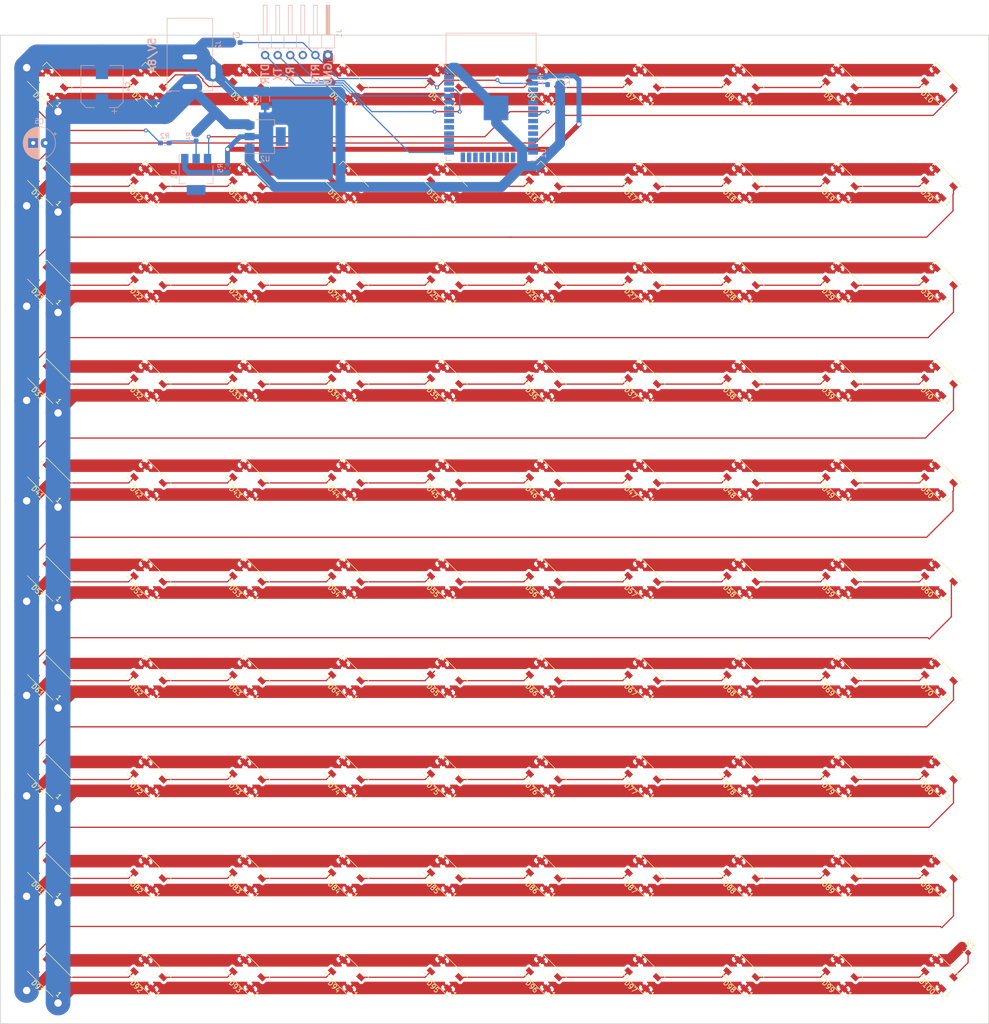
<source format=kicad_pcb>
(kicad_pcb (version 20171130) (host pcbnew 5.1.6-1)

  (general
    (thickness 1.6)
    (drawings 10)
    (tracks 452)
    (zones 0)
    (modules 115)
    (nets 112)
  )

  (page A3 portrait)
  (layers
    (0 F.Cu signal)
    (31 B.Cu signal)
    (32 B.Adhes user)
    (33 F.Adhes user)
    (34 B.Paste user)
    (35 F.Paste user)
    (36 B.SilkS user)
    (37 F.SilkS user)
    (38 B.Mask user)
    (39 F.Mask user)
    (40 Dwgs.User user)
    (41 Cmts.User user)
    (42 Eco1.User user)
    (43 Eco2.User user)
    (44 Edge.Cuts user)
    (45 Margin user)
    (46 B.CrtYd user)
    (47 F.CrtYd user)
    (48 B.Fab user)
    (49 F.Fab user)
  )

  (setup
    (last_trace_width 0.25)
    (trace_clearance 0.2)
    (zone_clearance 0.508)
    (zone_45_only no)
    (trace_min 0.2)
    (via_size 0.8)
    (via_drill 0.4)
    (via_min_size 0.4)
    (via_min_drill 0.3)
    (uvia_size 0.3)
    (uvia_drill 0.1)
    (uvias_allowed no)
    (uvia_min_size 0.2)
    (uvia_min_drill 0.1)
    (edge_width 0.15)
    (segment_width 0.2)
    (pcb_text_width 0.3)
    (pcb_text_size 1.5 1.5)
    (mod_edge_width 0.15)
    (mod_text_size 1 1)
    (mod_text_width 0.15)
    (pad_size 2 3.8)
    (pad_drill 0)
    (pad_to_mask_clearance 0.2)
    (aux_axis_origin 0 0)
    (visible_elements FFFFFF7F)
    (pcbplotparams
      (layerselection 0x010fc_ffffffff)
      (usegerberextensions false)
      (usegerberattributes false)
      (usegerberadvancedattributes false)
      (creategerberjobfile false)
      (excludeedgelayer true)
      (linewidth 0.100000)
      (plotframeref false)
      (viasonmask false)
      (mode 1)
      (useauxorigin false)
      (hpglpennumber 1)
      (hpglpenspeed 20)
      (hpglpendiameter 15.000000)
      (psnegative false)
      (psa4output false)
      (plotreference true)
      (plotvalue true)
      (plotinvisibletext false)
      (padsonsilk false)
      (subtractmaskfromsilk false)
      (outputformat 1)
      (mirror false)
      (drillshape 0)
      (scaleselection 1)
      (outputdirectory "./out.gerber"))
  )

  (net 0 "")
  (net 1 GND)
  (net 2 "Net-(D1-Pad2)")
  (net 3 +5V)
  (net 4 "Net-(D2-Pad2)")
  (net 5 "Net-(D3-Pad2)")
  (net 6 "Net-(D4-Pad2)")
  (net 7 "Net-(D5-Pad2)")
  (net 8 "Net-(D6-Pad2)")
  (net 9 "Net-(D7-Pad2)")
  (net 10 "Net-(D8-Pad2)")
  (net 11 "Net-(D10-Pad4)")
  (net 12 /sheet5B625F71/DIN)
  (net 13 "Net-(D13-Pad2)")
  (net 14 "Net-(D14-Pad2)")
  (net 15 "Net-(D11-Pad2)")
  (net 16 "Net-(D12-Pad2)")
  (net 17 "Net-(D26-Pad2)")
  (net 18 "Net-(D25-Pad2)")
  (net 19 "Net-(D37-Pad2)")
  (net 20 "Net-(D38-Pad2)")
  (net 21 "Net-(D15-Pad2)")
  (net 22 "Net-(D16-Pad2)")
  (net 23 "Net-(D17-Pad2)")
  (net 24 "Net-(D18-Pad2)")
  (net 25 "Net-(D19-Pad2)")
  (net 26 /sheet5B625F76/DIN)
  (net 27 "Net-(D21-Pad2)")
  (net 28 "Net-(D22-Pad2)")
  (net 29 "Net-(D23-Pad2)")
  (net 30 "Net-(D24-Pad2)")
  (net 31 "Net-(D39-Pad2)")
  (net 32 "Net-(D27-Pad2)")
  (net 33 "Net-(D28-Pad2)")
  (net 34 "Net-(D29-Pad2)")
  (net 35 /sheet5B625F7B/DIN)
  (net 36 "Net-(D31-Pad2)")
  (net 37 "Net-(D32-Pad2)")
  (net 38 "Net-(D33-Pad2)")
  (net 39 "Net-(D34-Pad2)")
  (net 40 "Net-(D35-Pad2)")
  (net 41 "Net-(D36-Pad2)")
  (net 42 /sheet5B625F80/DIN)
  (net 43 "Net-(D41-Pad2)")
  (net 44 "Net-(D42-Pad2)")
  (net 45 "Net-(D43-Pad2)")
  (net 46 "Net-(D44-Pad2)")
  (net 47 "Net-(D45-Pad2)")
  (net 48 "Net-(D46-Pad2)")
  (net 49 "Net-(D47-Pad2)")
  (net 50 "Net-(D48-Pad2)")
  (net 51 "Net-(D49-Pad2)")
  (net 52 /sheet5B625F85/DIN)
  (net 53 "Net-(D63-Pad2)")
  (net 54 "Net-(D64-Pad2)")
  (net 55 "Net-(D52-Pad2)")
  (net 56 "Net-(D51-Pad2)")
  (net 57 "Net-(D53-Pad2)")
  (net 58 "Net-(D54-Pad2)")
  (net 59 "Net-(D55-Pad2)")
  (net 60 "Net-(D56-Pad2)")
  (net 61 "Net-(D57-Pad2)")
  (net 62 "Net-(D58-Pad2)")
  (net 63 "Net-(D59-Pad2)")
  (net 64 /sheet5B625F8A/DIN)
  (net 65 "Net-(D61-Pad2)")
  (net 66 "Net-(D62-Pad2)")
  (net 67 "Net-(D75-Pad2)")
  (net 68 "Net-(D76-Pad2)")
  (net 69 "Net-(D88-Pad2)")
  (net 70 "Net-(D87-Pad2)")
  (net 71 "Net-(D65-Pad2)")
  (net 72 "Net-(D66-Pad2)")
  (net 73 "Net-(D67-Pad2)")
  (net 74 "Net-(D68-Pad2)")
  (net 75 "Net-(D69-Pad2)")
  (net 76 /sheet5B625F8F/DIN)
  (net 77 "Net-(D71-Pad2)")
  (net 78 "Net-(D72-Pad2)")
  (net 79 "Net-(D73-Pad2)")
  (net 80 "Net-(D74-Pad2)")
  (net 81 "Net-(D89-Pad2)")
  (net 82 "Net-(D77-Pad2)")
  (net 83 "Net-(D78-Pad2)")
  (net 84 "Net-(D79-Pad2)")
  (net 85 /sheet5B625F94/DIN)
  (net 86 "Net-(D81-Pad2)")
  (net 87 "Net-(D82-Pad2)")
  (net 88 "Net-(D83-Pad2)")
  (net 89 "Net-(D84-Pad2)")
  (net 90 "Net-(D85-Pad2)")
  (net 91 "Net-(D86-Pad2)")
  (net 92 /sheet5B625F99/DIN)
  (net 93 "Net-(D91-Pad2)")
  (net 94 "Net-(D92-Pad2)")
  (net 95 "Net-(D93-Pad2)")
  (net 96 "Net-(D94-Pad2)")
  (net 97 "Net-(D95-Pad2)")
  (net 98 "Net-(D96-Pad2)")
  (net 99 "Net-(D97-Pad2)")
  (net 100 "Net-(D98-Pad2)")
  (net 101 "Net-(D100-Pad4)")
  (net 102 /sheet5B625F99/DOUT)
  (net 103 +3V3)
  (net 104 /RTS)
  (net 105 /DATA)
  (net 106 /DTR)
  (net 107 /RX)
  (net 108 /TX)
  (net 109 "Net-(Q1-Pad2)")
  (net 110 "Net-(Q1-Pad3)")
  (net 111 "Net-(Q1-Pad1)")

  (net_class Default "This is the default net class."
    (clearance 0.2)
    (trace_width 0.25)
    (via_dia 0.8)
    (via_drill 0.4)
    (uvia_dia 0.3)
    (uvia_drill 0.1)
    (add_net /DATA)
    (add_net /DTR)
    (add_net /RTS)
    (add_net /RX)
    (add_net /TX)
    (add_net /sheet5B625F71/DIN)
    (add_net /sheet5B625F76/DIN)
    (add_net /sheet5B625F7B/DIN)
    (add_net /sheet5B625F80/DIN)
    (add_net /sheet5B625F85/DIN)
    (add_net /sheet5B625F8A/DIN)
    (add_net /sheet5B625F8F/DIN)
    (add_net /sheet5B625F94/DIN)
    (add_net /sheet5B625F99/DIN)
    (add_net /sheet5B625F99/DOUT)
    (add_net "Net-(D1-Pad2)")
    (add_net "Net-(D10-Pad4)")
    (add_net "Net-(D100-Pad4)")
    (add_net "Net-(D11-Pad2)")
    (add_net "Net-(D12-Pad2)")
    (add_net "Net-(D13-Pad2)")
    (add_net "Net-(D14-Pad2)")
    (add_net "Net-(D15-Pad2)")
    (add_net "Net-(D16-Pad2)")
    (add_net "Net-(D17-Pad2)")
    (add_net "Net-(D18-Pad2)")
    (add_net "Net-(D19-Pad2)")
    (add_net "Net-(D2-Pad2)")
    (add_net "Net-(D21-Pad2)")
    (add_net "Net-(D22-Pad2)")
    (add_net "Net-(D23-Pad2)")
    (add_net "Net-(D24-Pad2)")
    (add_net "Net-(D25-Pad2)")
    (add_net "Net-(D26-Pad2)")
    (add_net "Net-(D27-Pad2)")
    (add_net "Net-(D28-Pad2)")
    (add_net "Net-(D29-Pad2)")
    (add_net "Net-(D3-Pad2)")
    (add_net "Net-(D31-Pad2)")
    (add_net "Net-(D32-Pad2)")
    (add_net "Net-(D33-Pad2)")
    (add_net "Net-(D34-Pad2)")
    (add_net "Net-(D35-Pad2)")
    (add_net "Net-(D36-Pad2)")
    (add_net "Net-(D37-Pad2)")
    (add_net "Net-(D38-Pad2)")
    (add_net "Net-(D39-Pad2)")
    (add_net "Net-(D4-Pad2)")
    (add_net "Net-(D41-Pad2)")
    (add_net "Net-(D42-Pad2)")
    (add_net "Net-(D43-Pad2)")
    (add_net "Net-(D44-Pad2)")
    (add_net "Net-(D45-Pad2)")
    (add_net "Net-(D46-Pad2)")
    (add_net "Net-(D47-Pad2)")
    (add_net "Net-(D48-Pad2)")
    (add_net "Net-(D49-Pad2)")
    (add_net "Net-(D5-Pad2)")
    (add_net "Net-(D51-Pad2)")
    (add_net "Net-(D52-Pad2)")
    (add_net "Net-(D53-Pad2)")
    (add_net "Net-(D54-Pad2)")
    (add_net "Net-(D55-Pad2)")
    (add_net "Net-(D56-Pad2)")
    (add_net "Net-(D57-Pad2)")
    (add_net "Net-(D58-Pad2)")
    (add_net "Net-(D59-Pad2)")
    (add_net "Net-(D6-Pad2)")
    (add_net "Net-(D61-Pad2)")
    (add_net "Net-(D62-Pad2)")
    (add_net "Net-(D63-Pad2)")
    (add_net "Net-(D64-Pad2)")
    (add_net "Net-(D65-Pad2)")
    (add_net "Net-(D66-Pad2)")
    (add_net "Net-(D67-Pad2)")
    (add_net "Net-(D68-Pad2)")
    (add_net "Net-(D69-Pad2)")
    (add_net "Net-(D7-Pad2)")
    (add_net "Net-(D71-Pad2)")
    (add_net "Net-(D72-Pad2)")
    (add_net "Net-(D73-Pad2)")
    (add_net "Net-(D74-Pad2)")
    (add_net "Net-(D75-Pad2)")
    (add_net "Net-(D76-Pad2)")
    (add_net "Net-(D77-Pad2)")
    (add_net "Net-(D78-Pad2)")
    (add_net "Net-(D79-Pad2)")
    (add_net "Net-(D8-Pad2)")
    (add_net "Net-(D81-Pad2)")
    (add_net "Net-(D82-Pad2)")
    (add_net "Net-(D83-Pad2)")
    (add_net "Net-(D84-Pad2)")
    (add_net "Net-(D85-Pad2)")
    (add_net "Net-(D86-Pad2)")
    (add_net "Net-(D87-Pad2)")
    (add_net "Net-(D88-Pad2)")
    (add_net "Net-(D89-Pad2)")
    (add_net "Net-(D91-Pad2)")
    (add_net "Net-(D92-Pad2)")
    (add_net "Net-(D93-Pad2)")
    (add_net "Net-(D94-Pad2)")
    (add_net "Net-(D95-Pad2)")
    (add_net "Net-(D96-Pad2)")
    (add_net "Net-(D97-Pad2)")
    (add_net "Net-(D98-Pad2)")
    (add_net "Net-(Q1-Pad1)")
    (add_net "Net-(Q1-Pad2)")
    (add_net "Net-(Q1-Pad3)")
  )

  (net_class Power ""
    (clearance 0.2)
    (trace_width 2)
    (via_dia 2)
    (via_drill 1.5)
    (uvia_dia 0.3)
    (uvia_drill 0.1)
    (add_net +5V)
    (add_net GND)
  )

  (net_class smallPower ""
    (clearance 0.2)
    (trace_width 1)
    (via_dia 1)
    (via_drill 0.7)
    (uvia_dia 0.3)
    (uvia_drill 0.1)
    (add_net +3V3)
  )

  (module Package_TO_SOT_SMD:SOT-223 (layer B.Cu) (tedit 5A02FF57) (tstamp 5EDFC06D)
    (at 68.58 35.53)
    (descr "module CMS SOT223 4 pins")
    (tags "CMS SOT")
    (path /5EDEAB87)
    (attr smd)
    (fp_text reference U2 (at 0 4.5) (layer B.SilkS)
      (effects (font (size 1 1) (thickness 0.15)) (justify mirror))
    )
    (fp_text value LM1117-3.3 (at 0 -4.5) (layer B.Fab)
      (effects (font (size 1 1) (thickness 0.15)) (justify mirror))
    )
    (fp_line (start 1.85 3.35) (end 1.85 -3.35) (layer B.Fab) (width 0.1))
    (fp_line (start -1.85 -3.35) (end 1.85 -3.35) (layer B.Fab) (width 0.1))
    (fp_line (start -4.1 3.41) (end 1.91 3.41) (layer B.SilkS) (width 0.12))
    (fp_line (start -0.8 3.35) (end 1.85 3.35) (layer B.Fab) (width 0.1))
    (fp_line (start -1.85 -3.41) (end 1.91 -3.41) (layer B.SilkS) (width 0.12))
    (fp_line (start -1.85 2.3) (end -1.85 -3.35) (layer B.Fab) (width 0.1))
    (fp_line (start -4.4 3.6) (end -4.4 -3.6) (layer B.CrtYd) (width 0.05))
    (fp_line (start -4.4 -3.6) (end 4.4 -3.6) (layer B.CrtYd) (width 0.05))
    (fp_line (start 4.4 -3.6) (end 4.4 3.6) (layer B.CrtYd) (width 0.05))
    (fp_line (start 4.4 3.6) (end -4.4 3.6) (layer B.CrtYd) (width 0.05))
    (fp_line (start 1.91 3.41) (end 1.91 2.15) (layer B.SilkS) (width 0.12))
    (fp_line (start 1.91 -3.41) (end 1.91 -2.15) (layer B.SilkS) (width 0.12))
    (fp_line (start -1.85 2.3) (end -0.8 3.35) (layer B.Fab) (width 0.1))
    (fp_text user %R (at 0 0 -90) (layer B.Fab)
      (effects (font (size 0.8 0.8) (thickness 0.12)) (justify mirror))
    )
    (pad 1 smd rect (at -3.15 2.3) (size 2 1.5) (layers B.Cu B.Paste B.Mask)
      (net 1 GND))
    (pad 3 smd rect (at -3.15 -2.3) (size 2 1.5) (layers B.Cu B.Paste B.Mask)
      (net 3 +5V))
    (pad 2 smd rect (at -3.15 0) (size 2 1.5) (layers B.Cu B.Paste B.Mask)
      (net 103 +3V3))
    (pad 4 smd rect (at 3.15 0) (size 2 3.8) (layers B.Cu B.Paste B.Mask))
    (model ${KISYS3DMOD}/Package_TO_SOT_SMD.3dshapes/SOT-223.wrl
      (at (xyz 0 0 0))
      (scale (xyz 1 1 1))
      (rotate (xyz 0 0 0))
    )
  )

  (module Resistor_SMD:R_0603_1608Metric_Pad1.05x0.95mm_HandSolder (layer B.Cu) (tedit 5B301BBD) (tstamp 5C10E05B)
    (at 60.96 41.91 270)
    (descr "Resistor SMD 0603 (1608 Metric), square (rectangular) end terminal, IPC_7351 nominal with elongated pad for handsoldering. (Body size source: http://www.tortai-tech.com/upload/download/2011102023233369053.pdf), generated with kicad-footprint-generator")
    (tags "resistor handsolder")
    (path /5C124915)
    (attr smd)
    (fp_text reference R5 (at 0 1.43 270) (layer B.SilkS)
      (effects (font (size 1 1) (thickness 0.15)) (justify mirror))
    )
    (fp_text value 2.2k (at 0 -1.43 270) (layer B.Fab)
      (effects (font (size 1 1) (thickness 0.15)) (justify mirror))
    )
    (fp_line (start 1.65 -0.73) (end -1.65 -0.73) (layer B.CrtYd) (width 0.05))
    (fp_line (start 1.65 0.73) (end 1.65 -0.73) (layer B.CrtYd) (width 0.05))
    (fp_line (start -1.65 0.73) (end 1.65 0.73) (layer B.CrtYd) (width 0.05))
    (fp_line (start -1.65 -0.73) (end -1.65 0.73) (layer B.CrtYd) (width 0.05))
    (fp_line (start -0.171267 -0.51) (end 0.171267 -0.51) (layer B.SilkS) (width 0.12))
    (fp_line (start -0.171267 0.51) (end 0.171267 0.51) (layer B.SilkS) (width 0.12))
    (fp_line (start 0.8 -0.4) (end -0.8 -0.4) (layer B.Fab) (width 0.1))
    (fp_line (start 0.8 0.4) (end 0.8 -0.4) (layer B.Fab) (width 0.1))
    (fp_line (start -0.8 0.4) (end 0.8 0.4) (layer B.Fab) (width 0.1))
    (fp_line (start -0.8 -0.4) (end -0.8 0.4) (layer B.Fab) (width 0.1))
    (fp_text user %R (at 0 0 270) (layer B.Fab)
      (effects (font (size 0.4 0.4) (thickness 0.06)) (justify mirror))
    )
    (pad 2 smd roundrect (at 0.875 0 270) (size 1.05 0.95) (layers B.Cu B.Paste B.Mask) (roundrect_rratio 0.25)
      (net 111 "Net-(Q1-Pad1)"))
    (pad 1 smd roundrect (at -0.875 0 270) (size 1.05 0.95) (layers B.Cu B.Paste B.Mask) (roundrect_rratio 0.25)
      (net 103 +3V3))
    (model ${KISYS3DMOD}/Resistor_SMD.3dshapes/R_0603_1608Metric.wrl
      (at (xyz 0 0 0))
      (scale (xyz 1 1 1))
      (rotate (xyz 0 0 0))
    )
  )

  (module Resistor_SMD:R_0603_1608Metric_Pad1.05x0.95mm_HandSolder (layer B.Cu) (tedit 5B301BBD) (tstamp 5C10FAB8)
    (at 54.61 35.56 270)
    (descr "Resistor SMD 0603 (1608 Metric), square (rectangular) end terminal, IPC_7351 nominal with elongated pad for handsoldering. (Body size source: http://www.tortai-tech.com/upload/download/2011102023233369053.pdf), generated with kicad-footprint-generator")
    (tags "resistor handsolder")
    (path /5C115239)
    (attr smd)
    (fp_text reference R4 (at 0 1.43 270) (layer B.SilkS)
      (effects (font (size 1 1) (thickness 0.15)) (justify mirror))
    )
    (fp_text value 6.8k (at 0 -1.43 270) (layer B.Fab)
      (effects (font (size 1 1) (thickness 0.15)) (justify mirror))
    )
    (fp_line (start -0.8 -0.4) (end -0.8 0.4) (layer B.Fab) (width 0.1))
    (fp_line (start -0.8 0.4) (end 0.8 0.4) (layer B.Fab) (width 0.1))
    (fp_line (start 0.8 0.4) (end 0.8 -0.4) (layer B.Fab) (width 0.1))
    (fp_line (start 0.8 -0.4) (end -0.8 -0.4) (layer B.Fab) (width 0.1))
    (fp_line (start -0.171267 0.51) (end 0.171267 0.51) (layer B.SilkS) (width 0.12))
    (fp_line (start -0.171267 -0.51) (end 0.171267 -0.51) (layer B.SilkS) (width 0.12))
    (fp_line (start -1.65 -0.73) (end -1.65 0.73) (layer B.CrtYd) (width 0.05))
    (fp_line (start -1.65 0.73) (end 1.65 0.73) (layer B.CrtYd) (width 0.05))
    (fp_line (start 1.65 0.73) (end 1.65 -0.73) (layer B.CrtYd) (width 0.05))
    (fp_line (start 1.65 -0.73) (end -1.65 -0.73) (layer B.CrtYd) (width 0.05))
    (fp_text user %R (at 0 0 270) (layer B.Fab)
      (effects (font (size 0.4 0.4) (thickness 0.06)) (justify mirror))
    )
    (pad 1 smd roundrect (at -0.875 0 270) (size 1.05 0.95) (layers B.Cu B.Paste B.Mask) (roundrect_rratio 0.25)
      (net 3 +5V))
    (pad 2 smd roundrect (at 0.875 0 270) (size 1.05 0.95) (layers B.Cu B.Paste B.Mask) (roundrect_rratio 0.25)
      (net 109 "Net-(Q1-Pad2)"))
    (model ${KISYS3DMOD}/Resistor_SMD.3dshapes/R_0603_1608Metric.wrl
      (at (xyz 0 0 0))
      (scale (xyz 1 1 1))
      (rotate (xyz 0 0 0))
    )
  )

  (module Package_TO_SOT_SMD:SOT-223 (layer B.Cu) (tedit 5C100AB2) (tstamp 5C1126E0)
    (at 54.61 43.18 270)
    (descr "module CMS SOT223 4 pins")
    (tags "CMS SOT")
    (path /5C10106F)
    (attr smd)
    (fp_text reference Q1 (at 0 4.5 270) (layer B.SilkS)
      (effects (font (size 1 1) (thickness 0.15)) (justify mirror))
    )
    (fp_text value PZT2222A (at 0 -4.5 270) (layer B.Fab)
      (effects (font (size 1 1) (thickness 0.15)) (justify mirror))
    )
    (fp_line (start -1.85 2.3) (end -0.8 3.35) (layer B.Fab) (width 0.1))
    (fp_line (start 1.91 -3.41) (end 1.91 -2.15) (layer B.SilkS) (width 0.12))
    (fp_line (start 1.91 3.41) (end 1.91 2.15) (layer B.SilkS) (width 0.12))
    (fp_line (start 4.4 3.6) (end -4.4 3.6) (layer B.CrtYd) (width 0.05))
    (fp_line (start 4.4 -3.6) (end 4.4 3.6) (layer B.CrtYd) (width 0.05))
    (fp_line (start -4.4 -3.6) (end 4.4 -3.6) (layer B.CrtYd) (width 0.05))
    (fp_line (start -4.4 3.6) (end -4.4 -3.6) (layer B.CrtYd) (width 0.05))
    (fp_line (start -1.85 2.3) (end -1.85 -3.35) (layer B.Fab) (width 0.1))
    (fp_line (start -1.85 -3.41) (end 1.91 -3.41) (layer B.SilkS) (width 0.12))
    (fp_line (start -0.8 3.35) (end 1.85 3.35) (layer B.Fab) (width 0.1))
    (fp_line (start -4.1 3.41) (end 1.91 3.41) (layer B.SilkS) (width 0.12))
    (fp_line (start -1.85 -3.35) (end 1.85 -3.35) (layer B.Fab) (width 0.1))
    (fp_line (start 1.85 3.35) (end 1.85 -3.35) (layer B.Fab) (width 0.1))
    (fp_text user %R (at 0 0 180) (layer B.Fab)
      (effects (font (size 0.8 0.8) (thickness 0.12)) (justify mirror))
    )
    (pad 4 smd rect (at 3.15 0 270) (size 2 3.8) (layers B.Cu B.Paste B.Mask))
    (pad 2 smd rect (at -3.15 0 270) (size 2 1.5) (layers B.Cu B.Paste B.Mask)
      (net 109 "Net-(Q1-Pad2)"))
    (pad 3 smd rect (at -3.15 -2.3 270) (size 2 1.5) (layers B.Cu B.Paste B.Mask)
      (net 110 "Net-(Q1-Pad3)"))
    (pad 1 smd rect (at -3.15 2.3 270) (size 2 1.5) (layers B.Cu B.Paste B.Mask)
      (net 111 "Net-(Q1-Pad1)"))
    (model ${KISYS3DMOD}/Package_TO_SOT_SMD.3dshapes/SOT-223.wrl
      (at (xyz 0 0 0))
      (scale (xyz 1 1 1))
      (rotate (xyz 0 0 0))
    )
  )

  (module Resistor_SMD:R_0603_1608Metric_Pad1.05x0.95mm_HandSolder (layer B.Cu) (tedit 5B301BBD) (tstamp 5C107045)
    (at 48.26 36.83 180)
    (descr "Resistor SMD 0603 (1608 Metric), square (rectangular) end terminal, IPC_7351 nominal with elongated pad for handsoldering. (Body size source: http://www.tortai-tech.com/upload/download/2011102023233369053.pdf), generated with kicad-footprint-generator")
    (tags "resistor handsolder")
    (path /5B6229BA)
    (attr smd)
    (fp_text reference R2 (at 0 1.43 180) (layer B.SilkS)
      (effects (font (size 1 1) (thickness 0.15)) (justify mirror))
    )
    (fp_text value 470 (at 0 -1.43 180) (layer B.Fab)
      (effects (font (size 1 1) (thickness 0.15)) (justify mirror))
    )
    (fp_line (start -0.8 -0.4) (end -0.8 0.4) (layer B.Fab) (width 0.1))
    (fp_line (start -0.8 0.4) (end 0.8 0.4) (layer B.Fab) (width 0.1))
    (fp_line (start 0.8 0.4) (end 0.8 -0.4) (layer B.Fab) (width 0.1))
    (fp_line (start 0.8 -0.4) (end -0.8 -0.4) (layer B.Fab) (width 0.1))
    (fp_line (start -0.171267 0.51) (end 0.171267 0.51) (layer B.SilkS) (width 0.12))
    (fp_line (start -0.171267 -0.51) (end 0.171267 -0.51) (layer B.SilkS) (width 0.12))
    (fp_line (start -1.65 -0.73) (end -1.65 0.73) (layer B.CrtYd) (width 0.05))
    (fp_line (start -1.65 0.73) (end 1.65 0.73) (layer B.CrtYd) (width 0.05))
    (fp_line (start 1.65 0.73) (end 1.65 -0.73) (layer B.CrtYd) (width 0.05))
    (fp_line (start 1.65 -0.73) (end -1.65 -0.73) (layer B.CrtYd) (width 0.05))
    (fp_text user %R (at 0 0 180) (layer B.Fab)
      (effects (font (size 0.4 0.4) (thickness 0.06)) (justify mirror))
    )
    (pad 1 smd roundrect (at -0.875 0 180) (size 1.05 0.95) (layers B.Cu B.Paste B.Mask) (roundrect_rratio 0.25)
      (net 109 "Net-(Q1-Pad2)"))
    (pad 2 smd roundrect (at 0.875 0 180) (size 1.05 0.95) (layers B.Cu B.Paste B.Mask) (roundrect_rratio 0.25)
      (net 105 /DATA))
    (model ${KISYS3DMOD}/Resistor_SMD.3dshapes/R_0603_1608Metric.wrl
      (at (xyz 0 0 0))
      (scale (xyz 1 1 1))
      (rotate (xyz 0 0 0))
    )
  )

  (module Resistor_SMD:R_0603_1608Metric_Pad1.05x0.95mm_HandSolder (layer F.Cu) (tedit 5B301BBD) (tstamp 5B733D58)
    (at 210.201282 200.041282 315)
    (descr "Resistor SMD 0603 (1608 Metric), square (rectangular) end terminal, IPC_7351 nominal with elongated pad for handsoldering. (Body size source: http://www.tortai-tech.com/upload/download/2011102023233369053.pdf), generated with kicad-footprint-generator")
    (tags "resistor handsolder")
    (path /5B66FEDD)
    (attr smd)
    (fp_text reference R3 (at 0 -1.43 315) (layer F.SilkS)
      (effects (font (size 1 1) (thickness 0.15)))
    )
    (fp_text value 1k (at 0 1.43 315) (layer F.Fab)
      (effects (font (size 1 1) (thickness 0.15)))
    )
    (fp_line (start -0.8 0.4) (end -0.8 -0.4) (layer F.Fab) (width 0.1))
    (fp_line (start -0.8 -0.4) (end 0.8 -0.4) (layer F.Fab) (width 0.1))
    (fp_line (start 0.8 -0.4) (end 0.8 0.4) (layer F.Fab) (width 0.1))
    (fp_line (start 0.8 0.4) (end -0.8 0.4) (layer F.Fab) (width 0.1))
    (fp_line (start -0.171267 -0.51) (end 0.171267 -0.51) (layer F.SilkS) (width 0.12))
    (fp_line (start -0.171267 0.51) (end 0.171267 0.51) (layer F.SilkS) (width 0.12))
    (fp_line (start -1.65 0.73) (end -1.65 -0.73) (layer F.CrtYd) (width 0.05))
    (fp_line (start -1.65 -0.73) (end 1.65 -0.73) (layer F.CrtYd) (width 0.05))
    (fp_line (start 1.65 -0.73) (end 1.65 0.73) (layer F.CrtYd) (width 0.05))
    (fp_line (start 1.65 0.73) (end -1.65 0.73) (layer F.CrtYd) (width 0.05))
    (fp_text user %R (at 0 0 315) (layer F.Fab)
      (effects (font (size 0.4 0.4) (thickness 0.06)))
    )
    (pad 1 smd roundrect (at -0.874999 0 315) (size 1.05 0.95) (layers F.Cu F.Paste F.Mask) (roundrect_rratio 0.25)
      (net 1 GND))
    (pad 2 smd roundrect (at 0.874999 0 315) (size 1.05 0.95) (layers F.Cu F.Paste F.Mask) (roundrect_rratio 0.25)
      (net 102 /sheet5B625F99/DOUT))
    (model ${KISYS3DMOD}/Resistor_SMD.3dshapes/R_0603_1608Metric.wrl
      (at (xyz 0 0 0))
      (scale (xyz 1 1 1))
      (rotate (xyz 0 0 0))
    )
  )

  (module Connector_BarrelJack:BarrelJack_Horizontal (layer B.Cu) (tedit 5A1DBF6A) (tstamp 5B7EA195)
    (at 53.34 25.4 270)
    (descr "DC Barrel Jack")
    (tags "Power Jack")
    (path /5B660D82)
    (fp_text reference J2 (at -8.45 -5.75 270) (layer B.SilkS)
      (effects (font (size 1 1) (thickness 0.15)) (justify mirror))
    )
    (fp_text value Barrel_Jack_Switch (at -6.2 5.5 270) (layer B.Fab)
      (effects (font (size 1 1) (thickness 0.15)) (justify mirror))
    )
    (fp_line (start -0.003213 4.505425) (end 0.8 3.75) (layer B.Fab) (width 0.1))
    (fp_line (start 1.1 3.75) (end 1.1 4.8) (layer B.SilkS) (width 0.12))
    (fp_line (start 0.05 4.8) (end 1.1 4.8) (layer B.SilkS) (width 0.12))
    (fp_line (start 1 4.5) (end 1 4.75) (layer B.CrtYd) (width 0.05))
    (fp_line (start 1 4.75) (end -14 4.75) (layer B.CrtYd) (width 0.05))
    (fp_line (start 1 4.5) (end 1 2) (layer B.CrtYd) (width 0.05))
    (fp_line (start 1 2) (end 2 2) (layer B.CrtYd) (width 0.05))
    (fp_line (start 2 2) (end 2 -2) (layer B.CrtYd) (width 0.05))
    (fp_line (start 2 -2) (end 1 -2) (layer B.CrtYd) (width 0.05))
    (fp_line (start 1 -2) (end 1 -4.75) (layer B.CrtYd) (width 0.05))
    (fp_line (start 1 -4.75) (end -1 -4.75) (layer B.CrtYd) (width 0.05))
    (fp_line (start -1 -4.75) (end -1 -6.75) (layer B.CrtYd) (width 0.05))
    (fp_line (start -1 -6.75) (end -5 -6.75) (layer B.CrtYd) (width 0.05))
    (fp_line (start -5 -6.75) (end -5 -4.75) (layer B.CrtYd) (width 0.05))
    (fp_line (start -5 -4.75) (end -14 -4.75) (layer B.CrtYd) (width 0.05))
    (fp_line (start -14 -4.75) (end -14 4.75) (layer B.CrtYd) (width 0.05))
    (fp_line (start -5 -4.6) (end -13.8 -4.6) (layer B.SilkS) (width 0.12))
    (fp_line (start -13.8 -4.6) (end -13.8 4.6) (layer B.SilkS) (width 0.12))
    (fp_line (start 0.9 -1.9) (end 0.9 -4.6) (layer B.SilkS) (width 0.12))
    (fp_line (start 0.9 -4.6) (end -1 -4.6) (layer B.SilkS) (width 0.12))
    (fp_line (start -13.8 4.6) (end 0.9 4.6) (layer B.SilkS) (width 0.12))
    (fp_line (start 0.9 4.6) (end 0.9 2) (layer B.SilkS) (width 0.12))
    (fp_line (start -10.2 4.5) (end -10.2 -4.5) (layer B.Fab) (width 0.1))
    (fp_line (start -13.7 4.5) (end -13.7 -4.5) (layer B.Fab) (width 0.1))
    (fp_line (start -13.7 -4.5) (end 0.8 -4.5) (layer B.Fab) (width 0.1))
    (fp_line (start 0.8 -4.5) (end 0.8 3.75) (layer B.Fab) (width 0.1))
    (fp_line (start 0 4.5) (end -13.7 4.5) (layer B.Fab) (width 0.1))
    (fp_text user %R (at -3 2.95 270) (layer B.Fab)
      (effects (font (size 1 1) (thickness 0.15)) (justify mirror))
    )
    (pad 1 thru_hole rect (at 0 0 270) (size 3.5 3.5) (drill oval 1 3) (layers *.Cu *.Mask)
      (net 3 +5V))
    (pad 2 thru_hole roundrect (at -6 0 270) (size 3 3.5) (drill oval 1 3) (layers *.Cu *.Mask) (roundrect_rratio 0.25)
      (net 1 GND))
    (pad 3 thru_hole roundrect (at -3 -4.7 270) (size 3.5 3.5) (drill oval 3 1) (layers *.Cu *.Mask) (roundrect_rratio 0.25)
      (net 1 GND))
    (model ${KISYS3DMOD}/Connector_BarrelJack.3dshapes/BarrelJack_Horizontal.wrl
      (at (xyz 0 0 0))
      (scale (xyz 1 1 1))
      (rotate (xyz 0 0 0))
    )
  )

  (module Capacitor_SMD:CP_Elec_8x10 (layer B.Cu) (tedit 5A841F9D) (tstamp 5B7F2E5F)
    (at 35.56 25.4 90)
    (descr "SMT capacitor, aluminium electrolytic, 8x10, Nichicon ")
    (tags "Capacitor Electrolytic")
    (path /5B622644)
    (attr smd)
    (fp_text reference C4 (at 0 5.2 90) (layer B.SilkS)
      (effects (font (size 1 1) (thickness 0.15)) (justify mirror))
    )
    (fp_text value 1m (at 0 -5.2 90) (layer B.Fab)
      (effects (font (size 1 1) (thickness 0.15)) (justify mirror))
    )
    (fp_circle (center 0 0) (end 4 0) (layer B.Fab) (width 0.1))
    (fp_line (start 4.15 4.15) (end 4.15 -4.15) (layer B.Fab) (width 0.1))
    (fp_line (start -3.15 4.15) (end 4.15 4.15) (layer B.Fab) (width 0.1))
    (fp_line (start -3.15 -4.15) (end 4.15 -4.15) (layer B.Fab) (width 0.1))
    (fp_line (start -4.15 3.15) (end -4.15 -3.15) (layer B.Fab) (width 0.1))
    (fp_line (start -4.15 3.15) (end -3.15 4.15) (layer B.Fab) (width 0.1))
    (fp_line (start -4.15 -3.15) (end -3.15 -4.15) (layer B.Fab) (width 0.1))
    (fp_line (start -3.562278 1.5) (end -2.762278 1.5) (layer B.Fab) (width 0.1))
    (fp_line (start -3.162278 1.9) (end -3.162278 1.1) (layer B.Fab) (width 0.1))
    (fp_line (start 4.26 -4.26) (end 4.26 -1.51) (layer B.SilkS) (width 0.12))
    (fp_line (start 4.26 4.26) (end 4.26 1.51) (layer B.SilkS) (width 0.12))
    (fp_line (start -3.195563 4.26) (end 4.26 4.26) (layer B.SilkS) (width 0.12))
    (fp_line (start -3.195563 -4.26) (end 4.26 -4.26) (layer B.SilkS) (width 0.12))
    (fp_line (start -4.26 -3.195563) (end -4.26 -1.51) (layer B.SilkS) (width 0.12))
    (fp_line (start -4.26 3.195563) (end -4.26 1.51) (layer B.SilkS) (width 0.12))
    (fp_line (start -4.26 3.195563) (end -3.195563 4.26) (layer B.SilkS) (width 0.12))
    (fp_line (start -4.26 -3.195563) (end -3.195563 -4.26) (layer B.SilkS) (width 0.12))
    (fp_line (start -5.5 2.51) (end -4.5 2.51) (layer B.SilkS) (width 0.12))
    (fp_line (start -5 3.01) (end -5 2.01) (layer B.SilkS) (width 0.12))
    (fp_line (start 4.4 4.4) (end 4.4 1.5) (layer B.CrtYd) (width 0.05))
    (fp_line (start 4.4 1.5) (end 5.25 1.5) (layer B.CrtYd) (width 0.05))
    (fp_line (start 5.25 1.5) (end 5.25 -1.5) (layer B.CrtYd) (width 0.05))
    (fp_line (start 5.25 -1.5) (end 4.4 -1.5) (layer B.CrtYd) (width 0.05))
    (fp_line (start 4.4 -1.5) (end 4.4 -4.4) (layer B.CrtYd) (width 0.05))
    (fp_line (start -3.25 -4.4) (end 4.4 -4.4) (layer B.CrtYd) (width 0.05))
    (fp_line (start -3.25 4.4) (end 4.4 4.4) (layer B.CrtYd) (width 0.05))
    (fp_line (start -4.4 -3.25) (end -3.25 -4.4) (layer B.CrtYd) (width 0.05))
    (fp_line (start -4.4 3.25) (end -3.25 4.4) (layer B.CrtYd) (width 0.05))
    (fp_line (start -4.4 3.25) (end -4.4 1.5) (layer B.CrtYd) (width 0.05))
    (fp_line (start -4.4 -1.5) (end -4.4 -3.25) (layer B.CrtYd) (width 0.05))
    (fp_line (start -4.4 1.5) (end -5.25 1.5) (layer B.CrtYd) (width 0.05))
    (fp_line (start -5.25 1.5) (end -5.25 -1.5) (layer B.CrtYd) (width 0.05))
    (fp_line (start -5.25 -1.5) (end -4.4 -1.5) (layer B.CrtYd) (width 0.05))
    (fp_text user %R (at 0 0 90) (layer B.Fab)
      (effects (font (size 1 1) (thickness 0.15)) (justify mirror))
    )
    (pad 1 smd rect (at -3.25 0 90) (size 3.5 2.5) (layers B.Cu B.Paste B.Mask)
      (net 3 +5V))
    (pad 2 smd rect (at 3.25 0 90) (size 3.5 2.5) (layers B.Cu B.Paste B.Mask)
      (net 1 GND))
    (model ${KISYS3DMOD}/Capacitor_SMD.3dshapes/CP_Elec_8x10.wrl
      (at (xyz 0 0 0))
      (scale (xyz 1 1 1))
      (rotate (xyz 0 0 0))
    )
  )

  (module Capacitor_SMD:C_0603_1608Metric_Pad1.05x0.95mm_HandSolder (layer B.Cu) (tedit 5B301BBE) (tstamp 5B7E431F)
    (at 128.27 24.13 90)
    (descr "Capacitor SMD 0603 (1608 Metric), square (rectangular) end terminal, IPC_7351 nominal with elongated pad for handsoldering. (Body size source: http://www.tortai-tech.com/upload/download/2011102023233369053.pdf), generated with kicad-footprint-generator")
    (tags "capacitor handsolder")
    (path /5B627C19)
    (attr smd)
    (fp_text reference C2 (at 0 1.43 90) (layer B.SilkS)
      (effects (font (size 1 1) (thickness 0.15)) (justify mirror))
    )
    (fp_text value 100n (at 0 -1.43 90) (layer B.Fab)
      (effects (font (size 1 1) (thickness 0.15)) (justify mirror))
    )
    (fp_line (start 1.65 -0.73) (end -1.65 -0.73) (layer B.CrtYd) (width 0.05))
    (fp_line (start 1.65 0.73) (end 1.65 -0.73) (layer B.CrtYd) (width 0.05))
    (fp_line (start -1.65 0.73) (end 1.65 0.73) (layer B.CrtYd) (width 0.05))
    (fp_line (start -1.65 -0.73) (end -1.65 0.73) (layer B.CrtYd) (width 0.05))
    (fp_line (start -0.171267 -0.51) (end 0.171267 -0.51) (layer B.SilkS) (width 0.12))
    (fp_line (start -0.171267 0.51) (end 0.171267 0.51) (layer B.SilkS) (width 0.12))
    (fp_line (start 0.8 -0.4) (end -0.8 -0.4) (layer B.Fab) (width 0.1))
    (fp_line (start 0.8 0.4) (end 0.8 -0.4) (layer B.Fab) (width 0.1))
    (fp_line (start -0.8 0.4) (end 0.8 0.4) (layer B.Fab) (width 0.1))
    (fp_line (start -0.8 -0.4) (end -0.8 0.4) (layer B.Fab) (width 0.1))
    (fp_text user %R (at 0 0 90) (layer B.Fab)
      (effects (font (size 0.4 0.4) (thickness 0.06)) (justify mirror))
    )
    (pad 2 smd roundrect (at 0.875 0 90) (size 1.05 0.95) (layers B.Cu B.Paste B.Mask) (roundrect_rratio 0.25)
      (net 103 +3V3))
    (pad 1 smd roundrect (at -0.875 0 90) (size 1.05 0.95) (layers B.Cu B.Paste B.Mask) (roundrect_rratio 0.25)
      (net 1 GND))
    (model ${KISYS3DMOD}/Capacitor_SMD.3dshapes/C_0603_1608Metric.wrl
      (at (xyz 0 0 0))
      (scale (xyz 1 1 1))
      (rotate (xyz 0 0 0))
    )
  )

  (module Capacitor_SMD:C_0603_1608Metric_Pad1.05x0.95mm_HandSolder (layer B.Cu) (tedit 5B301BBE) (tstamp 5B7F3730)
    (at 62.625 16.51 180)
    (descr "Capacitor SMD 0603 (1608 Metric), square (rectangular) end terminal, IPC_7351 nominal with elongated pad for handsoldering. (Body size source: http://www.tortai-tech.com/upload/download/2011102023233369053.pdf), generated with kicad-footprint-generator")
    (tags "capacitor handsolder")
    (path /5B623621)
    (attr smd)
    (fp_text reference C1 (at 0 1.43 180) (layer B.SilkS)
      (effects (font (size 1 1) (thickness 0.15)) (justify mirror))
    )
    (fp_text value 100n (at 0 -1.43 180) (layer B.Fab)
      (effects (font (size 1 1) (thickness 0.15)) (justify mirror))
    )
    (fp_line (start -0.8 -0.4) (end -0.8 0.4) (layer B.Fab) (width 0.1))
    (fp_line (start -0.8 0.4) (end 0.8 0.4) (layer B.Fab) (width 0.1))
    (fp_line (start 0.8 0.4) (end 0.8 -0.4) (layer B.Fab) (width 0.1))
    (fp_line (start 0.8 -0.4) (end -0.8 -0.4) (layer B.Fab) (width 0.1))
    (fp_line (start -0.171267 0.51) (end 0.171267 0.51) (layer B.SilkS) (width 0.12))
    (fp_line (start -0.171267 -0.51) (end 0.171267 -0.51) (layer B.SilkS) (width 0.12))
    (fp_line (start -1.65 -0.73) (end -1.65 0.73) (layer B.CrtYd) (width 0.05))
    (fp_line (start -1.65 0.73) (end 1.65 0.73) (layer B.CrtYd) (width 0.05))
    (fp_line (start 1.65 0.73) (end 1.65 -0.73) (layer B.CrtYd) (width 0.05))
    (fp_line (start 1.65 -0.73) (end -1.65 -0.73) (layer B.CrtYd) (width 0.05))
    (fp_text user %R (at 0 0 180) (layer B.Fab)
      (effects (font (size 0.4 0.4) (thickness 0.06)) (justify mirror))
    )
    (pad 1 smd roundrect (at -0.875 0 180) (size 1.05 0.95) (layers B.Cu B.Paste B.Mask) (roundrect_rratio 0.25)
      (net 104 /RTS))
    (pad 2 smd roundrect (at 0.875 0 180) (size 1.05 0.95) (layers B.Cu B.Paste B.Mask) (roundrect_rratio 0.25)
      (net 1 GND))
    (model ${KISYS3DMOD}/Capacitor_SMD.3dshapes/C_0603_1608Metric.wrl
      (at (xyz 0 0 0))
      (scale (xyz 1 1 1))
      (rotate (xyz 0 0 0))
    )
  )

  (module Capacitor_SMD:C_1206_3216Metric_Pad1.42x1.75mm_HandSolder (layer B.Cu) (tedit 5B301BBE) (tstamp 5B7F3781)
    (at 68.58 27.94 270)
    (descr "Capacitor SMD 1206 (3216 Metric), square (rectangular) end terminal, IPC_7351 nominal with elongated pad for handsoldering. (Body size source: http://www.tortai-tech.com/upload/download/2011102023233369053.pdf), generated with kicad-footprint-generator")
    (tags "capacitor handsolder")
    (path /5B627C53)
    (attr smd)
    (fp_text reference C3 (at 0 1.82 270) (layer B.SilkS)
      (effects (font (size 1 1) (thickness 0.15)) (justify mirror))
    )
    (fp_text value 10u (at 0 -1.82 270) (layer B.Fab)
      (effects (font (size 1 1) (thickness 0.15)) (justify mirror))
    )
    (fp_line (start -1.6 -0.8) (end -1.6 0.8) (layer B.Fab) (width 0.1))
    (fp_line (start -1.6 0.8) (end 1.6 0.8) (layer B.Fab) (width 0.1))
    (fp_line (start 1.6 0.8) (end 1.6 -0.8) (layer B.Fab) (width 0.1))
    (fp_line (start 1.6 -0.8) (end -1.6 -0.8) (layer B.Fab) (width 0.1))
    (fp_line (start -0.602064 0.91) (end 0.602064 0.91) (layer B.SilkS) (width 0.12))
    (fp_line (start -0.602064 -0.91) (end 0.602064 -0.91) (layer B.SilkS) (width 0.12))
    (fp_line (start -2.45 -1.12) (end -2.45 1.12) (layer B.CrtYd) (width 0.05))
    (fp_line (start -2.45 1.12) (end 2.45 1.12) (layer B.CrtYd) (width 0.05))
    (fp_line (start 2.45 1.12) (end 2.45 -1.12) (layer B.CrtYd) (width 0.05))
    (fp_line (start 2.45 -1.12) (end -2.45 -1.12) (layer B.CrtYd) (width 0.05))
    (fp_text user %R (at 0 0 270) (layer B.Fab)
      (effects (font (size 0.8 0.8) (thickness 0.12)) (justify mirror))
    )
    (pad 1 smd roundrect (at -1.4875 0 270) (size 1.425 1.75) (layers B.Cu B.Paste B.Mask) (roundrect_rratio 0.175439)
      (net 1 GND))
    (pad 2 smd roundrect (at 1.4875 0 270) (size 1.425 1.75) (layers B.Cu B.Paste B.Mask) (roundrect_rratio 0.175439)
      (net 103 +3V3))
    (model ${KISYS3DMOD}/Capacitor_SMD.3dshapes/C_1206_3216Metric.wrl
      (at (xyz 0 0 0))
      (scale (xyz 1 1 1))
      (rotate (xyz 0 0 0))
    )
  )

  (module Capacitor_THT:CP_Radial_D6.3mm_P2.50mm (layer B.Cu) (tedit 5AE50EF0) (tstamp 5B7E42EC)
    (at 24.13 36.83 180)
    (descr "CP, Radial series, Radial, pin pitch=2.50mm, , diameter=6.3mm, Electrolytic Capacitor")
    (tags "CP Radial series Radial pin pitch 2.50mm  diameter 6.3mm Electrolytic Capacitor")
    (path /5B646B67)
    (fp_text reference C5 (at 1.25 4.4 180) (layer B.SilkS)
      (effects (font (size 1 1) (thickness 0.15)) (justify mirror))
    )
    (fp_text value 1m (at 1.25 -4.4 180) (layer B.Fab)
      (effects (font (size 1 1) (thickness 0.15)) (justify mirror))
    )
    (fp_circle (center 1.25 0) (end 4.4 0) (layer B.Fab) (width 0.1))
    (fp_circle (center 1.25 0) (end 4.52 0) (layer B.SilkS) (width 0.12))
    (fp_circle (center 1.25 0) (end 4.65 0) (layer B.CrtYd) (width 0.05))
    (fp_line (start -1.443972 1.3735) (end -0.813972 1.3735) (layer B.Fab) (width 0.1))
    (fp_line (start -1.128972 1.6885) (end -1.128972 1.0585) (layer B.Fab) (width 0.1))
    (fp_line (start 1.25 3.23) (end 1.25 -3.23) (layer B.SilkS) (width 0.12))
    (fp_line (start 1.29 3.23) (end 1.29 -3.23) (layer B.SilkS) (width 0.12))
    (fp_line (start 1.33 3.23) (end 1.33 -3.23) (layer B.SilkS) (width 0.12))
    (fp_line (start 1.37 3.228) (end 1.37 -3.228) (layer B.SilkS) (width 0.12))
    (fp_line (start 1.41 3.227) (end 1.41 -3.227) (layer B.SilkS) (width 0.12))
    (fp_line (start 1.45 3.224) (end 1.45 -3.224) (layer B.SilkS) (width 0.12))
    (fp_line (start 1.49 3.222) (end 1.49 1.04) (layer B.SilkS) (width 0.12))
    (fp_line (start 1.49 -1.04) (end 1.49 -3.222) (layer B.SilkS) (width 0.12))
    (fp_line (start 1.53 3.218) (end 1.53 1.04) (layer B.SilkS) (width 0.12))
    (fp_line (start 1.53 -1.04) (end 1.53 -3.218) (layer B.SilkS) (width 0.12))
    (fp_line (start 1.57 3.215) (end 1.57 1.04) (layer B.SilkS) (width 0.12))
    (fp_line (start 1.57 -1.04) (end 1.57 -3.215) (layer B.SilkS) (width 0.12))
    (fp_line (start 1.61 3.211) (end 1.61 1.04) (layer B.SilkS) (width 0.12))
    (fp_line (start 1.61 -1.04) (end 1.61 -3.211) (layer B.SilkS) (width 0.12))
    (fp_line (start 1.65 3.206) (end 1.65 1.04) (layer B.SilkS) (width 0.12))
    (fp_line (start 1.65 -1.04) (end 1.65 -3.206) (layer B.SilkS) (width 0.12))
    (fp_line (start 1.69 3.201) (end 1.69 1.04) (layer B.SilkS) (width 0.12))
    (fp_line (start 1.69 -1.04) (end 1.69 -3.201) (layer B.SilkS) (width 0.12))
    (fp_line (start 1.73 3.195) (end 1.73 1.04) (layer B.SilkS) (width 0.12))
    (fp_line (start 1.73 -1.04) (end 1.73 -3.195) (layer B.SilkS) (width 0.12))
    (fp_line (start 1.77 3.189) (end 1.77 1.04) (layer B.SilkS) (width 0.12))
    (fp_line (start 1.77 -1.04) (end 1.77 -3.189) (layer B.SilkS) (width 0.12))
    (fp_line (start 1.81 3.182) (end 1.81 1.04) (layer B.SilkS) (width 0.12))
    (fp_line (start 1.81 -1.04) (end 1.81 -3.182) (layer B.SilkS) (width 0.12))
    (fp_line (start 1.85 3.175) (end 1.85 1.04) (layer B.SilkS) (width 0.12))
    (fp_line (start 1.85 -1.04) (end 1.85 -3.175) (layer B.SilkS) (width 0.12))
    (fp_line (start 1.89 3.167) (end 1.89 1.04) (layer B.SilkS) (width 0.12))
    (fp_line (start 1.89 -1.04) (end 1.89 -3.167) (layer B.SilkS) (width 0.12))
    (fp_line (start 1.93 3.159) (end 1.93 1.04) (layer B.SilkS) (width 0.12))
    (fp_line (start 1.93 -1.04) (end 1.93 -3.159) (layer B.SilkS) (width 0.12))
    (fp_line (start 1.971 3.15) (end 1.971 1.04) (layer B.SilkS) (width 0.12))
    (fp_line (start 1.971 -1.04) (end 1.971 -3.15) (layer B.SilkS) (width 0.12))
    (fp_line (start 2.011 3.141) (end 2.011 1.04) (layer B.SilkS) (width 0.12))
    (fp_line (start 2.011 -1.04) (end 2.011 -3.141) (layer B.SilkS) (width 0.12))
    (fp_line (start 2.051 3.131) (end 2.051 1.04) (layer B.SilkS) (width 0.12))
    (fp_line (start 2.051 -1.04) (end 2.051 -3.131) (layer B.SilkS) (width 0.12))
    (fp_line (start 2.091 3.121) (end 2.091 1.04) (layer B.SilkS) (width 0.12))
    (fp_line (start 2.091 -1.04) (end 2.091 -3.121) (layer B.SilkS) (width 0.12))
    (fp_line (start 2.131 3.11) (end 2.131 1.04) (layer B.SilkS) (width 0.12))
    (fp_line (start 2.131 -1.04) (end 2.131 -3.11) (layer B.SilkS) (width 0.12))
    (fp_line (start 2.171 3.098) (end 2.171 1.04) (layer B.SilkS) (width 0.12))
    (fp_line (start 2.171 -1.04) (end 2.171 -3.098) (layer B.SilkS) (width 0.12))
    (fp_line (start 2.211 3.086) (end 2.211 1.04) (layer B.SilkS) (width 0.12))
    (fp_line (start 2.211 -1.04) (end 2.211 -3.086) (layer B.SilkS) (width 0.12))
    (fp_line (start 2.251 3.074) (end 2.251 1.04) (layer B.SilkS) (width 0.12))
    (fp_line (start 2.251 -1.04) (end 2.251 -3.074) (layer B.SilkS) (width 0.12))
    (fp_line (start 2.291 3.061) (end 2.291 1.04) (layer B.SilkS) (width 0.12))
    (fp_line (start 2.291 -1.04) (end 2.291 -3.061) (layer B.SilkS) (width 0.12))
    (fp_line (start 2.331 3.047) (end 2.331 1.04) (layer B.SilkS) (width 0.12))
    (fp_line (start 2.331 -1.04) (end 2.331 -3.047) (layer B.SilkS) (width 0.12))
    (fp_line (start 2.371 3.033) (end 2.371 1.04) (layer B.SilkS) (width 0.12))
    (fp_line (start 2.371 -1.04) (end 2.371 -3.033) (layer B.SilkS) (width 0.12))
    (fp_line (start 2.411 3.018) (end 2.411 1.04) (layer B.SilkS) (width 0.12))
    (fp_line (start 2.411 -1.04) (end 2.411 -3.018) (layer B.SilkS) (width 0.12))
    (fp_line (start 2.451 3.002) (end 2.451 1.04) (layer B.SilkS) (width 0.12))
    (fp_line (start 2.451 -1.04) (end 2.451 -3.002) (layer B.SilkS) (width 0.12))
    (fp_line (start 2.491 2.986) (end 2.491 1.04) (layer B.SilkS) (width 0.12))
    (fp_line (start 2.491 -1.04) (end 2.491 -2.986) (layer B.SilkS) (width 0.12))
    (fp_line (start 2.531 2.97) (end 2.531 1.04) (layer B.SilkS) (width 0.12))
    (fp_line (start 2.531 -1.04) (end 2.531 -2.97) (layer B.SilkS) (width 0.12))
    (fp_line (start 2.571 2.952) (end 2.571 1.04) (layer B.SilkS) (width 0.12))
    (fp_line (start 2.571 -1.04) (end 2.571 -2.952) (layer B.SilkS) (width 0.12))
    (fp_line (start 2.611 2.934) (end 2.611 1.04) (layer B.SilkS) (width 0.12))
    (fp_line (start 2.611 -1.04) (end 2.611 -2.934) (layer B.SilkS) (width 0.12))
    (fp_line (start 2.651 2.916) (end 2.651 1.04) (layer B.SilkS) (width 0.12))
    (fp_line (start 2.651 -1.04) (end 2.651 -2.916) (layer B.SilkS) (width 0.12))
    (fp_line (start 2.691 2.896) (end 2.691 1.04) (layer B.SilkS) (width 0.12))
    (fp_line (start 2.691 -1.04) (end 2.691 -2.896) (layer B.SilkS) (width 0.12))
    (fp_line (start 2.731 2.876) (end 2.731 1.04) (layer B.SilkS) (width 0.12))
    (fp_line (start 2.731 -1.04) (end 2.731 -2.876) (layer B.SilkS) (width 0.12))
    (fp_line (start 2.771 2.856) (end 2.771 1.04) (layer B.SilkS) (width 0.12))
    (fp_line (start 2.771 -1.04) (end 2.771 -2.856) (layer B.SilkS) (width 0.12))
    (fp_line (start 2.811 2.834) (end 2.811 1.04) (layer B.SilkS) (width 0.12))
    (fp_line (start 2.811 -1.04) (end 2.811 -2.834) (layer B.SilkS) (width 0.12))
    (fp_line (start 2.851 2.812) (end 2.851 1.04) (layer B.SilkS) (width 0.12))
    (fp_line (start 2.851 -1.04) (end 2.851 -2.812) (layer B.SilkS) (width 0.12))
    (fp_line (start 2.891 2.79) (end 2.891 1.04) (layer B.SilkS) (width 0.12))
    (fp_line (start 2.891 -1.04) (end 2.891 -2.79) (layer B.SilkS) (width 0.12))
    (fp_line (start 2.931 2.766) (end 2.931 1.04) (layer B.SilkS) (width 0.12))
    (fp_line (start 2.931 -1.04) (end 2.931 -2.766) (layer B.SilkS) (width 0.12))
    (fp_line (start 2.971 2.742) (end 2.971 1.04) (layer B.SilkS) (width 0.12))
    (fp_line (start 2.971 -1.04) (end 2.971 -2.742) (layer B.SilkS) (width 0.12))
    (fp_line (start 3.011 2.716) (end 3.011 1.04) (layer B.SilkS) (width 0.12))
    (fp_line (start 3.011 -1.04) (end 3.011 -2.716) (layer B.SilkS) (width 0.12))
    (fp_line (start 3.051 2.69) (end 3.051 1.04) (layer B.SilkS) (width 0.12))
    (fp_line (start 3.051 -1.04) (end 3.051 -2.69) (layer B.SilkS) (width 0.12))
    (fp_line (start 3.091 2.664) (end 3.091 1.04) (layer B.SilkS) (width 0.12))
    (fp_line (start 3.091 -1.04) (end 3.091 -2.664) (layer B.SilkS) (width 0.12))
    (fp_line (start 3.131 2.636) (end 3.131 1.04) (layer B.SilkS) (width 0.12))
    (fp_line (start 3.131 -1.04) (end 3.131 -2.636) (layer B.SilkS) (width 0.12))
    (fp_line (start 3.171 2.607) (end 3.171 1.04) (layer B.SilkS) (width 0.12))
    (fp_line (start 3.171 -1.04) (end 3.171 -2.607) (layer B.SilkS) (width 0.12))
    (fp_line (start 3.211 2.578) (end 3.211 1.04) (layer B.SilkS) (width 0.12))
    (fp_line (start 3.211 -1.04) (end 3.211 -2.578) (layer B.SilkS) (width 0.12))
    (fp_line (start 3.251 2.548) (end 3.251 1.04) (layer B.SilkS) (width 0.12))
    (fp_line (start 3.251 -1.04) (end 3.251 -2.548) (layer B.SilkS) (width 0.12))
    (fp_line (start 3.291 2.516) (end 3.291 1.04) (layer B.SilkS) (width 0.12))
    (fp_line (start 3.291 -1.04) (end 3.291 -2.516) (layer B.SilkS) (width 0.12))
    (fp_line (start 3.331 2.484) (end 3.331 1.04) (layer B.SilkS) (width 0.12))
    (fp_line (start 3.331 -1.04) (end 3.331 -2.484) (layer B.SilkS) (width 0.12))
    (fp_line (start 3.371 2.45) (end 3.371 1.04) (layer B.SilkS) (width 0.12))
    (fp_line (start 3.371 -1.04) (end 3.371 -2.45) (layer B.SilkS) (width 0.12))
    (fp_line (start 3.411 2.416) (end 3.411 1.04) (layer B.SilkS) (width 0.12))
    (fp_line (start 3.411 -1.04) (end 3.411 -2.416) (layer B.SilkS) (width 0.12))
    (fp_line (start 3.451 2.38) (end 3.451 1.04) (layer B.SilkS) (width 0.12))
    (fp_line (start 3.451 -1.04) (end 3.451 -2.38) (layer B.SilkS) (width 0.12))
    (fp_line (start 3.491 2.343) (end 3.491 1.04) (layer B.SilkS) (width 0.12))
    (fp_line (start 3.491 -1.04) (end 3.491 -2.343) (layer B.SilkS) (width 0.12))
    (fp_line (start 3.531 2.305) (end 3.531 1.04) (layer B.SilkS) (width 0.12))
    (fp_line (start 3.531 -1.04) (end 3.531 -2.305) (layer B.SilkS) (width 0.12))
    (fp_line (start 3.571 2.265) (end 3.571 -2.265) (layer B.SilkS) (width 0.12))
    (fp_line (start 3.611 2.224) (end 3.611 -2.224) (layer B.SilkS) (width 0.12))
    (fp_line (start 3.651 2.182) (end 3.651 -2.182) (layer B.SilkS) (width 0.12))
    (fp_line (start 3.691 2.137) (end 3.691 -2.137) (layer B.SilkS) (width 0.12))
    (fp_line (start 3.731 2.092) (end 3.731 -2.092) (layer B.SilkS) (width 0.12))
    (fp_line (start 3.771 2.044) (end 3.771 -2.044) (layer B.SilkS) (width 0.12))
    (fp_line (start 3.811 1.995) (end 3.811 -1.995) (layer B.SilkS) (width 0.12))
    (fp_line (start 3.851 1.944) (end 3.851 -1.944) (layer B.SilkS) (width 0.12))
    (fp_line (start 3.891 1.89) (end 3.891 -1.89) (layer B.SilkS) (width 0.12))
    (fp_line (start 3.931 1.834) (end 3.931 -1.834) (layer B.SilkS) (width 0.12))
    (fp_line (start 3.971 1.776) (end 3.971 -1.776) (layer B.SilkS) (width 0.12))
    (fp_line (start 4.011 1.714) (end 4.011 -1.714) (layer B.SilkS) (width 0.12))
    (fp_line (start 4.051 1.65) (end 4.051 -1.65) (layer B.SilkS) (width 0.12))
    (fp_line (start 4.091 1.581) (end 4.091 -1.581) (layer B.SilkS) (width 0.12))
    (fp_line (start 4.131 1.509) (end 4.131 -1.509) (layer B.SilkS) (width 0.12))
    (fp_line (start 4.171 1.432) (end 4.171 -1.432) (layer B.SilkS) (width 0.12))
    (fp_line (start 4.211 1.35) (end 4.211 -1.35) (layer B.SilkS) (width 0.12))
    (fp_line (start 4.251 1.262) (end 4.251 -1.262) (layer B.SilkS) (width 0.12))
    (fp_line (start 4.291 1.165) (end 4.291 -1.165) (layer B.SilkS) (width 0.12))
    (fp_line (start 4.331 1.059) (end 4.331 -1.059) (layer B.SilkS) (width 0.12))
    (fp_line (start 4.371 0.94) (end 4.371 -0.94) (layer B.SilkS) (width 0.12))
    (fp_line (start 4.411 0.802) (end 4.411 -0.802) (layer B.SilkS) (width 0.12))
    (fp_line (start 4.451 0.633) (end 4.451 -0.633) (layer B.SilkS) (width 0.12))
    (fp_line (start 4.491 0.402) (end 4.491 -0.402) (layer B.SilkS) (width 0.12))
    (fp_line (start -2.250241 1.839) (end -1.620241 1.839) (layer B.SilkS) (width 0.12))
    (fp_line (start -1.935241 2.154) (end -1.935241 1.524) (layer B.SilkS) (width 0.12))
    (fp_text user %R (at 1.25 0 180) (layer B.Fab)
      (effects (font (size 1 1) (thickness 0.15)) (justify mirror))
    )
    (pad 1 thru_hole rect (at 0 0 180) (size 1.6 1.6) (drill 0.8) (layers *.Cu *.Mask)
      (net 3 +5V))
    (pad 2 thru_hole circle (at 2.5 0 180) (size 1.6 1.6) (drill 0.8) (layers *.Cu *.Mask)
      (net 1 GND))
    (model ${KISYS3DMOD}/Capacitor_THT.3dshapes/CP_Radial_D6.3mm_P2.50mm.wrl
      (at (xyz 0 0 0))
      (scale (xyz 1 1 1))
      (rotate (xyz 0 0 0))
    )
  )

  (module Connector_PinHeader_2.54mm:PinHeader_1x06_P2.54mm_Horizontal (layer B.Cu) (tedit 59FED5CB) (tstamp 5B7E4258)
    (at 81.28 19.05 90)
    (descr "Through hole angled pin header, 1x06, 2.54mm pitch, 6mm pin length, single row")
    (tags "Through hole angled pin header THT 1x06 2.54mm single row")
    (path /5B62E390)
    (fp_text reference J1 (at 4.385 2.27 90) (layer B.SilkS)
      (effects (font (size 1 1) (thickness 0.15)) (justify mirror))
    )
    (fp_text value Conn_01x06_Male (at 4.385 -14.97 90) (layer B.Fab)
      (effects (font (size 1 1) (thickness 0.15)) (justify mirror))
    )
    (fp_line (start 2.135 1.27) (end 4.04 1.27) (layer B.Fab) (width 0.1))
    (fp_line (start 4.04 1.27) (end 4.04 -13.97) (layer B.Fab) (width 0.1))
    (fp_line (start 4.04 -13.97) (end 1.5 -13.97) (layer B.Fab) (width 0.1))
    (fp_line (start 1.5 -13.97) (end 1.5 0.635) (layer B.Fab) (width 0.1))
    (fp_line (start 1.5 0.635) (end 2.135 1.27) (layer B.Fab) (width 0.1))
    (fp_line (start -0.32 0.32) (end 1.5 0.32) (layer B.Fab) (width 0.1))
    (fp_line (start -0.32 0.32) (end -0.32 -0.32) (layer B.Fab) (width 0.1))
    (fp_line (start -0.32 -0.32) (end 1.5 -0.32) (layer B.Fab) (width 0.1))
    (fp_line (start 4.04 0.32) (end 10.04 0.32) (layer B.Fab) (width 0.1))
    (fp_line (start 10.04 0.32) (end 10.04 -0.32) (layer B.Fab) (width 0.1))
    (fp_line (start 4.04 -0.32) (end 10.04 -0.32) (layer B.Fab) (width 0.1))
    (fp_line (start -0.32 -2.22) (end 1.5 -2.22) (layer B.Fab) (width 0.1))
    (fp_line (start -0.32 -2.22) (end -0.32 -2.86) (layer B.Fab) (width 0.1))
    (fp_line (start -0.32 -2.86) (end 1.5 -2.86) (layer B.Fab) (width 0.1))
    (fp_line (start 4.04 -2.22) (end 10.04 -2.22) (layer B.Fab) (width 0.1))
    (fp_line (start 10.04 -2.22) (end 10.04 -2.86) (layer B.Fab) (width 0.1))
    (fp_line (start 4.04 -2.86) (end 10.04 -2.86) (layer B.Fab) (width 0.1))
    (fp_line (start -0.32 -4.76) (end 1.5 -4.76) (layer B.Fab) (width 0.1))
    (fp_line (start -0.32 -4.76) (end -0.32 -5.4) (layer B.Fab) (width 0.1))
    (fp_line (start -0.32 -5.4) (end 1.5 -5.4) (layer B.Fab) (width 0.1))
    (fp_line (start 4.04 -4.76) (end 10.04 -4.76) (layer B.Fab) (width 0.1))
    (fp_line (start 10.04 -4.76) (end 10.04 -5.4) (layer B.Fab) (width 0.1))
    (fp_line (start 4.04 -5.4) (end 10.04 -5.4) (layer B.Fab) (width 0.1))
    (fp_line (start -0.32 -7.3) (end 1.5 -7.3) (layer B.Fab) (width 0.1))
    (fp_line (start -0.32 -7.3) (end -0.32 -7.94) (layer B.Fab) (width 0.1))
    (fp_line (start -0.32 -7.94) (end 1.5 -7.94) (layer B.Fab) (width 0.1))
    (fp_line (start 4.04 -7.3) (end 10.04 -7.3) (layer B.Fab) (width 0.1))
    (fp_line (start 10.04 -7.3) (end 10.04 -7.94) (layer B.Fab) (width 0.1))
    (fp_line (start 4.04 -7.94) (end 10.04 -7.94) (layer B.Fab) (width 0.1))
    (fp_line (start -0.32 -9.84) (end 1.5 -9.84) (layer B.Fab) (width 0.1))
    (fp_line (start -0.32 -9.84) (end -0.32 -10.48) (layer B.Fab) (width 0.1))
    (fp_line (start -0.32 -10.48) (end 1.5 -10.48) (layer B.Fab) (width 0.1))
    (fp_line (start 4.04 -9.84) (end 10.04 -9.84) (layer B.Fab) (width 0.1))
    (fp_line (start 10.04 -9.84) (end 10.04 -10.48) (layer B.Fab) (width 0.1))
    (fp_line (start 4.04 -10.48) (end 10.04 -10.48) (layer B.Fab) (width 0.1))
    (fp_line (start -0.32 -12.38) (end 1.5 -12.38) (layer B.Fab) (width 0.1))
    (fp_line (start -0.32 -12.38) (end -0.32 -13.02) (layer B.Fab) (width 0.1))
    (fp_line (start -0.32 -13.02) (end 1.5 -13.02) (layer B.Fab) (width 0.1))
    (fp_line (start 4.04 -12.38) (end 10.04 -12.38) (layer B.Fab) (width 0.1))
    (fp_line (start 10.04 -12.38) (end 10.04 -13.02) (layer B.Fab) (width 0.1))
    (fp_line (start 4.04 -13.02) (end 10.04 -13.02) (layer B.Fab) (width 0.1))
    (fp_line (start 1.44 1.33) (end 1.44 -14.03) (layer B.SilkS) (width 0.12))
    (fp_line (start 1.44 -14.03) (end 4.1 -14.03) (layer B.SilkS) (width 0.12))
    (fp_line (start 4.1 -14.03) (end 4.1 1.33) (layer B.SilkS) (width 0.12))
    (fp_line (start 4.1 1.33) (end 1.44 1.33) (layer B.SilkS) (width 0.12))
    (fp_line (start 4.1 0.38) (end 10.1 0.38) (layer B.SilkS) (width 0.12))
    (fp_line (start 10.1 0.38) (end 10.1 -0.38) (layer B.SilkS) (width 0.12))
    (fp_line (start 10.1 -0.38) (end 4.1 -0.38) (layer B.SilkS) (width 0.12))
    (fp_line (start 4.1 0.32) (end 10.1 0.32) (layer B.SilkS) (width 0.12))
    (fp_line (start 4.1 0.2) (end 10.1 0.2) (layer B.SilkS) (width 0.12))
    (fp_line (start 4.1 0.08) (end 10.1 0.08) (layer B.SilkS) (width 0.12))
    (fp_line (start 4.1 -0.04) (end 10.1 -0.04) (layer B.SilkS) (width 0.12))
    (fp_line (start 4.1 -0.16) (end 10.1 -0.16) (layer B.SilkS) (width 0.12))
    (fp_line (start 4.1 -0.28) (end 10.1 -0.28) (layer B.SilkS) (width 0.12))
    (fp_line (start 1.11 0.38) (end 1.44 0.38) (layer B.SilkS) (width 0.12))
    (fp_line (start 1.11 -0.38) (end 1.44 -0.38) (layer B.SilkS) (width 0.12))
    (fp_line (start 1.44 -1.27) (end 4.1 -1.27) (layer B.SilkS) (width 0.12))
    (fp_line (start 4.1 -2.16) (end 10.1 -2.16) (layer B.SilkS) (width 0.12))
    (fp_line (start 10.1 -2.16) (end 10.1 -2.92) (layer B.SilkS) (width 0.12))
    (fp_line (start 10.1 -2.92) (end 4.1 -2.92) (layer B.SilkS) (width 0.12))
    (fp_line (start 1.042929 -2.16) (end 1.44 -2.16) (layer B.SilkS) (width 0.12))
    (fp_line (start 1.042929 -2.92) (end 1.44 -2.92) (layer B.SilkS) (width 0.12))
    (fp_line (start 1.44 -3.81) (end 4.1 -3.81) (layer B.SilkS) (width 0.12))
    (fp_line (start 4.1 -4.7) (end 10.1 -4.7) (layer B.SilkS) (width 0.12))
    (fp_line (start 10.1 -4.7) (end 10.1 -5.46) (layer B.SilkS) (width 0.12))
    (fp_line (start 10.1 -5.46) (end 4.1 -5.46) (layer B.SilkS) (width 0.12))
    (fp_line (start 1.042929 -4.7) (end 1.44 -4.7) (layer B.SilkS) (width 0.12))
    (fp_line (start 1.042929 -5.46) (end 1.44 -5.46) (layer B.SilkS) (width 0.12))
    (fp_line (start 1.44 -6.35) (end 4.1 -6.35) (layer B.SilkS) (width 0.12))
    (fp_line (start 4.1 -7.24) (end 10.1 -7.24) (layer B.SilkS) (width 0.12))
    (fp_line (start 10.1 -7.24) (end 10.1 -8) (layer B.SilkS) (width 0.12))
    (fp_line (start 10.1 -8) (end 4.1 -8) (layer B.SilkS) (width 0.12))
    (fp_line (start 1.042929 -7.24) (end 1.44 -7.24) (layer B.SilkS) (width 0.12))
    (fp_line (start 1.042929 -8) (end 1.44 -8) (layer B.SilkS) (width 0.12))
    (fp_line (start 1.44 -8.89) (end 4.1 -8.89) (layer B.SilkS) (width 0.12))
    (fp_line (start 4.1 -9.78) (end 10.1 -9.78) (layer B.SilkS) (width 0.12))
    (fp_line (start 10.1 -9.78) (end 10.1 -10.54) (layer B.SilkS) (width 0.12))
    (fp_line (start 10.1 -10.54) (end 4.1 -10.54) (layer B.SilkS) (width 0.12))
    (fp_line (start 1.042929 -9.78) (end 1.44 -9.78) (layer B.SilkS) (width 0.12))
    (fp_line (start 1.042929 -10.54) (end 1.44 -10.54) (layer B.SilkS) (width 0.12))
    (fp_line (start 1.44 -11.43) (end 4.1 -11.43) (layer B.SilkS) (width 0.12))
    (fp_line (start 4.1 -12.32) (end 10.1 -12.32) (layer B.SilkS) (width 0.12))
    (fp_line (start 10.1 -12.32) (end 10.1 -13.08) (layer B.SilkS) (width 0.12))
    (fp_line (start 10.1 -13.08) (end 4.1 -13.08) (layer B.SilkS) (width 0.12))
    (fp_line (start 1.042929 -12.32) (end 1.44 -12.32) (layer B.SilkS) (width 0.12))
    (fp_line (start 1.042929 -13.08) (end 1.44 -13.08) (layer B.SilkS) (width 0.12))
    (fp_line (start -1.27 0) (end -1.27 1.27) (layer B.SilkS) (width 0.12))
    (fp_line (start -1.27 1.27) (end 0 1.27) (layer B.SilkS) (width 0.12))
    (fp_line (start -1.8 1.8) (end -1.8 -14.5) (layer B.CrtYd) (width 0.05))
    (fp_line (start -1.8 -14.5) (end 10.55 -14.5) (layer B.CrtYd) (width 0.05))
    (fp_line (start 10.55 -14.5) (end 10.55 1.8) (layer B.CrtYd) (width 0.05))
    (fp_line (start 10.55 1.8) (end -1.8 1.8) (layer B.CrtYd) (width 0.05))
    (fp_text user %R (at 2.77 -6.35) (layer B.Fab)
      (effects (font (size 1 1) (thickness 0.15)) (justify mirror))
    )
    (pad 1 thru_hole rect (at 0 0 90) (size 1.7 1.7) (drill 1) (layers *.Cu *.Mask)
      (net 1 GND))
    (pad 2 thru_hole oval (at 0 -2.54 90) (size 1.7 1.7) (drill 1) (layers *.Cu *.Mask)
      (net 104 /RTS))
    (pad 3 thru_hole oval (at 0 -5.08 90) (size 1.7 1.7) (drill 1) (layers *.Cu *.Mask))
    (pad 4 thru_hole oval (at 0 -7.62 90) (size 1.7 1.7) (drill 1) (layers *.Cu *.Mask)
      (net 107 /RX))
    (pad 5 thru_hole oval (at 0 -10.16 90) (size 1.7 1.7) (drill 1) (layers *.Cu *.Mask)
      (net 108 /TX))
    (pad 6 thru_hole oval (at 0 -12.7 90) (size 1.7 1.7) (drill 1) (layers *.Cu *.Mask)
      (net 106 /DTR))
    (model ${KISYS3DMOD}/Connector_PinHeader_2.54mm.3dshapes/PinHeader_1x06_P2.54mm_Horizontal.wrl
      (at (xyz 0 0 0))
      (scale (xyz 1 1 1))
      (rotate (xyz 0 0 0))
    )
  )

  (module RF_Module:ESP32-WROOM-32 (layer B.Cu) (tedit 5B5B4654) (tstamp 5B7E30C1)
    (at 114.3 30.48 180)
    (descr "Single 2.4 GHz Wi-Fi and Bluetooth combo chip https://www.espressif.com/sites/default/files/documentation/esp32-wroom-32_datasheet_en.pdf")
    (tags "Single 2.4 GHz Wi-Fi and Bluetooth combo  chip")
    (path /5B621C5E)
    (attr smd)
    (fp_text reference U1 (at -10.61 -8.43 90) (layer B.SilkS)
      (effects (font (size 1 1) (thickness 0.15)) (justify mirror))
    )
    (fp_text value ESP32-WROOM (at 0 -11.5 180) (layer B.Fab)
      (effects (font (size 1 1) (thickness 0.15)) (justify mirror))
    )
    (fp_line (start -14 9.97) (end -14 20.75) (layer Dwgs.User) (width 0.1))
    (fp_line (start 9 -9.76) (end 9 15.745) (layer B.Fab) (width 0.1))
    (fp_line (start -9 -9.76) (end 9 -9.76) (layer B.Fab) (width 0.1))
    (fp_line (start -9 15.745) (end -9 10.02) (layer B.Fab) (width 0.1))
    (fp_line (start -9 15.745) (end 9 15.745) (layer B.Fab) (width 0.1))
    (fp_line (start -9.75 -10.5) (end -9.75 9.72) (layer B.CrtYd) (width 0.05))
    (fp_line (start -9.75 -10.5) (end 9.75 -10.5) (layer B.CrtYd) (width 0.05))
    (fp_line (start 9.75 9.72) (end 9.75 -10.5) (layer B.CrtYd) (width 0.05))
    (fp_line (start -14.25 21) (end 14.25 21) (layer B.CrtYd) (width 0.05))
    (fp_line (start -9 9.02) (end -9 -9.76) (layer B.Fab) (width 0.1))
    (fp_line (start -8.5 9.52) (end -9 10.02) (layer B.Fab) (width 0.1))
    (fp_line (start -9 9.02) (end -8.5 9.52) (layer B.Fab) (width 0.1))
    (fp_line (start 14 9.97) (end -14 9.97) (layer Dwgs.User) (width 0.1))
    (fp_line (start 14 9.97) (end 14 20.75) (layer Dwgs.User) (width 0.1))
    (fp_line (start 14 20.75) (end -14 20.75) (layer Dwgs.User) (width 0.1))
    (fp_line (start -14.25 21) (end -14.25 9.72) (layer B.CrtYd) (width 0.05))
    (fp_line (start 14.25 21) (end 14.25 9.72) (layer B.CrtYd) (width 0.05))
    (fp_line (start -14.25 9.72) (end -9.75 9.72) (layer B.CrtYd) (width 0.05))
    (fp_line (start 9.75 9.72) (end 14.25 9.72) (layer B.CrtYd) (width 0.05))
    (fp_line (start -12.525 20.75) (end -14 19.66) (layer Dwgs.User) (width 0.1))
    (fp_line (start -10.525 20.75) (end -14 18.045) (layer Dwgs.User) (width 0.1))
    (fp_line (start -8.525 20.75) (end -14 16.43) (layer Dwgs.User) (width 0.1))
    (fp_line (start -6.525 20.75) (end -14 14.815) (layer Dwgs.User) (width 0.1))
    (fp_line (start -4.525 20.75) (end -14 13.2) (layer Dwgs.User) (width 0.1))
    (fp_line (start -2.525 20.75) (end -14 11.585) (layer Dwgs.User) (width 0.1))
    (fp_line (start -0.525 20.75) (end -14 9.97) (layer Dwgs.User) (width 0.1))
    (fp_line (start 1.475 20.75) (end -12 9.97) (layer Dwgs.User) (width 0.1))
    (fp_line (start 3.475 20.75) (end -10 9.97) (layer Dwgs.User) (width 0.1))
    (fp_line (start -8 9.97) (end 5.475 20.75) (layer Dwgs.User) (width 0.1))
    (fp_line (start 7.475 20.75) (end -6 9.97) (layer Dwgs.User) (width 0.1))
    (fp_line (start 9.475 20.75) (end -4 9.97) (layer Dwgs.User) (width 0.1))
    (fp_line (start 11.475 20.75) (end -2 9.97) (layer Dwgs.User) (width 0.1))
    (fp_line (start 13.475 20.75) (end 0 9.97) (layer Dwgs.User) (width 0.1))
    (fp_line (start 14 19.66) (end 2 9.97) (layer Dwgs.User) (width 0.1))
    (fp_line (start 14 18.045) (end 4 9.97) (layer Dwgs.User) (width 0.1))
    (fp_line (start 14 16.43) (end 6 9.97) (layer Dwgs.User) (width 0.1))
    (fp_line (start 14 14.815) (end 8 9.97) (layer Dwgs.User) (width 0.1))
    (fp_line (start 14 13.2) (end 10 9.97) (layer Dwgs.User) (width 0.1))
    (fp_line (start 14 11.585) (end 12 9.97) (layer Dwgs.User) (width 0.1))
    (fp_line (start 9.2 13.875) (end 13.8 13.875) (layer Cmts.User) (width 0.1))
    (fp_line (start 13.8 13.875) (end 13.6 14.075) (layer Cmts.User) (width 0.1))
    (fp_line (start 13.8 13.875) (end 13.6 13.675) (layer Cmts.User) (width 0.1))
    (fp_line (start 9.2 13.875) (end 9.4 14.075) (layer Cmts.User) (width 0.1))
    (fp_line (start 9.2 13.875) (end 9.4 13.675) (layer Cmts.User) (width 0.1))
    (fp_line (start -13.8 13.875) (end -13.6 14.075) (layer Cmts.User) (width 0.1))
    (fp_line (start -13.8 13.875) (end -13.6 13.675) (layer Cmts.User) (width 0.1))
    (fp_line (start -9.2 13.875) (end -9.4 13.675) (layer Cmts.User) (width 0.1))
    (fp_line (start -13.8 13.875) (end -9.2 13.875) (layer Cmts.User) (width 0.1))
    (fp_line (start -9.2 13.875) (end -9.4 14.075) (layer Cmts.User) (width 0.1))
    (fp_line (start 8.4 16) (end 8.2 16.2) (layer Cmts.User) (width 0.1))
    (fp_line (start 8.4 16) (end 8.6 16.2) (layer Cmts.User) (width 0.1))
    (fp_line (start 8.4 20.6) (end 8.6 20.4) (layer Cmts.User) (width 0.1))
    (fp_line (start 8.4 16) (end 8.4 20.6) (layer Cmts.User) (width 0.1))
    (fp_line (start 8.4 20.6) (end 8.2 20.4) (layer Cmts.User) (width 0.1))
    (fp_line (start -9.12 -9.1) (end -9.12 -9.88) (layer B.SilkS) (width 0.12))
    (fp_line (start -9.12 -9.88) (end -8.12 -9.88) (layer B.SilkS) (width 0.12))
    (fp_line (start 9.12 -9.1) (end 9.12 -9.88) (layer B.SilkS) (width 0.12))
    (fp_line (start 9.12 -9.88) (end 8.12 -9.88) (layer B.SilkS) (width 0.12))
    (fp_line (start -9.12 15.865) (end 9.12 15.865) (layer B.SilkS) (width 0.12))
    (fp_line (start 9.12 15.865) (end 9.12 9.445) (layer B.SilkS) (width 0.12))
    (fp_line (start -9.12 15.865) (end -9.12 9.445) (layer B.SilkS) (width 0.12))
    (fp_line (start -9.12 9.445) (end -9.5 9.445) (layer B.SilkS) (width 0.12))
    (fp_text user %R (at 0 0 180) (layer B.Fab)
      (effects (font (size 1 1) (thickness 0.15)) (justify mirror))
    )
    (fp_text user "KEEP-OUT ZONE" (at 0 19 180) (layer Cmts.User)
      (effects (font (size 1 1) (thickness 0.15)))
    )
    (fp_text user Antenna (at 0 13 180) (layer Cmts.User)
      (effects (font (size 1 1) (thickness 0.15)))
    )
    (fp_text user "5 mm" (at 11.8 14.375 180) (layer Cmts.User)
      (effects (font (size 0.5 0.5) (thickness 0.1)))
    )
    (fp_text user "5 mm" (at -11.2 14.375 180) (layer Cmts.User)
      (effects (font (size 0.5 0.5) (thickness 0.1)))
    )
    (fp_text user "5 mm" (at 7.8 19.075 90) (layer Cmts.User)
      (effects (font (size 0.5 0.5) (thickness 0.1)))
    )
    (pad 39 smd rect (at -1 0.755 180) (size 5 5) (layers B.Cu B.Paste B.Mask)
      (net 1 GND))
    (pad 1 smd rect (at -8.5 8.255 180) (size 2 0.9) (layers B.Cu B.Paste B.Mask))
    (pad 2 smd rect (at -8.5 6.985 180) (size 2 0.9) (layers B.Cu B.Paste B.Mask)
      (net 103 +3V3))
    (pad 3 smd rect (at -8.5 5.715 180) (size 2 0.9) (layers B.Cu B.Paste B.Mask)
      (net 104 /RTS))
    (pad 4 smd rect (at -8.5 4.445 180) (size 2 0.9) (layers B.Cu B.Paste B.Mask))
    (pad 5 smd rect (at -8.5 3.175 180) (size 2 0.9) (layers B.Cu B.Paste B.Mask))
    (pad 6 smd rect (at -8.5 1.905 180) (size 2 0.9) (layers B.Cu B.Paste B.Mask))
    (pad 7 smd rect (at -8.5 0.635 180) (size 2 0.9) (layers B.Cu B.Paste B.Mask))
    (pad 8 smd rect (at -8.5 -0.635 180) (size 2 0.9) (layers B.Cu B.Paste B.Mask)
      (net 110 "Net-(Q1-Pad3)"))
    (pad 9 smd rect (at -8.5 -1.905 180) (size 2 0.9) (layers B.Cu B.Paste B.Mask))
    (pad 10 smd rect (at -8.5 -3.175 180) (size 2 0.9) (layers B.Cu B.Paste B.Mask))
    (pad 11 smd rect (at -8.5 -4.445 180) (size 2 0.9) (layers B.Cu B.Paste B.Mask))
    (pad 12 smd rect (at -8.5 -5.715 180) (size 2 0.9) (layers B.Cu B.Paste B.Mask))
    (pad 13 smd rect (at -8.5 -6.985 180) (size 2 0.9) (layers B.Cu B.Paste B.Mask))
    (pad 14 smd rect (at -8.5 -8.255 180) (size 2 0.9) (layers B.Cu B.Paste B.Mask))
    (pad 15 smd rect (at -5.715 -9.255 90) (size 2 0.9) (layers B.Cu B.Paste B.Mask)
      (net 1 GND))
    (pad 16 smd rect (at -4.445 -9.255 90) (size 2 0.9) (layers B.Cu B.Paste B.Mask))
    (pad 17 smd rect (at -3.175 -9.255 90) (size 2 0.9) (layers B.Cu B.Paste B.Mask))
    (pad 18 smd rect (at -1.905 -9.255 90) (size 2 0.9) (layers B.Cu B.Paste B.Mask))
    (pad 19 smd rect (at -0.635 -9.255 90) (size 2 0.9) (layers B.Cu B.Paste B.Mask))
    (pad 20 smd rect (at 0.635 -9.255 90) (size 2 0.9) (layers B.Cu B.Paste B.Mask))
    (pad 21 smd rect (at 1.905 -9.255 90) (size 2 0.9) (layers B.Cu B.Paste B.Mask))
    (pad 22 smd rect (at 3.175 -9.255 90) (size 2 0.9) (layers B.Cu B.Paste B.Mask))
    (pad 23 smd rect (at 4.445 -9.255 90) (size 2 0.9) (layers B.Cu B.Paste B.Mask))
    (pad 24 smd rect (at 5.715 -9.255 90) (size 2 0.9) (layers B.Cu B.Paste B.Mask))
    (pad 25 smd rect (at 8.5 -8.255 180) (size 2 0.9) (layers B.Cu B.Paste B.Mask)
      (net 106 /DTR))
    (pad 26 smd rect (at 8.5 -6.985 180) (size 2 0.9) (layers B.Cu B.Paste B.Mask))
    (pad 27 smd rect (at 8.5 -5.715 180) (size 2 0.9) (layers B.Cu B.Paste B.Mask))
    (pad 28 smd rect (at 8.5 -4.445 180) (size 2 0.9) (layers B.Cu B.Paste B.Mask))
    (pad 29 smd rect (at 8.5 -3.175 180) (size 2 0.9) (layers B.Cu B.Paste B.Mask))
    (pad 30 smd rect (at 8.5 -1.905 180) (size 2 0.9) (layers B.Cu B.Paste B.Mask))
    (pad 31 smd rect (at 8.5 -0.635 180) (size 2 0.9) (layers B.Cu B.Paste B.Mask))
    (pad 32 smd rect (at 8.5 0.635 180) (size 2 0.9) (layers B.Cu B.Paste B.Mask))
    (pad 33 smd rect (at 8.5 1.905 180) (size 2 0.9) (layers B.Cu B.Paste B.Mask))
    (pad 34 smd rect (at 8.5 3.175 180) (size 2 0.9) (layers B.Cu B.Paste B.Mask)
      (net 107 /RX))
    (pad 35 smd rect (at 8.5 4.445 180) (size 2 0.9) (layers B.Cu B.Paste B.Mask)
      (net 108 /TX))
    (pad 36 smd rect (at 8.5 5.715 180) (size 2 0.9) (layers B.Cu B.Paste B.Mask))
    (pad 37 smd rect (at 8.5 6.985 180) (size 2 0.9) (layers B.Cu B.Paste B.Mask))
    (pad 38 smd rect (at 8.5 8.255 180) (size 2 0.9) (layers B.Cu B.Paste B.Mask)
      (net 1 GND))
    (model ${KISYS3DMOD}/RF_Module.3dshapes/ESP32-WROOM-32.wrl
      (at (xyz 0 0 0))
      (scale (xyz 1 1 1))
      (rotate (xyz 0 0 0))
    )
  )

  (module Resistor_SMD:R_0603_1608Metric_Pad1.05x0.95mm_HandSolder (layer B.Cu) (tedit 5B301BBD) (tstamp 5B7E3041)
    (at 125.73 24.13 270)
    (descr "Resistor SMD 0603 (1608 Metric), square (rectangular) end terminal, IPC_7351 nominal with elongated pad for handsoldering. (Body size source: http://www.tortai-tech.com/upload/download/2011102023233369053.pdf), generated with kicad-footprint-generator")
    (tags "resistor handsolder")
    (path /5B6235C5)
    (attr smd)
    (fp_text reference R1 (at 0 1.43 270) (layer B.SilkS)
      (effects (font (size 1 1) (thickness 0.15)) (justify mirror))
    )
    (fp_text value 10k (at 0 -1.43 270) (layer B.Fab)
      (effects (font (size 1 1) (thickness 0.15)) (justify mirror))
    )
    (fp_line (start -0.8 -0.4) (end -0.8 0.4) (layer B.Fab) (width 0.1))
    (fp_line (start -0.8 0.4) (end 0.8 0.4) (layer B.Fab) (width 0.1))
    (fp_line (start 0.8 0.4) (end 0.8 -0.4) (layer B.Fab) (width 0.1))
    (fp_line (start 0.8 -0.4) (end -0.8 -0.4) (layer B.Fab) (width 0.1))
    (fp_line (start -0.171267 0.51) (end 0.171267 0.51) (layer B.SilkS) (width 0.12))
    (fp_line (start -0.171267 -0.51) (end 0.171267 -0.51) (layer B.SilkS) (width 0.12))
    (fp_line (start -1.65 -0.73) (end -1.65 0.73) (layer B.CrtYd) (width 0.05))
    (fp_line (start -1.65 0.73) (end 1.65 0.73) (layer B.CrtYd) (width 0.05))
    (fp_line (start 1.65 0.73) (end 1.65 -0.73) (layer B.CrtYd) (width 0.05))
    (fp_line (start 1.65 -0.73) (end -1.65 -0.73) (layer B.CrtYd) (width 0.05))
    (fp_text user %R (at 0 0 270) (layer B.Fab)
      (effects (font (size 0.4 0.4) (thickness 0.06)) (justify mirror))
    )
    (pad 1 smd roundrect (at -0.875 0 270) (size 1.05 0.95) (layers B.Cu B.Paste B.Mask) (roundrect_rratio 0.25)
      (net 103 +3V3))
    (pad 2 smd roundrect (at 0.875 0 270) (size 1.05 0.95) (layers B.Cu B.Paste B.Mask) (roundrect_rratio 0.25)
      (net 104 /RTS))
    (model ${KISYS3DMOD}/Resistor_SMD.3dshapes/R_0603_1608Metric.wrl
      (at (xyz 0 0 0))
      (scale (xyz 1 1 1))
      (rotate (xyz 0 0 0))
    )
  )

  (module LED_SMD:LED_WS2812B_PLCC4_5.0x5.0mm_P3.2mm (layer F.Cu) (tedit 5AA4B285) (tstamp 5B724671)
    (at 205 205 135)
    (descr https://cdn-shop.adafruit.com/datasheets/WS2812B.pdf)
    (tags "LED RGB NeoPixel")
    (path /5B625F9D/5B6250EF)
    (attr smd)
    (fp_text reference D100 (at 0 -3.5 135) (layer F.SilkS)
      (effects (font (size 1 1) (thickness 0.15)))
    )
    (fp_text value WS2812B (at 0 4 135) (layer F.Fab)
      (effects (font (size 1 1) (thickness 0.15)))
    )
    (fp_circle (center 0 0) (end 0 -2) (layer F.Fab) (width 0.1))
    (fp_line (start 3.65 2.75) (end 3.65 1.6) (layer F.SilkS) (width 0.12))
    (fp_line (start -3.65 2.75) (end 3.65 2.75) (layer F.SilkS) (width 0.12))
    (fp_line (start -3.65 -2.75) (end 3.65 -2.75) (layer F.SilkS) (width 0.12))
    (fp_line (start 2.5 -2.5) (end -2.5 -2.5) (layer F.Fab) (width 0.1))
    (fp_line (start 2.5 2.5) (end 2.5 -2.5) (layer F.Fab) (width 0.1))
    (fp_line (start -2.5 2.5) (end 2.5 2.5) (layer F.Fab) (width 0.1))
    (fp_line (start -2.5 -2.5) (end -2.5 2.5) (layer F.Fab) (width 0.1))
    (fp_line (start 2.5 1.5) (end 1.5 2.5) (layer F.Fab) (width 0.1))
    (fp_line (start -3.45 -2.75) (end -3.45 2.75) (layer F.CrtYd) (width 0.05))
    (fp_line (start -3.45 2.75) (end 3.45 2.75) (layer F.CrtYd) (width 0.05))
    (fp_line (start 3.45 2.75) (end 3.45 -2.75) (layer F.CrtYd) (width 0.05))
    (fp_line (start 3.45 -2.75) (end -3.45 -2.75) (layer F.CrtYd) (width 0.05))
    (fp_text user %R (at 0 0 135) (layer F.Fab)
      (effects (font (size 0.8 0.8) (thickness 0.15)))
    )
    (fp_text user 1 (at -4.15 -1.6 135) (layer F.SilkS)
      (effects (font (size 1 1) (thickness 0.15)))
    )
    (pad 1 smd rect (at -2.45 -1.6 135) (size 1.5 1) (layers F.Cu F.Paste F.Mask)
      (net 3 +5V))
    (pad 2 smd rect (at -2.45 1.6 135) (size 1.5 1) (layers F.Cu F.Paste F.Mask)
      (net 102 /sheet5B625F99/DOUT))
    (pad 4 smd rect (at 2.45 -1.6 135) (size 1.5 1) (layers F.Cu F.Paste F.Mask)
      (net 101 "Net-(D100-Pad4)"))
    (pad 3 smd rect (at 2.45 1.6 135) (size 1.5 1) (layers F.Cu F.Paste F.Mask)
      (net 1 GND))
    (model ${KISYS3DMOD}/LED_SMD.3dshapes/LED_WS2812B_PLCC4_5.0x5.0mm_P3.2mm.wrl
      (at (xyz 0 0 0))
      (scale (xyz 1 1 1))
      (rotate (xyz 0 0 0))
    )
  )

  (module LED_SMD:LED_WS2812B_PLCC4_5.0x5.0mm_P3.2mm (layer F.Cu) (tedit 5AA4B285) (tstamp 5B72465A)
    (at 185 205 135)
    (descr https://cdn-shop.adafruit.com/datasheets/WS2812B.pdf)
    (tags "LED RGB NeoPixel")
    (path /5B625F9D/5B6250DA)
    (attr smd)
    (fp_text reference D99 (at 0 -3.5 135) (layer F.SilkS)
      (effects (font (size 1 1) (thickness 0.15)))
    )
    (fp_text value WS2812B (at 0 4 135) (layer F.Fab)
      (effects (font (size 1 1) (thickness 0.15)))
    )
    (fp_line (start 3.45 -2.75) (end -3.45 -2.75) (layer F.CrtYd) (width 0.05))
    (fp_line (start 3.45 2.75) (end 3.45 -2.75) (layer F.CrtYd) (width 0.05))
    (fp_line (start -3.45 2.75) (end 3.45 2.75) (layer F.CrtYd) (width 0.05))
    (fp_line (start -3.45 -2.75) (end -3.45 2.75) (layer F.CrtYd) (width 0.05))
    (fp_line (start 2.5 1.5) (end 1.5 2.5) (layer F.Fab) (width 0.1))
    (fp_line (start -2.5 -2.5) (end -2.5 2.5) (layer F.Fab) (width 0.1))
    (fp_line (start -2.5 2.5) (end 2.5 2.5) (layer F.Fab) (width 0.1))
    (fp_line (start 2.5 2.5) (end 2.5 -2.5) (layer F.Fab) (width 0.1))
    (fp_line (start 2.5 -2.5) (end -2.5 -2.5) (layer F.Fab) (width 0.1))
    (fp_line (start -3.65 -2.75) (end 3.65 -2.75) (layer F.SilkS) (width 0.12))
    (fp_line (start -3.65 2.75) (end 3.65 2.75) (layer F.SilkS) (width 0.12))
    (fp_line (start 3.65 2.75) (end 3.65 1.6) (layer F.SilkS) (width 0.12))
    (fp_circle (center 0 0) (end 0 -2) (layer F.Fab) (width 0.1))
    (fp_text user 1 (at -4.15 -1.6 135) (layer F.SilkS)
      (effects (font (size 1 1) (thickness 0.15)))
    )
    (fp_text user %R (at 0 0 135) (layer F.Fab)
      (effects (font (size 0.8 0.8) (thickness 0.15)))
    )
    (pad 3 smd rect (at 2.45 1.6 135) (size 1.5 1) (layers F.Cu F.Paste F.Mask)
      (net 1 GND))
    (pad 4 smd rect (at 2.45 -1.6 135) (size 1.5 1) (layers F.Cu F.Paste F.Mask)
      (net 100 "Net-(D98-Pad2)"))
    (pad 2 smd rect (at -2.45 1.6 135) (size 1.5 1) (layers F.Cu F.Paste F.Mask)
      (net 101 "Net-(D100-Pad4)"))
    (pad 1 smd rect (at -2.45 -1.6 135) (size 1.5 1) (layers F.Cu F.Paste F.Mask)
      (net 3 +5V))
    (model ${KISYS3DMOD}/LED_SMD.3dshapes/LED_WS2812B_PLCC4_5.0x5.0mm_P3.2mm.wrl
      (at (xyz 0 0 0))
      (scale (xyz 1 1 1))
      (rotate (xyz 0 0 0))
    )
  )

  (module LED_SMD:LED_WS2812B_PLCC4_5.0x5.0mm_P3.2mm (layer F.Cu) (tedit 5AA4B285) (tstamp 5B724643)
    (at 165 205 135)
    (descr https://cdn-shop.adafruit.com/datasheets/WS2812B.pdf)
    (tags "LED RGB NeoPixel")
    (path /5B625F9D/5B62509B)
    (attr smd)
    (fp_text reference D98 (at 0 -3.5 135) (layer F.SilkS)
      (effects (font (size 1 1) (thickness 0.15)))
    )
    (fp_text value WS2812B (at 0 4 135) (layer F.Fab)
      (effects (font (size 1 1) (thickness 0.15)))
    )
    (fp_circle (center 0 0) (end 0 -2) (layer F.Fab) (width 0.1))
    (fp_line (start 3.65 2.75) (end 3.65 1.6) (layer F.SilkS) (width 0.12))
    (fp_line (start -3.65 2.75) (end 3.65 2.75) (layer F.SilkS) (width 0.12))
    (fp_line (start -3.65 -2.75) (end 3.65 -2.75) (layer F.SilkS) (width 0.12))
    (fp_line (start 2.5 -2.5) (end -2.5 -2.5) (layer F.Fab) (width 0.1))
    (fp_line (start 2.5 2.5) (end 2.5 -2.5) (layer F.Fab) (width 0.1))
    (fp_line (start -2.5 2.5) (end 2.5 2.5) (layer F.Fab) (width 0.1))
    (fp_line (start -2.5 -2.5) (end -2.5 2.5) (layer F.Fab) (width 0.1))
    (fp_line (start 2.5 1.5) (end 1.5 2.5) (layer F.Fab) (width 0.1))
    (fp_line (start -3.45 -2.75) (end -3.45 2.75) (layer F.CrtYd) (width 0.05))
    (fp_line (start -3.45 2.75) (end 3.45 2.75) (layer F.CrtYd) (width 0.05))
    (fp_line (start 3.45 2.75) (end 3.45 -2.75) (layer F.CrtYd) (width 0.05))
    (fp_line (start 3.45 -2.75) (end -3.45 -2.75) (layer F.CrtYd) (width 0.05))
    (fp_text user %R (at 0 0 135) (layer F.Fab)
      (effects (font (size 0.8 0.8) (thickness 0.15)))
    )
    (fp_text user 1 (at -4.15 -1.6 135) (layer F.SilkS)
      (effects (font (size 1 1) (thickness 0.15)))
    )
    (pad 1 smd rect (at -2.45 -1.6 135) (size 1.5 1) (layers F.Cu F.Paste F.Mask)
      (net 3 +5V))
    (pad 2 smd rect (at -2.45 1.6 135) (size 1.5 1) (layers F.Cu F.Paste F.Mask)
      (net 100 "Net-(D98-Pad2)"))
    (pad 4 smd rect (at 2.45 -1.6 135) (size 1.5 1) (layers F.Cu F.Paste F.Mask)
      (net 99 "Net-(D97-Pad2)"))
    (pad 3 smd rect (at 2.45 1.6 135) (size 1.5 1) (layers F.Cu F.Paste F.Mask)
      (net 1 GND))
    (model ${KISYS3DMOD}/LED_SMD.3dshapes/LED_WS2812B_PLCC4_5.0x5.0mm_P3.2mm.wrl
      (at (xyz 0 0 0))
      (scale (xyz 1 1 1))
      (rotate (xyz 0 0 0))
    )
  )

  (module LED_SMD:LED_WS2812B_PLCC4_5.0x5.0mm_P3.2mm (layer F.Cu) (tedit 5AA4B285) (tstamp 5B72462C)
    (at 145 205 135)
    (descr https://cdn-shop.adafruit.com/datasheets/WS2812B.pdf)
    (tags "LED RGB NeoPixel")
    (path /5B625F9D/5B6250B0)
    (attr smd)
    (fp_text reference D97 (at 0 -3.5 135) (layer F.SilkS)
      (effects (font (size 1 1) (thickness 0.15)))
    )
    (fp_text value WS2812B (at 0 4 135) (layer F.Fab)
      (effects (font (size 1 1) (thickness 0.15)))
    )
    (fp_line (start 3.45 -2.75) (end -3.45 -2.75) (layer F.CrtYd) (width 0.05))
    (fp_line (start 3.45 2.75) (end 3.45 -2.75) (layer F.CrtYd) (width 0.05))
    (fp_line (start -3.45 2.75) (end 3.45 2.75) (layer F.CrtYd) (width 0.05))
    (fp_line (start -3.45 -2.75) (end -3.45 2.75) (layer F.CrtYd) (width 0.05))
    (fp_line (start 2.5 1.5) (end 1.5 2.5) (layer F.Fab) (width 0.1))
    (fp_line (start -2.5 -2.5) (end -2.5 2.5) (layer F.Fab) (width 0.1))
    (fp_line (start -2.5 2.5) (end 2.5 2.5) (layer F.Fab) (width 0.1))
    (fp_line (start 2.5 2.5) (end 2.5 -2.5) (layer F.Fab) (width 0.1))
    (fp_line (start 2.5 -2.5) (end -2.5 -2.5) (layer F.Fab) (width 0.1))
    (fp_line (start -3.65 -2.75) (end 3.65 -2.75) (layer F.SilkS) (width 0.12))
    (fp_line (start -3.65 2.75) (end 3.65 2.75) (layer F.SilkS) (width 0.12))
    (fp_line (start 3.65 2.75) (end 3.65 1.6) (layer F.SilkS) (width 0.12))
    (fp_circle (center 0 0) (end 0 -2) (layer F.Fab) (width 0.1))
    (fp_text user 1 (at -4.15 -1.6 135) (layer F.SilkS)
      (effects (font (size 1 1) (thickness 0.15)))
    )
    (fp_text user %R (at 0 0 135) (layer F.Fab)
      (effects (font (size 0.8 0.8) (thickness 0.15)))
    )
    (pad 3 smd rect (at 2.45 1.6 135) (size 1.5 1) (layers F.Cu F.Paste F.Mask)
      (net 1 GND))
    (pad 4 smd rect (at 2.45 -1.6 135) (size 1.5 1) (layers F.Cu F.Paste F.Mask)
      (net 98 "Net-(D96-Pad2)"))
    (pad 2 smd rect (at -2.45 1.6 135) (size 1.5 1) (layers F.Cu F.Paste F.Mask)
      (net 99 "Net-(D97-Pad2)"))
    (pad 1 smd rect (at -2.45 -1.6 135) (size 1.5 1) (layers F.Cu F.Paste F.Mask)
      (net 3 +5V))
    (model ${KISYS3DMOD}/LED_SMD.3dshapes/LED_WS2812B_PLCC4_5.0x5.0mm_P3.2mm.wrl
      (at (xyz 0 0 0))
      (scale (xyz 1 1 1))
      (rotate (xyz 0 0 0))
    )
  )

  (module LED_SMD:LED_WS2812B_PLCC4_5.0x5.0mm_P3.2mm (layer F.Cu) (tedit 5AA4B285) (tstamp 5B724615)
    (at 125 205 135)
    (descr https://cdn-shop.adafruit.com/datasheets/WS2812B.pdf)
    (tags "LED RGB NeoPixel")
    (path /5B625F9D/5B6250C5)
    (attr smd)
    (fp_text reference D96 (at 0 -3.5 135) (layer F.SilkS)
      (effects (font (size 1 1) (thickness 0.15)))
    )
    (fp_text value WS2812B (at 0 4 135) (layer F.Fab)
      (effects (font (size 1 1) (thickness 0.15)))
    )
    (fp_circle (center 0 0) (end 0 -2) (layer F.Fab) (width 0.1))
    (fp_line (start 3.65 2.75) (end 3.65 1.6) (layer F.SilkS) (width 0.12))
    (fp_line (start -3.65 2.75) (end 3.65 2.75) (layer F.SilkS) (width 0.12))
    (fp_line (start -3.65 -2.75) (end 3.65 -2.75) (layer F.SilkS) (width 0.12))
    (fp_line (start 2.5 -2.5) (end -2.5 -2.5) (layer F.Fab) (width 0.1))
    (fp_line (start 2.5 2.5) (end 2.5 -2.5) (layer F.Fab) (width 0.1))
    (fp_line (start -2.5 2.5) (end 2.5 2.5) (layer F.Fab) (width 0.1))
    (fp_line (start -2.5 -2.5) (end -2.5 2.5) (layer F.Fab) (width 0.1))
    (fp_line (start 2.5 1.5) (end 1.5 2.5) (layer F.Fab) (width 0.1))
    (fp_line (start -3.45 -2.75) (end -3.45 2.75) (layer F.CrtYd) (width 0.05))
    (fp_line (start -3.45 2.75) (end 3.45 2.75) (layer F.CrtYd) (width 0.05))
    (fp_line (start 3.45 2.75) (end 3.45 -2.75) (layer F.CrtYd) (width 0.05))
    (fp_line (start 3.45 -2.75) (end -3.45 -2.75) (layer F.CrtYd) (width 0.05))
    (fp_text user %R (at 0 0 135) (layer F.Fab)
      (effects (font (size 0.8 0.8) (thickness 0.15)))
    )
    (fp_text user 1 (at -4.15 -1.6 135) (layer F.SilkS)
      (effects (font (size 1 1) (thickness 0.15)))
    )
    (pad 1 smd rect (at -2.45 -1.6 135) (size 1.5 1) (layers F.Cu F.Paste F.Mask)
      (net 3 +5V))
    (pad 2 smd rect (at -2.45 1.6 135) (size 1.5 1) (layers F.Cu F.Paste F.Mask)
      (net 98 "Net-(D96-Pad2)"))
    (pad 4 smd rect (at 2.45 -1.6 135) (size 1.5 1) (layers F.Cu F.Paste F.Mask)
      (net 97 "Net-(D95-Pad2)"))
    (pad 3 smd rect (at 2.45 1.6 135) (size 1.5 1) (layers F.Cu F.Paste F.Mask)
      (net 1 GND))
    (model ${KISYS3DMOD}/LED_SMD.3dshapes/LED_WS2812B_PLCC4_5.0x5.0mm_P3.2mm.wrl
      (at (xyz 0 0 0))
      (scale (xyz 1 1 1))
      (rotate (xyz 0 0 0))
    )
  )

  (module LED_SMD:LED_WS2812B_PLCC4_5.0x5.0mm_P3.2mm (layer F.Cu) (tedit 5AA4B285) (tstamp 5B7245FE)
    (at 105 205 135)
    (descr https://cdn-shop.adafruit.com/datasheets/WS2812B.pdf)
    (tags "LED RGB NeoPixel")
    (path /5B625F9D/5B625086)
    (attr smd)
    (fp_text reference D95 (at 0 -3.5 135) (layer F.SilkS)
      (effects (font (size 1 1) (thickness 0.15)))
    )
    (fp_text value WS2812B (at 0 4 135) (layer F.Fab)
      (effects (font (size 1 1) (thickness 0.15)))
    )
    (fp_line (start 3.45 -2.75) (end -3.45 -2.75) (layer F.CrtYd) (width 0.05))
    (fp_line (start 3.45 2.75) (end 3.45 -2.75) (layer F.CrtYd) (width 0.05))
    (fp_line (start -3.45 2.75) (end 3.45 2.75) (layer F.CrtYd) (width 0.05))
    (fp_line (start -3.45 -2.75) (end -3.45 2.75) (layer F.CrtYd) (width 0.05))
    (fp_line (start 2.5 1.5) (end 1.5 2.5) (layer F.Fab) (width 0.1))
    (fp_line (start -2.5 -2.5) (end -2.5 2.5) (layer F.Fab) (width 0.1))
    (fp_line (start -2.5 2.5) (end 2.5 2.5) (layer F.Fab) (width 0.1))
    (fp_line (start 2.5 2.5) (end 2.5 -2.5) (layer F.Fab) (width 0.1))
    (fp_line (start 2.5 -2.5) (end -2.5 -2.5) (layer F.Fab) (width 0.1))
    (fp_line (start -3.65 -2.75) (end 3.65 -2.75) (layer F.SilkS) (width 0.12))
    (fp_line (start -3.65 2.75) (end 3.65 2.75) (layer F.SilkS) (width 0.12))
    (fp_line (start 3.65 2.75) (end 3.65 1.6) (layer F.SilkS) (width 0.12))
    (fp_circle (center 0 0) (end 0 -2) (layer F.Fab) (width 0.1))
    (fp_text user 1 (at -4.15 -1.6 135) (layer F.SilkS)
      (effects (font (size 1 1) (thickness 0.15)))
    )
    (fp_text user %R (at 0 0 135) (layer F.Fab)
      (effects (font (size 0.8 0.8) (thickness 0.15)))
    )
    (pad 3 smd rect (at 2.45 1.6 135) (size 1.5 1) (layers F.Cu F.Paste F.Mask)
      (net 1 GND))
    (pad 4 smd rect (at 2.45 -1.6 135) (size 1.5 1) (layers F.Cu F.Paste F.Mask)
      (net 96 "Net-(D94-Pad2)"))
    (pad 2 smd rect (at -2.45 1.6 135) (size 1.5 1) (layers F.Cu F.Paste F.Mask)
      (net 97 "Net-(D95-Pad2)"))
    (pad 1 smd rect (at -2.45 -1.6 135) (size 1.5 1) (layers F.Cu F.Paste F.Mask)
      (net 3 +5V))
    (model ${KISYS3DMOD}/LED_SMD.3dshapes/LED_WS2812B_PLCC4_5.0x5.0mm_P3.2mm.wrl
      (at (xyz 0 0 0))
      (scale (xyz 1 1 1))
      (rotate (xyz 0 0 0))
    )
  )

  (module LED_SMD:LED_WS2812B_PLCC4_5.0x5.0mm_P3.2mm (layer F.Cu) (tedit 5AA4B285) (tstamp 5B7245E7)
    (at 85 205 135)
    (descr https://cdn-shop.adafruit.com/datasheets/WS2812B.pdf)
    (tags "LED RGB NeoPixel")
    (path /5B625F9D/5B625071)
    (attr smd)
    (fp_text reference D94 (at 0 -3.5 135) (layer F.SilkS)
      (effects (font (size 1 1) (thickness 0.15)))
    )
    (fp_text value WS2812B (at 0 4 135) (layer F.Fab)
      (effects (font (size 1 1) (thickness 0.15)))
    )
    (fp_circle (center 0 0) (end 0 -2) (layer F.Fab) (width 0.1))
    (fp_line (start 3.65 2.75) (end 3.65 1.6) (layer F.SilkS) (width 0.12))
    (fp_line (start -3.65 2.75) (end 3.65 2.75) (layer F.SilkS) (width 0.12))
    (fp_line (start -3.65 -2.75) (end 3.65 -2.75) (layer F.SilkS) (width 0.12))
    (fp_line (start 2.5 -2.5) (end -2.5 -2.5) (layer F.Fab) (width 0.1))
    (fp_line (start 2.5 2.5) (end 2.5 -2.5) (layer F.Fab) (width 0.1))
    (fp_line (start -2.5 2.5) (end 2.5 2.5) (layer F.Fab) (width 0.1))
    (fp_line (start -2.5 -2.5) (end -2.5 2.5) (layer F.Fab) (width 0.1))
    (fp_line (start 2.5 1.5) (end 1.5 2.5) (layer F.Fab) (width 0.1))
    (fp_line (start -3.45 -2.75) (end -3.45 2.75) (layer F.CrtYd) (width 0.05))
    (fp_line (start -3.45 2.75) (end 3.45 2.75) (layer F.CrtYd) (width 0.05))
    (fp_line (start 3.45 2.75) (end 3.45 -2.75) (layer F.CrtYd) (width 0.05))
    (fp_line (start 3.45 -2.75) (end -3.45 -2.75) (layer F.CrtYd) (width 0.05))
    (fp_text user %R (at 0 0 135) (layer F.Fab)
      (effects (font (size 0.8 0.8) (thickness 0.15)))
    )
    (fp_text user 1 (at -4.15 -1.6 135) (layer F.SilkS)
      (effects (font (size 1 1) (thickness 0.15)))
    )
    (pad 1 smd rect (at -2.45 -1.6 135) (size 1.5 1) (layers F.Cu F.Paste F.Mask)
      (net 3 +5V))
    (pad 2 smd rect (at -2.45 1.6 135) (size 1.5 1) (layers F.Cu F.Paste F.Mask)
      (net 96 "Net-(D94-Pad2)"))
    (pad 4 smd rect (at 2.45 -1.6 135) (size 1.5 1) (layers F.Cu F.Paste F.Mask)
      (net 95 "Net-(D93-Pad2)"))
    (pad 3 smd rect (at 2.45 1.6 135) (size 1.5 1) (layers F.Cu F.Paste F.Mask)
      (net 1 GND))
    (model ${KISYS3DMOD}/LED_SMD.3dshapes/LED_WS2812B_PLCC4_5.0x5.0mm_P3.2mm.wrl
      (at (xyz 0 0 0))
      (scale (xyz 1 1 1))
      (rotate (xyz 0 0 0))
    )
  )

  (module LED_SMD:LED_WS2812B_PLCC4_5.0x5.0mm_P3.2mm (layer F.Cu) (tedit 5AA4B285) (tstamp 5B7245D0)
    (at 65 205 135)
    (descr https://cdn-shop.adafruit.com/datasheets/WS2812B.pdf)
    (tags "LED RGB NeoPixel")
    (path /5B625F9D/5B625032)
    (attr smd)
    (fp_text reference D93 (at 0 -3.5 135) (layer F.SilkS)
      (effects (font (size 1 1) (thickness 0.15)))
    )
    (fp_text value WS2812B (at 0 4 135) (layer F.Fab)
      (effects (font (size 1 1) (thickness 0.15)))
    )
    (fp_line (start 3.45 -2.75) (end -3.45 -2.75) (layer F.CrtYd) (width 0.05))
    (fp_line (start 3.45 2.75) (end 3.45 -2.75) (layer F.CrtYd) (width 0.05))
    (fp_line (start -3.45 2.75) (end 3.45 2.75) (layer F.CrtYd) (width 0.05))
    (fp_line (start -3.45 -2.75) (end -3.45 2.75) (layer F.CrtYd) (width 0.05))
    (fp_line (start 2.5 1.5) (end 1.5 2.5) (layer F.Fab) (width 0.1))
    (fp_line (start -2.5 -2.5) (end -2.5 2.5) (layer F.Fab) (width 0.1))
    (fp_line (start -2.5 2.5) (end 2.5 2.5) (layer F.Fab) (width 0.1))
    (fp_line (start 2.5 2.5) (end 2.5 -2.5) (layer F.Fab) (width 0.1))
    (fp_line (start 2.5 -2.5) (end -2.5 -2.5) (layer F.Fab) (width 0.1))
    (fp_line (start -3.65 -2.75) (end 3.65 -2.75) (layer F.SilkS) (width 0.12))
    (fp_line (start -3.65 2.75) (end 3.65 2.75) (layer F.SilkS) (width 0.12))
    (fp_line (start 3.65 2.75) (end 3.65 1.6) (layer F.SilkS) (width 0.12))
    (fp_circle (center 0 0) (end 0 -2) (layer F.Fab) (width 0.1))
    (fp_text user 1 (at -4.15 -1.6 135) (layer F.SilkS)
      (effects (font (size 1 1) (thickness 0.15)))
    )
    (fp_text user %R (at 0 0 135) (layer F.Fab)
      (effects (font (size 0.8 0.8) (thickness 0.15)))
    )
    (pad 3 smd rect (at 2.45 1.6 135) (size 1.5 1) (layers F.Cu F.Paste F.Mask)
      (net 1 GND))
    (pad 4 smd rect (at 2.45 -1.6 135) (size 1.5 1) (layers F.Cu F.Paste F.Mask)
      (net 94 "Net-(D92-Pad2)"))
    (pad 2 smd rect (at -2.45 1.6 135) (size 1.5 1) (layers F.Cu F.Paste F.Mask)
      (net 95 "Net-(D93-Pad2)"))
    (pad 1 smd rect (at -2.45 -1.6 135) (size 1.5 1) (layers F.Cu F.Paste F.Mask)
      (net 3 +5V))
    (model ${KISYS3DMOD}/LED_SMD.3dshapes/LED_WS2812B_PLCC4_5.0x5.0mm_P3.2mm.wrl
      (at (xyz 0 0 0))
      (scale (xyz 1 1 1))
      (rotate (xyz 0 0 0))
    )
  )

  (module LED_SMD:LED_WS2812B_PLCC4_5.0x5.0mm_P3.2mm (layer F.Cu) (tedit 5AA4B285) (tstamp 5B7245B9)
    (at 45 205 135)
    (descr https://cdn-shop.adafruit.com/datasheets/WS2812B.pdf)
    (tags "LED RGB NeoPixel")
    (path /5B625F9D/5B625047)
    (attr smd)
    (fp_text reference D92 (at 0 -3.5 135) (layer F.SilkS)
      (effects (font (size 1 1) (thickness 0.15)))
    )
    (fp_text value WS2812B (at 0 4 135) (layer F.Fab)
      (effects (font (size 1 1) (thickness 0.15)))
    )
    (fp_circle (center 0 0) (end 0 -2) (layer F.Fab) (width 0.1))
    (fp_line (start 3.65 2.75) (end 3.65 1.6) (layer F.SilkS) (width 0.12))
    (fp_line (start -3.65 2.75) (end 3.65 2.75) (layer F.SilkS) (width 0.12))
    (fp_line (start -3.65 -2.75) (end 3.65 -2.75) (layer F.SilkS) (width 0.12))
    (fp_line (start 2.5 -2.5) (end -2.5 -2.5) (layer F.Fab) (width 0.1))
    (fp_line (start 2.5 2.5) (end 2.5 -2.5) (layer F.Fab) (width 0.1))
    (fp_line (start -2.5 2.5) (end 2.5 2.5) (layer F.Fab) (width 0.1))
    (fp_line (start -2.5 -2.5) (end -2.5 2.5) (layer F.Fab) (width 0.1))
    (fp_line (start 2.5 1.5) (end 1.5 2.5) (layer F.Fab) (width 0.1))
    (fp_line (start -3.45 -2.75) (end -3.45 2.75) (layer F.CrtYd) (width 0.05))
    (fp_line (start -3.45 2.75) (end 3.45 2.75) (layer F.CrtYd) (width 0.05))
    (fp_line (start 3.45 2.75) (end 3.45 -2.75) (layer F.CrtYd) (width 0.05))
    (fp_line (start 3.45 -2.75) (end -3.45 -2.75) (layer F.CrtYd) (width 0.05))
    (fp_text user %R (at 0 0 135) (layer F.Fab)
      (effects (font (size 0.8 0.8) (thickness 0.15)))
    )
    (fp_text user 1 (at -4.15 -1.6 135) (layer F.SilkS)
      (effects (font (size 1 1) (thickness 0.15)))
    )
    (pad 1 smd rect (at -2.45 -1.6 135) (size 1.5 1) (layers F.Cu F.Paste F.Mask)
      (net 3 +5V))
    (pad 2 smd rect (at -2.45 1.6 135) (size 1.5 1) (layers F.Cu F.Paste F.Mask)
      (net 94 "Net-(D92-Pad2)"))
    (pad 4 smd rect (at 2.45 -1.6 135) (size 1.5 1) (layers F.Cu F.Paste F.Mask)
      (net 93 "Net-(D91-Pad2)"))
    (pad 3 smd rect (at 2.45 1.6 135) (size 1.5 1) (layers F.Cu F.Paste F.Mask)
      (net 1 GND))
    (model ${KISYS3DMOD}/LED_SMD.3dshapes/LED_WS2812B_PLCC4_5.0x5.0mm_P3.2mm.wrl
      (at (xyz 0 0 0))
      (scale (xyz 1 1 1))
      (rotate (xyz 0 0 0))
    )
  )

  (module LED_SMD:LED_WS2812B_PLCC4_5.0x5.0mm_P3.2mm (layer F.Cu) (tedit 5AA4B285) (tstamp 5B7245A2)
    (at 25 205 135)
    (descr https://cdn-shop.adafruit.com/datasheets/WS2812B.pdf)
    (tags "LED RGB NeoPixel")
    (path /5B625F9D/5B62505C)
    (attr smd)
    (fp_text reference D91 (at 0 -3.5 135) (layer F.SilkS)
      (effects (font (size 1 1) (thickness 0.15)))
    )
    (fp_text value WS2812B (at 0 4 135) (layer F.Fab)
      (effects (font (size 1 1) (thickness 0.15)))
    )
    (fp_line (start 3.45 -2.75) (end -3.45 -2.75) (layer F.CrtYd) (width 0.05))
    (fp_line (start 3.45 2.75) (end 3.45 -2.75) (layer F.CrtYd) (width 0.05))
    (fp_line (start -3.45 2.75) (end 3.45 2.75) (layer F.CrtYd) (width 0.05))
    (fp_line (start -3.45 -2.75) (end -3.45 2.75) (layer F.CrtYd) (width 0.05))
    (fp_line (start 2.5 1.5) (end 1.5 2.5) (layer F.Fab) (width 0.1))
    (fp_line (start -2.5 -2.5) (end -2.5 2.5) (layer F.Fab) (width 0.1))
    (fp_line (start -2.5 2.5) (end 2.5 2.5) (layer F.Fab) (width 0.1))
    (fp_line (start 2.5 2.5) (end 2.5 -2.5) (layer F.Fab) (width 0.1))
    (fp_line (start 2.5 -2.5) (end -2.5 -2.5) (layer F.Fab) (width 0.1))
    (fp_line (start -3.65 -2.75) (end 3.65 -2.75) (layer F.SilkS) (width 0.12))
    (fp_line (start -3.65 2.75) (end 3.65 2.75) (layer F.SilkS) (width 0.12))
    (fp_line (start 3.65 2.75) (end 3.65 1.6) (layer F.SilkS) (width 0.12))
    (fp_circle (center 0 0) (end 0 -2) (layer F.Fab) (width 0.1))
    (fp_text user 1 (at -4.15 -1.6 135) (layer F.SilkS)
      (effects (font (size 1 1) (thickness 0.15)))
    )
    (fp_text user %R (at 0 0 135) (layer F.Fab)
      (effects (font (size 0.8 0.8) (thickness 0.15)))
    )
    (pad 3 smd rect (at 2.45 1.6 135) (size 1.5 1) (layers F.Cu F.Paste F.Mask)
      (net 1 GND))
    (pad 4 smd rect (at 2.45 -1.6 135) (size 1.5 1) (layers F.Cu F.Paste F.Mask)
      (net 92 /sheet5B625F99/DIN))
    (pad 2 smd rect (at -2.45 1.6 135) (size 1.5 1) (layers F.Cu F.Paste F.Mask)
      (net 93 "Net-(D91-Pad2)"))
    (pad 1 smd rect (at -2.45 -1.6 135) (size 1.5 1) (layers F.Cu F.Paste F.Mask)
      (net 3 +5V))
    (model ${KISYS3DMOD}/LED_SMD.3dshapes/LED_WS2812B_PLCC4_5.0x5.0mm_P3.2mm.wrl
      (at (xyz 0 0 0))
      (scale (xyz 1 1 1))
      (rotate (xyz 0 0 0))
    )
  )

  (module LED_SMD:LED_WS2812B_PLCC4_5.0x5.0mm_P3.2mm (layer F.Cu) (tedit 5AA4B285) (tstamp 5B72458B)
    (at 205 185 135)
    (descr https://cdn-shop.adafruit.com/datasheets/WS2812B.pdf)
    (tags "LED RGB NeoPixel")
    (path /5B625F98/5B6250EF)
    (attr smd)
    (fp_text reference D90 (at 0 -3.5 135) (layer F.SilkS)
      (effects (font (size 1 1) (thickness 0.15)))
    )
    (fp_text value WS2812B (at 0 4 135) (layer F.Fab)
      (effects (font (size 1 1) (thickness 0.15)))
    )
    (fp_circle (center 0 0) (end 0 -2) (layer F.Fab) (width 0.1))
    (fp_line (start 3.65 2.75) (end 3.65 1.6) (layer F.SilkS) (width 0.12))
    (fp_line (start -3.65 2.75) (end 3.65 2.75) (layer F.SilkS) (width 0.12))
    (fp_line (start -3.65 -2.75) (end 3.65 -2.75) (layer F.SilkS) (width 0.12))
    (fp_line (start 2.5 -2.5) (end -2.5 -2.5) (layer F.Fab) (width 0.1))
    (fp_line (start 2.5 2.5) (end 2.5 -2.5) (layer F.Fab) (width 0.1))
    (fp_line (start -2.5 2.5) (end 2.5 2.5) (layer F.Fab) (width 0.1))
    (fp_line (start -2.5 -2.5) (end -2.5 2.5) (layer F.Fab) (width 0.1))
    (fp_line (start 2.5 1.5) (end 1.5 2.5) (layer F.Fab) (width 0.1))
    (fp_line (start -3.45 -2.75) (end -3.45 2.75) (layer F.CrtYd) (width 0.05))
    (fp_line (start -3.45 2.75) (end 3.45 2.75) (layer F.CrtYd) (width 0.05))
    (fp_line (start 3.45 2.75) (end 3.45 -2.75) (layer F.CrtYd) (width 0.05))
    (fp_line (start 3.45 -2.75) (end -3.45 -2.75) (layer F.CrtYd) (width 0.05))
    (fp_text user %R (at 0 0 135) (layer F.Fab)
      (effects (font (size 0.8 0.8) (thickness 0.15)))
    )
    (fp_text user 1 (at -4.15 -1.6 135) (layer F.SilkS)
      (effects (font (size 1 1) (thickness 0.15)))
    )
    (pad 1 smd rect (at -2.45 -1.6 135) (size 1.5 1) (layers F.Cu F.Paste F.Mask)
      (net 3 +5V))
    (pad 2 smd rect (at -2.45 1.6 135) (size 1.5 1) (layers F.Cu F.Paste F.Mask)
      (net 92 /sheet5B625F99/DIN))
    (pad 4 smd rect (at 2.45 -1.6 135) (size 1.5 1) (layers F.Cu F.Paste F.Mask)
      (net 81 "Net-(D89-Pad2)"))
    (pad 3 smd rect (at 2.45 1.6 135) (size 1.5 1) (layers F.Cu F.Paste F.Mask)
      (net 1 GND))
    (model ${KISYS3DMOD}/LED_SMD.3dshapes/LED_WS2812B_PLCC4_5.0x5.0mm_P3.2mm.wrl
      (at (xyz 0 0 0))
      (scale (xyz 1 1 1))
      (rotate (xyz 0 0 0))
    )
  )

  (module LED_SMD:LED_WS2812B_PLCC4_5.0x5.0mm_P3.2mm (layer F.Cu) (tedit 5AA4B285) (tstamp 5B724574)
    (at 65 145 135)
    (descr https://cdn-shop.adafruit.com/datasheets/WS2812B.pdf)
    (tags "LED RGB NeoPixel")
    (path /5B625F8E/5B625032)
    (attr smd)
    (fp_text reference D63 (at 0 -3.5 135) (layer F.SilkS)
      (effects (font (size 1 1) (thickness 0.15)))
    )
    (fp_text value WS2812B (at 0 4 135) (layer F.Fab)
      (effects (font (size 1 1) (thickness 0.15)))
    )
    (fp_line (start 3.45 -2.75) (end -3.45 -2.75) (layer F.CrtYd) (width 0.05))
    (fp_line (start 3.45 2.75) (end 3.45 -2.75) (layer F.CrtYd) (width 0.05))
    (fp_line (start -3.45 2.75) (end 3.45 2.75) (layer F.CrtYd) (width 0.05))
    (fp_line (start -3.45 -2.75) (end -3.45 2.75) (layer F.CrtYd) (width 0.05))
    (fp_line (start 2.5 1.5) (end 1.5 2.5) (layer F.Fab) (width 0.1))
    (fp_line (start -2.5 -2.5) (end -2.5 2.5) (layer F.Fab) (width 0.1))
    (fp_line (start -2.5 2.5) (end 2.5 2.5) (layer F.Fab) (width 0.1))
    (fp_line (start 2.5 2.5) (end 2.5 -2.5) (layer F.Fab) (width 0.1))
    (fp_line (start 2.5 -2.5) (end -2.5 -2.5) (layer F.Fab) (width 0.1))
    (fp_line (start -3.65 -2.75) (end 3.65 -2.75) (layer F.SilkS) (width 0.12))
    (fp_line (start -3.65 2.75) (end 3.65 2.75) (layer F.SilkS) (width 0.12))
    (fp_line (start 3.65 2.75) (end 3.65 1.6) (layer F.SilkS) (width 0.12))
    (fp_circle (center 0 0) (end 0 -2.000001) (layer F.Fab) (width 0.1))
    (fp_text user 1 (at -4.15 -1.6 135) (layer F.SilkS)
      (effects (font (size 1 1) (thickness 0.15)))
    )
    (fp_text user %R (at 0 0 135) (layer F.Fab)
      (effects (font (size 0.8 0.8) (thickness 0.15)))
    )
    (pad 3 smd rect (at 2.45 1.6 135) (size 1.5 1) (layers F.Cu F.Paste F.Mask)
      (net 1 GND))
    (pad 4 smd rect (at 2.45 -1.6 135) (size 1.5 1) (layers F.Cu F.Paste F.Mask)
      (net 66 "Net-(D62-Pad2)"))
    (pad 2 smd rect (at -2.45 1.6 135) (size 1.5 1) (layers F.Cu F.Paste F.Mask)
      (net 53 "Net-(D63-Pad2)"))
    (pad 1 smd rect (at -2.45 -1.6 135) (size 1.5 1) (layers F.Cu F.Paste F.Mask)
      (net 3 +5V))
    (model ${KISYS3DMOD}/LED_SMD.3dshapes/LED_WS2812B_PLCC4_5.0x5.0mm_P3.2mm.wrl
      (at (xyz 0 0 0))
      (scale (xyz 1 1 1))
      (rotate (xyz 0 0 0))
    )
  )

  (module LED_SMD:LED_WS2812B_PLCC4_5.0x5.0mm_P3.2mm (layer F.Cu) (tedit 5AA4B285) (tstamp 5B72455D)
    (at 25 125 135)
    (descr https://cdn-shop.adafruit.com/datasheets/WS2812B.pdf)
    (tags "LED RGB NeoPixel")
    (path /5B625F89/5B62505C)
    (attr smd)
    (fp_text reference D51 (at 0 -3.5 135) (layer F.SilkS)
      (effects (font (size 1 1) (thickness 0.15)))
    )
    (fp_text value WS2812B (at 0 4 135) (layer F.Fab)
      (effects (font (size 1 1) (thickness 0.15)))
    )
    (fp_circle (center 0 0) (end 0 -2) (layer F.Fab) (width 0.1))
    (fp_line (start 3.65 2.75) (end 3.65 1.6) (layer F.SilkS) (width 0.12))
    (fp_line (start -3.65 2.75) (end 3.65 2.75) (layer F.SilkS) (width 0.12))
    (fp_line (start -3.65 -2.75) (end 3.65 -2.75) (layer F.SilkS) (width 0.12))
    (fp_line (start 2.5 -2.5) (end -2.5 -2.5) (layer F.Fab) (width 0.1))
    (fp_line (start 2.5 2.5) (end 2.5 -2.5) (layer F.Fab) (width 0.1))
    (fp_line (start -2.5 2.5) (end 2.5 2.5) (layer F.Fab) (width 0.1))
    (fp_line (start -2.5 -2.5) (end -2.5 2.5) (layer F.Fab) (width 0.1))
    (fp_line (start 2.5 1.5) (end 1.5 2.5) (layer F.Fab) (width 0.1))
    (fp_line (start -3.45 -2.75) (end -3.45 2.75) (layer F.CrtYd) (width 0.05))
    (fp_line (start -3.45 2.75) (end 3.45 2.75) (layer F.CrtYd) (width 0.05))
    (fp_line (start 3.45 2.75) (end 3.45 -2.75) (layer F.CrtYd) (width 0.05))
    (fp_line (start 3.45 -2.75) (end -3.45 -2.75) (layer F.CrtYd) (width 0.05))
    (fp_text user %R (at 0 0 135) (layer F.Fab)
      (effects (font (size 0.8 0.8) (thickness 0.15)))
    )
    (fp_text user 1 (at -4.15 -1.6 135) (layer F.SilkS)
      (effects (font (size 1 1) (thickness 0.15)))
    )
    (pad 1 smd rect (at -2.45 -1.6 135) (size 1.5 1) (layers F.Cu F.Paste F.Mask)
      (net 3 +5V))
    (pad 2 smd rect (at -2.45 1.6 135) (size 1.5 1) (layers F.Cu F.Paste F.Mask)
      (net 56 "Net-(D51-Pad2)"))
    (pad 4 smd rect (at 2.45 -1.6 135) (size 1.5 1) (layers F.Cu F.Paste F.Mask)
      (net 52 /sheet5B625F85/DIN))
    (pad 3 smd rect (at 2.45 1.6 135) (size 1.5 1) (layers F.Cu F.Paste F.Mask)
      (net 1 GND))
    (model ${KISYS3DMOD}/LED_SMD.3dshapes/LED_WS2812B_PLCC4_5.0x5.0mm_P3.2mm.wrl
      (at (xyz 0 0 0))
      (scale (xyz 1 1 1))
      (rotate (xyz 0 0 0))
    )
  )

  (module LED_SMD:LED_WS2812B_PLCC4_5.0x5.0mm_P3.2mm (layer F.Cu) (tedit 5AA4B285) (tstamp 5B724546)
    (at 145 185 135)
    (descr https://cdn-shop.adafruit.com/datasheets/WS2812B.pdf)
    (tags "LED RGB NeoPixel")
    (path /5B625F98/5B6250B0)
    (attr smd)
    (fp_text reference D87 (at 0 -3.5 135) (layer F.SilkS)
      (effects (font (size 1 1) (thickness 0.15)))
    )
    (fp_text value WS2812B (at 0 4 135) (layer F.Fab)
      (effects (font (size 1 1) (thickness 0.15)))
    )
    (fp_line (start 3.45 -2.75) (end -3.45 -2.75) (layer F.CrtYd) (width 0.05))
    (fp_line (start 3.45 2.75) (end 3.45 -2.75) (layer F.CrtYd) (width 0.05))
    (fp_line (start -3.45 2.75) (end 3.45 2.75) (layer F.CrtYd) (width 0.05))
    (fp_line (start -3.45 -2.75) (end -3.45 2.75) (layer F.CrtYd) (width 0.05))
    (fp_line (start 2.5 1.5) (end 1.5 2.5) (layer F.Fab) (width 0.1))
    (fp_line (start -2.5 -2.5) (end -2.5 2.5) (layer F.Fab) (width 0.1))
    (fp_line (start -2.5 2.5) (end 2.5 2.5) (layer F.Fab) (width 0.1))
    (fp_line (start 2.5 2.5) (end 2.5 -2.5) (layer F.Fab) (width 0.1))
    (fp_line (start 2.5 -2.5) (end -2.5 -2.5) (layer F.Fab) (width 0.1))
    (fp_line (start -3.65 -2.75) (end 3.65 -2.75) (layer F.SilkS) (width 0.12))
    (fp_line (start -3.65 2.75) (end 3.65 2.75) (layer F.SilkS) (width 0.12))
    (fp_line (start 3.65 2.75) (end 3.65 1.6) (layer F.SilkS) (width 0.12))
    (fp_circle (center 0 0) (end 0 -2) (layer F.Fab) (width 0.1))
    (fp_text user 1 (at -4.15 -1.6 135) (layer F.SilkS)
      (effects (font (size 1 1) (thickness 0.15)))
    )
    (fp_text user %R (at 0 0 135) (layer F.Fab)
      (effects (font (size 0.8 0.8) (thickness 0.15)))
    )
    (pad 3 smd rect (at 2.45 1.6 135) (size 1.5 1) (layers F.Cu F.Paste F.Mask)
      (net 1 GND))
    (pad 4 smd rect (at 2.45 -1.6 135) (size 1.5 1) (layers F.Cu F.Paste F.Mask)
      (net 91 "Net-(D86-Pad2)"))
    (pad 2 smd rect (at -2.45 1.6 135) (size 1.5 1) (layers F.Cu F.Paste F.Mask)
      (net 70 "Net-(D87-Pad2)"))
    (pad 1 smd rect (at -2.45 -1.6 135) (size 1.5 1) (layers F.Cu F.Paste F.Mask)
      (net 3 +5V))
    (model ${KISYS3DMOD}/LED_SMD.3dshapes/LED_WS2812B_PLCC4_5.0x5.0mm_P3.2mm.wrl
      (at (xyz 0 0 0))
      (scale (xyz 1 1 1))
      (rotate (xyz 0 0 0))
    )
  )

  (module LED_SMD:LED_WS2812B_PLCC4_5.0x5.0mm_P3.2mm (layer F.Cu) (tedit 5AA4B285) (tstamp 5B72452F)
    (at 125 185 135)
    (descr https://cdn-shop.adafruit.com/datasheets/WS2812B.pdf)
    (tags "LED RGB NeoPixel")
    (path /5B625F98/5B6250C5)
    (attr smd)
    (fp_text reference D86 (at 0 -3.5 135) (layer F.SilkS)
      (effects (font (size 1 1) (thickness 0.15)))
    )
    (fp_text value WS2812B (at 0 4 135) (layer F.Fab)
      (effects (font (size 1 1) (thickness 0.15)))
    )
    (fp_circle (center 0 0) (end 0 -2) (layer F.Fab) (width 0.1))
    (fp_line (start 3.65 2.75) (end 3.65 1.6) (layer F.SilkS) (width 0.12))
    (fp_line (start -3.65 2.75) (end 3.65 2.75) (layer F.SilkS) (width 0.12))
    (fp_line (start -3.65 -2.75) (end 3.65 -2.75) (layer F.SilkS) (width 0.12))
    (fp_line (start 2.5 -2.5) (end -2.5 -2.5) (layer F.Fab) (width 0.1))
    (fp_line (start 2.5 2.5) (end 2.5 -2.5) (layer F.Fab) (width 0.1))
    (fp_line (start -2.5 2.5) (end 2.5 2.5) (layer F.Fab) (width 0.1))
    (fp_line (start -2.5 -2.5) (end -2.5 2.5) (layer F.Fab) (width 0.1))
    (fp_line (start 2.5 1.5) (end 1.5 2.5) (layer F.Fab) (width 0.1))
    (fp_line (start -3.45 -2.75) (end -3.45 2.75) (layer F.CrtYd) (width 0.05))
    (fp_line (start -3.45 2.75) (end 3.45 2.75) (layer F.CrtYd) (width 0.05))
    (fp_line (start 3.45 2.75) (end 3.45 -2.75) (layer F.CrtYd) (width 0.05))
    (fp_line (start 3.45 -2.75) (end -3.45 -2.75) (layer F.CrtYd) (width 0.05))
    (fp_text user %R (at 0 0 135) (layer F.Fab)
      (effects (font (size 0.8 0.8) (thickness 0.15)))
    )
    (fp_text user 1 (at -4.15 -1.6 135) (layer F.SilkS)
      (effects (font (size 1 1) (thickness 0.15)))
    )
    (pad 1 smd rect (at -2.45 -1.6 135) (size 1.5 1) (layers F.Cu F.Paste F.Mask)
      (net 3 +5V))
    (pad 2 smd rect (at -2.45 1.6 135) (size 1.5 1) (layers F.Cu F.Paste F.Mask)
      (net 91 "Net-(D86-Pad2)"))
    (pad 4 smd rect (at 2.45 -1.6 135) (size 1.5 1) (layers F.Cu F.Paste F.Mask)
      (net 90 "Net-(D85-Pad2)"))
    (pad 3 smd rect (at 2.45 1.6 135) (size 1.5 1) (layers F.Cu F.Paste F.Mask)
      (net 1 GND))
    (model ${KISYS3DMOD}/LED_SMD.3dshapes/LED_WS2812B_PLCC4_5.0x5.0mm_P3.2mm.wrl
      (at (xyz 0 0 0))
      (scale (xyz 1 1 1))
      (rotate (xyz 0 0 0))
    )
  )

  (module LED_SMD:LED_WS2812B_PLCC4_5.0x5.0mm_P3.2mm (layer F.Cu) (tedit 5AA4B285) (tstamp 5B724518)
    (at 105 185 135)
    (descr https://cdn-shop.adafruit.com/datasheets/WS2812B.pdf)
    (tags "LED RGB NeoPixel")
    (path /5B625F98/5B625086)
    (attr smd)
    (fp_text reference D85 (at 0 -3.5 135) (layer F.SilkS)
      (effects (font (size 1 1) (thickness 0.15)))
    )
    (fp_text value WS2812B (at 0 4 135) (layer F.Fab)
      (effects (font (size 1 1) (thickness 0.15)))
    )
    (fp_line (start 3.45 -2.75) (end -3.45 -2.75) (layer F.CrtYd) (width 0.05))
    (fp_line (start 3.45 2.75) (end 3.45 -2.75) (layer F.CrtYd) (width 0.05))
    (fp_line (start -3.45 2.75) (end 3.45 2.75) (layer F.CrtYd) (width 0.05))
    (fp_line (start -3.45 -2.75) (end -3.45 2.75) (layer F.CrtYd) (width 0.05))
    (fp_line (start 2.5 1.5) (end 1.5 2.5) (layer F.Fab) (width 0.1))
    (fp_line (start -2.5 -2.5) (end -2.5 2.5) (layer F.Fab) (width 0.1))
    (fp_line (start -2.5 2.5) (end 2.5 2.5) (layer F.Fab) (width 0.1))
    (fp_line (start 2.5 2.5) (end 2.5 -2.5) (layer F.Fab) (width 0.1))
    (fp_line (start 2.5 -2.5) (end -2.5 -2.5) (layer F.Fab) (width 0.1))
    (fp_line (start -3.65 -2.75) (end 3.65 -2.75) (layer F.SilkS) (width 0.12))
    (fp_line (start -3.65 2.75) (end 3.65 2.75) (layer F.SilkS) (width 0.12))
    (fp_line (start 3.65 2.75) (end 3.65 1.6) (layer F.SilkS) (width 0.12))
    (fp_circle (center 0 0) (end 0 -2) (layer F.Fab) (width 0.1))
    (fp_text user 1 (at -4.15 -1.6 135) (layer F.SilkS)
      (effects (font (size 1 1) (thickness 0.15)))
    )
    (fp_text user %R (at 0 0 135) (layer F.Fab)
      (effects (font (size 0.8 0.8) (thickness 0.15)))
    )
    (pad 3 smd rect (at 2.45 1.6 135) (size 1.5 1) (layers F.Cu F.Paste F.Mask)
      (net 1 GND))
    (pad 4 smd rect (at 2.45 -1.6 135) (size 1.5 1) (layers F.Cu F.Paste F.Mask)
      (net 89 "Net-(D84-Pad2)"))
    (pad 2 smd rect (at -2.45 1.6 135) (size 1.5 1) (layers F.Cu F.Paste F.Mask)
      (net 90 "Net-(D85-Pad2)"))
    (pad 1 smd rect (at -2.45 -1.6 135) (size 1.5 1) (layers F.Cu F.Paste F.Mask)
      (net 3 +5V))
    (model ${KISYS3DMOD}/LED_SMD.3dshapes/LED_WS2812B_PLCC4_5.0x5.0mm_P3.2mm.wrl
      (at (xyz 0 0 0))
      (scale (xyz 1 1 1))
      (rotate (xyz 0 0 0))
    )
  )

  (module LED_SMD:LED_WS2812B_PLCC4_5.0x5.0mm_P3.2mm (layer F.Cu) (tedit 5AA4B285) (tstamp 5B724501)
    (at 85 185 135)
    (descr https://cdn-shop.adafruit.com/datasheets/WS2812B.pdf)
    (tags "LED RGB NeoPixel")
    (path /5B625F98/5B625071)
    (attr smd)
    (fp_text reference D84 (at 0 -3.5 135) (layer F.SilkS)
      (effects (font (size 1 1) (thickness 0.15)))
    )
    (fp_text value WS2812B (at 0 4 135) (layer F.Fab)
      (effects (font (size 1 1) (thickness 0.15)))
    )
    (fp_circle (center 0 0) (end 0 -2) (layer F.Fab) (width 0.1))
    (fp_line (start 3.65 2.75) (end 3.65 1.6) (layer F.SilkS) (width 0.12))
    (fp_line (start -3.65 2.75) (end 3.65 2.75) (layer F.SilkS) (width 0.12))
    (fp_line (start -3.65 -2.75) (end 3.65 -2.75) (layer F.SilkS) (width 0.12))
    (fp_line (start 2.5 -2.5) (end -2.5 -2.5) (layer F.Fab) (width 0.1))
    (fp_line (start 2.5 2.5) (end 2.5 -2.5) (layer F.Fab) (width 0.1))
    (fp_line (start -2.5 2.5) (end 2.5 2.5) (layer F.Fab) (width 0.1))
    (fp_line (start -2.5 -2.5) (end -2.5 2.5) (layer F.Fab) (width 0.1))
    (fp_line (start 2.5 1.5) (end 1.5 2.5) (layer F.Fab) (width 0.1))
    (fp_line (start -3.45 -2.75) (end -3.45 2.75) (layer F.CrtYd) (width 0.05))
    (fp_line (start -3.45 2.75) (end 3.45 2.75) (layer F.CrtYd) (width 0.05))
    (fp_line (start 3.45 2.75) (end 3.45 -2.75) (layer F.CrtYd) (width 0.05))
    (fp_line (start 3.45 -2.75) (end -3.45 -2.75) (layer F.CrtYd) (width 0.05))
    (fp_text user %R (at 0 0 135) (layer F.Fab)
      (effects (font (size 0.8 0.8) (thickness 0.15)))
    )
    (fp_text user 1 (at -4.15 -1.6 135) (layer F.SilkS)
      (effects (font (size 1 1) (thickness 0.15)))
    )
    (pad 1 smd rect (at -2.45 -1.6 135) (size 1.5 1) (layers F.Cu F.Paste F.Mask)
      (net 3 +5V))
    (pad 2 smd rect (at -2.45 1.6 135) (size 1.5 1) (layers F.Cu F.Paste F.Mask)
      (net 89 "Net-(D84-Pad2)"))
    (pad 4 smd rect (at 2.45 -1.6 135) (size 1.5 1) (layers F.Cu F.Paste F.Mask)
      (net 88 "Net-(D83-Pad2)"))
    (pad 3 smd rect (at 2.45 1.6 135) (size 1.5 1) (layers F.Cu F.Paste F.Mask)
      (net 1 GND))
    (model ${KISYS3DMOD}/LED_SMD.3dshapes/LED_WS2812B_PLCC4_5.0x5.0mm_P3.2mm.wrl
      (at (xyz 0 0 0))
      (scale (xyz 1 1 1))
      (rotate (xyz 0 0 0))
    )
  )

  (module LED_SMD:LED_WS2812B_PLCC4_5.0x5.0mm_P3.2mm (layer F.Cu) (tedit 5AA4B285) (tstamp 5B7244EA)
    (at 65 185 135)
    (descr https://cdn-shop.adafruit.com/datasheets/WS2812B.pdf)
    (tags "LED RGB NeoPixel")
    (path /5B625F98/5B625032)
    (attr smd)
    (fp_text reference D83 (at 0 -3.5 135) (layer F.SilkS)
      (effects (font (size 1 1) (thickness 0.15)))
    )
    (fp_text value WS2812B (at 0 4 135) (layer F.Fab)
      (effects (font (size 1 1) (thickness 0.15)))
    )
    (fp_line (start 3.45 -2.75) (end -3.45 -2.75) (layer F.CrtYd) (width 0.05))
    (fp_line (start 3.45 2.75) (end 3.45 -2.75) (layer F.CrtYd) (width 0.05))
    (fp_line (start -3.45 2.75) (end 3.45 2.75) (layer F.CrtYd) (width 0.05))
    (fp_line (start -3.45 -2.75) (end -3.45 2.75) (layer F.CrtYd) (width 0.05))
    (fp_line (start 2.5 1.5) (end 1.5 2.5) (layer F.Fab) (width 0.1))
    (fp_line (start -2.5 -2.5) (end -2.5 2.5) (layer F.Fab) (width 0.1))
    (fp_line (start -2.5 2.5) (end 2.5 2.5) (layer F.Fab) (width 0.1))
    (fp_line (start 2.5 2.5) (end 2.5 -2.5) (layer F.Fab) (width 0.1))
    (fp_line (start 2.5 -2.5) (end -2.5 -2.5) (layer F.Fab) (width 0.1))
    (fp_line (start -3.65 -2.75) (end 3.65 -2.75) (layer F.SilkS) (width 0.12))
    (fp_line (start -3.65 2.75) (end 3.65 2.75) (layer F.SilkS) (width 0.12))
    (fp_line (start 3.65 2.75) (end 3.65 1.6) (layer F.SilkS) (width 0.12))
    (fp_circle (center 0 0) (end 0 -2) (layer F.Fab) (width 0.1))
    (fp_text user 1 (at -4.15 -1.6 135) (layer F.SilkS)
      (effects (font (size 1 1) (thickness 0.15)))
    )
    (fp_text user %R (at 0 0 135) (layer F.Fab)
      (effects (font (size 0.8 0.8) (thickness 0.15)))
    )
    (pad 3 smd rect (at 2.45 1.6 135) (size 1.5 1) (layers F.Cu F.Paste F.Mask)
      (net 1 GND))
    (pad 4 smd rect (at 2.45 -1.6 135) (size 1.5 1) (layers F.Cu F.Paste F.Mask)
      (net 87 "Net-(D82-Pad2)"))
    (pad 2 smd rect (at -2.45 1.6 135) (size 1.5 1) (layers F.Cu F.Paste F.Mask)
      (net 88 "Net-(D83-Pad2)"))
    (pad 1 smd rect (at -2.45 -1.6 135) (size 1.5 1) (layers F.Cu F.Paste F.Mask)
      (net 3 +5V))
    (model ${KISYS3DMOD}/LED_SMD.3dshapes/LED_WS2812B_PLCC4_5.0x5.0mm_P3.2mm.wrl
      (at (xyz 0 0 0))
      (scale (xyz 1 1 1))
      (rotate (xyz 0 0 0))
    )
  )

  (module LED_SMD:LED_WS2812B_PLCC4_5.0x5.0mm_P3.2mm (layer F.Cu) (tedit 5AA4B285) (tstamp 5B7244D3)
    (at 45 185 135)
    (descr https://cdn-shop.adafruit.com/datasheets/WS2812B.pdf)
    (tags "LED RGB NeoPixel")
    (path /5B625F98/5B625047)
    (attr smd)
    (fp_text reference D82 (at 0 -3.5 135) (layer F.SilkS)
      (effects (font (size 1 1) (thickness 0.15)))
    )
    (fp_text value WS2812B (at 0 4 135) (layer F.Fab)
      (effects (font (size 1 1) (thickness 0.15)))
    )
    (fp_circle (center 0 0) (end 0 -2) (layer F.Fab) (width 0.1))
    (fp_line (start 3.65 2.75) (end 3.65 1.6) (layer F.SilkS) (width 0.12))
    (fp_line (start -3.65 2.75) (end 3.65 2.75) (layer F.SilkS) (width 0.12))
    (fp_line (start -3.65 -2.75) (end 3.65 -2.75) (layer F.SilkS) (width 0.12))
    (fp_line (start 2.5 -2.5) (end -2.5 -2.5) (layer F.Fab) (width 0.1))
    (fp_line (start 2.5 2.5) (end 2.5 -2.5) (layer F.Fab) (width 0.1))
    (fp_line (start -2.5 2.5) (end 2.5 2.5) (layer F.Fab) (width 0.1))
    (fp_line (start -2.5 -2.5) (end -2.5 2.5) (layer F.Fab) (width 0.1))
    (fp_line (start 2.5 1.5) (end 1.5 2.5) (layer F.Fab) (width 0.1))
    (fp_line (start -3.45 -2.75) (end -3.45 2.75) (layer F.CrtYd) (width 0.05))
    (fp_line (start -3.45 2.75) (end 3.45 2.75) (layer F.CrtYd) (width 0.05))
    (fp_line (start 3.45 2.75) (end 3.45 -2.75) (layer F.CrtYd) (width 0.05))
    (fp_line (start 3.45 -2.75) (end -3.45 -2.75) (layer F.CrtYd) (width 0.05))
    (fp_text user %R (at 0 0 135) (layer F.Fab)
      (effects (font (size 0.8 0.8) (thickness 0.15)))
    )
    (fp_text user 1 (at -4.15 -1.6 135) (layer F.SilkS)
      (effects (font (size 1 1) (thickness 0.15)))
    )
    (pad 1 smd rect (at -2.45 -1.6 135) (size 1.5 1) (layers F.Cu F.Paste F.Mask)
      (net 3 +5V))
    (pad 2 smd rect (at -2.45 1.6 135) (size 1.5 1) (layers F.Cu F.Paste F.Mask)
      (net 87 "Net-(D82-Pad2)"))
    (pad 4 smd rect (at 2.45 -1.6 135) (size 1.5 1) (layers F.Cu F.Paste F.Mask)
      (net 86 "Net-(D81-Pad2)"))
    (pad 3 smd rect (at 2.45 1.6 135) (size 1.5 1) (layers F.Cu F.Paste F.Mask)
      (net 1 GND))
    (model ${KISYS3DMOD}/LED_SMD.3dshapes/LED_WS2812B_PLCC4_5.0x5.0mm_P3.2mm.wrl
      (at (xyz 0 0 0))
      (scale (xyz 1 1 1))
      (rotate (xyz 0 0 0))
    )
  )

  (module LED_SMD:LED_WS2812B_PLCC4_5.0x5.0mm_P3.2mm (layer F.Cu) (tedit 5AA4B285) (tstamp 5B7244BC)
    (at 25 185 135)
    (descr https://cdn-shop.adafruit.com/datasheets/WS2812B.pdf)
    (tags "LED RGB NeoPixel")
    (path /5B625F98/5B62505C)
    (attr smd)
    (fp_text reference D81 (at 0 -3.5 135) (layer F.SilkS)
      (effects (font (size 1 1) (thickness 0.15)))
    )
    (fp_text value WS2812B (at 0 4 135) (layer F.Fab)
      (effects (font (size 1 1) (thickness 0.15)))
    )
    (fp_line (start 3.45 -2.75) (end -3.45 -2.75) (layer F.CrtYd) (width 0.05))
    (fp_line (start 3.45 2.75) (end 3.45 -2.75) (layer F.CrtYd) (width 0.05))
    (fp_line (start -3.45 2.75) (end 3.45 2.75) (layer F.CrtYd) (width 0.05))
    (fp_line (start -3.45 -2.75) (end -3.45 2.75) (layer F.CrtYd) (width 0.05))
    (fp_line (start 2.5 1.5) (end 1.5 2.5) (layer F.Fab) (width 0.1))
    (fp_line (start -2.5 -2.5) (end -2.5 2.5) (layer F.Fab) (width 0.1))
    (fp_line (start -2.5 2.5) (end 2.5 2.5) (layer F.Fab) (width 0.1))
    (fp_line (start 2.5 2.5) (end 2.5 -2.5) (layer F.Fab) (width 0.1))
    (fp_line (start 2.5 -2.5) (end -2.5 -2.5) (layer F.Fab) (width 0.1))
    (fp_line (start -3.65 -2.75) (end 3.65 -2.75) (layer F.SilkS) (width 0.12))
    (fp_line (start -3.65 2.75) (end 3.65 2.75) (layer F.SilkS) (width 0.12))
    (fp_line (start 3.65 2.75) (end 3.65 1.6) (layer F.SilkS) (width 0.12))
    (fp_circle (center 0 0) (end 0 -2) (layer F.Fab) (width 0.1))
    (fp_text user 1 (at -4.15 -1.6 135) (layer F.SilkS)
      (effects (font (size 1 1) (thickness 0.15)))
    )
    (fp_text user %R (at 0 0 135) (layer F.Fab)
      (effects (font (size 0.8 0.8) (thickness 0.15)))
    )
    (pad 3 smd rect (at 2.45 1.6 135) (size 1.5 1) (layers F.Cu F.Paste F.Mask)
      (net 1 GND))
    (pad 4 smd rect (at 2.45 -1.6 135) (size 1.5 1) (layers F.Cu F.Paste F.Mask)
      (net 85 /sheet5B625F94/DIN))
    (pad 2 smd rect (at -2.45 1.6 135) (size 1.5 1) (layers F.Cu F.Paste F.Mask)
      (net 86 "Net-(D81-Pad2)"))
    (pad 1 smd rect (at -2.45 -1.6 135) (size 1.5 1) (layers F.Cu F.Paste F.Mask)
      (net 3 +5V))
    (model ${KISYS3DMOD}/LED_SMD.3dshapes/LED_WS2812B_PLCC4_5.0x5.0mm_P3.2mm.wrl
      (at (xyz 0 0 0))
      (scale (xyz 1 1 1))
      (rotate (xyz 0 0 0))
    )
  )

  (module LED_SMD:LED_WS2812B_PLCC4_5.0x5.0mm_P3.2mm (layer F.Cu) (tedit 5AA4B285) (tstamp 5B7244A5)
    (at 205 165 135)
    (descr https://cdn-shop.adafruit.com/datasheets/WS2812B.pdf)
    (tags "LED RGB NeoPixel")
    (path /5B625F93/5B6250EF)
    (attr smd)
    (fp_text reference D80 (at 0 -3.5 135) (layer F.SilkS)
      (effects (font (size 1 1) (thickness 0.15)))
    )
    (fp_text value WS2812B (at 0 4 135) (layer F.Fab)
      (effects (font (size 1 1) (thickness 0.15)))
    )
    (fp_circle (center 0 0) (end 0 -2) (layer F.Fab) (width 0.1))
    (fp_line (start 3.65 2.75) (end 3.65 1.6) (layer F.SilkS) (width 0.12))
    (fp_line (start -3.65 2.75) (end 3.65 2.75) (layer F.SilkS) (width 0.12))
    (fp_line (start -3.65 -2.75) (end 3.65 -2.75) (layer F.SilkS) (width 0.12))
    (fp_line (start 2.5 -2.5) (end -2.5 -2.5) (layer F.Fab) (width 0.1))
    (fp_line (start 2.5 2.5) (end 2.5 -2.5) (layer F.Fab) (width 0.1))
    (fp_line (start -2.5 2.5) (end 2.5 2.5) (layer F.Fab) (width 0.1))
    (fp_line (start -2.5 -2.5) (end -2.5 2.5) (layer F.Fab) (width 0.1))
    (fp_line (start 2.5 1.5) (end 1.5 2.5) (layer F.Fab) (width 0.1))
    (fp_line (start -3.45 -2.75) (end -3.45 2.75) (layer F.CrtYd) (width 0.05))
    (fp_line (start -3.45 2.75) (end 3.45 2.75) (layer F.CrtYd) (width 0.05))
    (fp_line (start 3.45 2.75) (end 3.45 -2.75) (layer F.CrtYd) (width 0.05))
    (fp_line (start 3.45 -2.75) (end -3.45 -2.75) (layer F.CrtYd) (width 0.05))
    (fp_text user %R (at 0 0 135) (layer F.Fab)
      (effects (font (size 0.8 0.8) (thickness 0.15)))
    )
    (fp_text user 1 (at -4.15 -1.6 135) (layer F.SilkS)
      (effects (font (size 1 1) (thickness 0.15)))
    )
    (pad 1 smd rect (at -2.45 -1.6 135) (size 1.5 1) (layers F.Cu F.Paste F.Mask)
      (net 3 +5V))
    (pad 2 smd rect (at -2.45 1.6 135) (size 1.5 1) (layers F.Cu F.Paste F.Mask)
      (net 85 /sheet5B625F94/DIN))
    (pad 4 smd rect (at 2.45 -1.6 135) (size 1.5 1) (layers F.Cu F.Paste F.Mask)
      (net 84 "Net-(D79-Pad2)"))
    (pad 3 smd rect (at 2.45 1.6 135) (size 1.5 1) (layers F.Cu F.Paste F.Mask)
      (net 1 GND))
    (model ${KISYS3DMOD}/LED_SMD.3dshapes/LED_WS2812B_PLCC4_5.0x5.0mm_P3.2mm.wrl
      (at (xyz 0 0 0))
      (scale (xyz 1 1 1))
      (rotate (xyz 0 0 0))
    )
  )

  (module LED_SMD:LED_WS2812B_PLCC4_5.0x5.0mm_P3.2mm (layer F.Cu) (tedit 5AA4B285) (tstamp 5B72448E)
    (at 185 165 135)
    (descr https://cdn-shop.adafruit.com/datasheets/WS2812B.pdf)
    (tags "LED RGB NeoPixel")
    (path /5B625F93/5B6250DA)
    (attr smd)
    (fp_text reference D79 (at 0 -3.5 135) (layer F.SilkS)
      (effects (font (size 1 1) (thickness 0.15)))
    )
    (fp_text value WS2812B (at 0 4 135) (layer F.Fab)
      (effects (font (size 1 1) (thickness 0.15)))
    )
    (fp_line (start 3.45 -2.75) (end -3.45 -2.75) (layer F.CrtYd) (width 0.05))
    (fp_line (start 3.45 2.75) (end 3.45 -2.75) (layer F.CrtYd) (width 0.05))
    (fp_line (start -3.45 2.75) (end 3.45 2.75) (layer F.CrtYd) (width 0.05))
    (fp_line (start -3.45 -2.75) (end -3.45 2.75) (layer F.CrtYd) (width 0.05))
    (fp_line (start 2.5 1.5) (end 1.5 2.5) (layer F.Fab) (width 0.1))
    (fp_line (start -2.5 -2.5) (end -2.5 2.5) (layer F.Fab) (width 0.1))
    (fp_line (start -2.5 2.5) (end 2.5 2.5) (layer F.Fab) (width 0.1))
    (fp_line (start 2.5 2.5) (end 2.5 -2.5) (layer F.Fab) (width 0.1))
    (fp_line (start 2.5 -2.5) (end -2.5 -2.5) (layer F.Fab) (width 0.1))
    (fp_line (start -3.65 -2.75) (end 3.65 -2.75) (layer F.SilkS) (width 0.12))
    (fp_line (start -3.65 2.75) (end 3.65 2.75) (layer F.SilkS) (width 0.12))
    (fp_line (start 3.65 2.75) (end 3.65 1.6) (layer F.SilkS) (width 0.12))
    (fp_circle (center 0 0) (end 0 -2) (layer F.Fab) (width 0.1))
    (fp_text user 1 (at -4.15 -1.6 135) (layer F.SilkS)
      (effects (font (size 1 1) (thickness 0.15)))
    )
    (fp_text user %R (at 0 0 135) (layer F.Fab)
      (effects (font (size 0.8 0.8) (thickness 0.15)))
    )
    (pad 3 smd rect (at 2.45 1.6 135) (size 1.5 1) (layers F.Cu F.Paste F.Mask)
      (net 1 GND))
    (pad 4 smd rect (at 2.45 -1.6 135) (size 1.5 1) (layers F.Cu F.Paste F.Mask)
      (net 83 "Net-(D78-Pad2)"))
    (pad 2 smd rect (at -2.45 1.6 135) (size 1.5 1) (layers F.Cu F.Paste F.Mask)
      (net 84 "Net-(D79-Pad2)"))
    (pad 1 smd rect (at -2.45 -1.6 135) (size 1.5 1) (layers F.Cu F.Paste F.Mask)
      (net 3 +5V))
    (model ${KISYS3DMOD}/LED_SMD.3dshapes/LED_WS2812B_PLCC4_5.0x5.0mm_P3.2mm.wrl
      (at (xyz 0 0 0))
      (scale (xyz 1 1 1))
      (rotate (xyz 0 0 0))
    )
  )

  (module LED_SMD:LED_WS2812B_PLCC4_5.0x5.0mm_P3.2mm (layer F.Cu) (tedit 5AA4B285) (tstamp 5B724477)
    (at 165 165 135)
    (descr https://cdn-shop.adafruit.com/datasheets/WS2812B.pdf)
    (tags "LED RGB NeoPixel")
    (path /5B625F93/5B62509B)
    (attr smd)
    (fp_text reference D78 (at 0 -3.5 135) (layer F.SilkS)
      (effects (font (size 1 1) (thickness 0.15)))
    )
    (fp_text value WS2812B (at 0 4 135) (layer F.Fab)
      (effects (font (size 1 1) (thickness 0.15)))
    )
    (fp_circle (center 0 0) (end 0 -2) (layer F.Fab) (width 0.1))
    (fp_line (start 3.65 2.75) (end 3.65 1.6) (layer F.SilkS) (width 0.12))
    (fp_line (start -3.65 2.75) (end 3.65 2.75) (layer F.SilkS) (width 0.12))
    (fp_line (start -3.65 -2.75) (end 3.65 -2.75) (layer F.SilkS) (width 0.12))
    (fp_line (start 2.5 -2.5) (end -2.5 -2.5) (layer F.Fab) (width 0.1))
    (fp_line (start 2.5 2.5) (end 2.5 -2.5) (layer F.Fab) (width 0.1))
    (fp_line (start -2.5 2.5) (end 2.5 2.5) (layer F.Fab) (width 0.1))
    (fp_line (start -2.5 -2.5) (end -2.5 2.5) (layer F.Fab) (width 0.1))
    (fp_line (start 2.5 1.5) (end 1.5 2.5) (layer F.Fab) (width 0.1))
    (fp_line (start -3.45 -2.75) (end -3.45 2.75) (layer F.CrtYd) (width 0.05))
    (fp_line (start -3.45 2.75) (end 3.45 2.75) (layer F.CrtYd) (width 0.05))
    (fp_line (start 3.45 2.75) (end 3.45 -2.75) (layer F.CrtYd) (width 0.05))
    (fp_line (start 3.45 -2.75) (end -3.45 -2.75) (layer F.CrtYd) (width 0.05))
    (fp_text user %R (at 0 0 135) (layer F.Fab)
      (effects (font (size 0.8 0.8) (thickness 0.15)))
    )
    (fp_text user 1 (at -4.15 -1.6 135) (layer F.SilkS)
      (effects (font (size 1 1) (thickness 0.15)))
    )
    (pad 1 smd rect (at -2.45 -1.6 135) (size 1.5 1) (layers F.Cu F.Paste F.Mask)
      (net 3 +5V))
    (pad 2 smd rect (at -2.45 1.6 135) (size 1.5 1) (layers F.Cu F.Paste F.Mask)
      (net 83 "Net-(D78-Pad2)"))
    (pad 4 smd rect (at 2.45 -1.6 135) (size 1.5 1) (layers F.Cu F.Paste F.Mask)
      (net 82 "Net-(D77-Pad2)"))
    (pad 3 smd rect (at 2.45 1.6 135) (size 1.5 1) (layers F.Cu F.Paste F.Mask)
      (net 1 GND))
    (model ${KISYS3DMOD}/LED_SMD.3dshapes/LED_WS2812B_PLCC4_5.0x5.0mm_P3.2mm.wrl
      (at (xyz 0 0 0))
      (scale (xyz 1 1 1))
      (rotate (xyz 0 0 0))
    )
  )

  (module LED_SMD:LED_WS2812B_PLCC4_5.0x5.0mm_P3.2mm (layer F.Cu) (tedit 5AA4B285) (tstamp 5B72BAE4)
    (at 145 165 135)
    (descr https://cdn-shop.adafruit.com/datasheets/WS2812B.pdf)
    (tags "LED RGB NeoPixel")
    (path /5B625F93/5B6250B0)
    (attr smd)
    (fp_text reference D77 (at 0 -3.5 135) (layer F.SilkS)
      (effects (font (size 1 1) (thickness 0.15)))
    )
    (fp_text value WS2812B (at 0 4 135) (layer F.Fab)
      (effects (font (size 1 1) (thickness 0.15)))
    )
    (fp_line (start 3.45 -2.75) (end -3.45 -2.75) (layer F.CrtYd) (width 0.05))
    (fp_line (start 3.45 2.75) (end 3.45 -2.75) (layer F.CrtYd) (width 0.05))
    (fp_line (start -3.45 2.75) (end 3.45 2.75) (layer F.CrtYd) (width 0.05))
    (fp_line (start -3.45 -2.75) (end -3.45 2.75) (layer F.CrtYd) (width 0.05))
    (fp_line (start 2.5 1.5) (end 1.5 2.5) (layer F.Fab) (width 0.1))
    (fp_line (start -2.5 -2.5) (end -2.5 2.5) (layer F.Fab) (width 0.1))
    (fp_line (start -2.5 2.5) (end 2.5 2.5) (layer F.Fab) (width 0.1))
    (fp_line (start 2.5 2.5) (end 2.5 -2.5) (layer F.Fab) (width 0.1))
    (fp_line (start 2.5 -2.5) (end -2.5 -2.5) (layer F.Fab) (width 0.1))
    (fp_line (start -3.65 -2.75) (end 3.65 -2.75) (layer F.SilkS) (width 0.12))
    (fp_line (start -3.65 2.75) (end 3.65 2.75) (layer F.SilkS) (width 0.12))
    (fp_line (start 3.65 2.75) (end 3.65 1.6) (layer F.SilkS) (width 0.12))
    (fp_circle (center 0 0) (end 0 -2.000001) (layer F.Fab) (width 0.1))
    (fp_text user 1 (at -4.15 -1.6 135) (layer F.SilkS)
      (effects (font (size 1 1) (thickness 0.15)))
    )
    (fp_text user %R (at 0 0 135) (layer F.Fab)
      (effects (font (size 0.8 0.8) (thickness 0.15)))
    )
    (pad 3 smd rect (at 2.45 1.6 135) (size 1.5 1) (layers F.Cu F.Paste F.Mask)
      (net 1 GND))
    (pad 4 smd rect (at 2.45 -1.6 135) (size 1.5 1) (layers F.Cu F.Paste F.Mask)
      (net 68 "Net-(D76-Pad2)"))
    (pad 2 smd rect (at -2.45 1.6 135) (size 1.5 1) (layers F.Cu F.Paste F.Mask)
      (net 82 "Net-(D77-Pad2)"))
    (pad 1 smd rect (at -2.45 -1.6 135) (size 1.5 1) (layers F.Cu F.Paste F.Mask)
      (net 3 +5V))
    (model ${KISYS3DMOD}/LED_SMD.3dshapes/LED_WS2812B_PLCC4_5.0x5.0mm_P3.2mm.wrl
      (at (xyz 0 0 0))
      (scale (xyz 1 1 1))
      (rotate (xyz 0 0 0))
    )
  )

  (module LED_SMD:LED_WS2812B_PLCC4_5.0x5.0mm_P3.2mm (layer F.Cu) (tedit 5AA4B285) (tstamp 5B724449)
    (at 185 185 135)
    (descr https://cdn-shop.adafruit.com/datasheets/WS2812B.pdf)
    (tags "LED RGB NeoPixel")
    (path /5B625F98/5B6250DA)
    (attr smd)
    (fp_text reference D89 (at 0 -3.5 135) (layer F.SilkS)
      (effects (font (size 1 1) (thickness 0.15)))
    )
    (fp_text value WS2812B (at 0 4 135) (layer F.Fab)
      (effects (font (size 1 1) (thickness 0.15)))
    )
    (fp_circle (center 0 0) (end 0 -2) (layer F.Fab) (width 0.1))
    (fp_line (start 3.65 2.75) (end 3.65 1.6) (layer F.SilkS) (width 0.12))
    (fp_line (start -3.65 2.75) (end 3.65 2.75) (layer F.SilkS) (width 0.12))
    (fp_line (start -3.65 -2.75) (end 3.65 -2.75) (layer F.SilkS) (width 0.12))
    (fp_line (start 2.5 -2.5) (end -2.5 -2.5) (layer F.Fab) (width 0.1))
    (fp_line (start 2.5 2.5) (end 2.5 -2.5) (layer F.Fab) (width 0.1))
    (fp_line (start -2.5 2.5) (end 2.5 2.5) (layer F.Fab) (width 0.1))
    (fp_line (start -2.5 -2.5) (end -2.5 2.5) (layer F.Fab) (width 0.1))
    (fp_line (start 2.5 1.5) (end 1.5 2.5) (layer F.Fab) (width 0.1))
    (fp_line (start -3.45 -2.75) (end -3.45 2.75) (layer F.CrtYd) (width 0.05))
    (fp_line (start -3.45 2.75) (end 3.45 2.75) (layer F.CrtYd) (width 0.05))
    (fp_line (start 3.45 2.75) (end 3.45 -2.75) (layer F.CrtYd) (width 0.05))
    (fp_line (start 3.45 -2.75) (end -3.45 -2.75) (layer F.CrtYd) (width 0.05))
    (fp_text user %R (at 0 0 135) (layer F.Fab)
      (effects (font (size 0.8 0.8) (thickness 0.15)))
    )
    (fp_text user 1 (at -4.15 -1.6 135) (layer F.SilkS)
      (effects (font (size 1 1) (thickness 0.15)))
    )
    (pad 1 smd rect (at -2.45 -1.6 135) (size 1.5 1) (layers F.Cu F.Paste F.Mask)
      (net 3 +5V))
    (pad 2 smd rect (at -2.45 1.6 135) (size 1.5 1) (layers F.Cu F.Paste F.Mask)
      (net 81 "Net-(D89-Pad2)"))
    (pad 4 smd rect (at 2.45 -1.6 135) (size 1.5 1) (layers F.Cu F.Paste F.Mask)
      (net 69 "Net-(D88-Pad2)"))
    (pad 3 smd rect (at 2.45 1.6 135) (size 1.5 1) (layers F.Cu F.Paste F.Mask)
      (net 1 GND))
    (model ${KISYS3DMOD}/LED_SMD.3dshapes/LED_WS2812B_PLCC4_5.0x5.0mm_P3.2mm.wrl
      (at (xyz 0 0 0))
      (scale (xyz 1 1 1))
      (rotate (xyz 0 0 0))
    )
  )

  (module LED_SMD:LED_WS2812B_PLCC4_5.0x5.0mm_P3.2mm (layer F.Cu) (tedit 5AA4B285) (tstamp 5B724432)
    (at 105 165 135)
    (descr https://cdn-shop.adafruit.com/datasheets/WS2812B.pdf)
    (tags "LED RGB NeoPixel")
    (path /5B625F93/5B625086)
    (attr smd)
    (fp_text reference D75 (at 0 -3.5 135) (layer F.SilkS)
      (effects (font (size 1 1) (thickness 0.15)))
    )
    (fp_text value WS2812B (at 0 4 135) (layer F.Fab)
      (effects (font (size 1 1) (thickness 0.15)))
    )
    (fp_line (start 3.45 -2.75) (end -3.45 -2.75) (layer F.CrtYd) (width 0.05))
    (fp_line (start 3.45 2.75) (end 3.45 -2.75) (layer F.CrtYd) (width 0.05))
    (fp_line (start -3.45 2.75) (end 3.45 2.75) (layer F.CrtYd) (width 0.05))
    (fp_line (start -3.45 -2.75) (end -3.45 2.75) (layer F.CrtYd) (width 0.05))
    (fp_line (start 2.5 1.5) (end 1.5 2.5) (layer F.Fab) (width 0.1))
    (fp_line (start -2.5 -2.5) (end -2.5 2.5) (layer F.Fab) (width 0.1))
    (fp_line (start -2.5 2.5) (end 2.5 2.5) (layer F.Fab) (width 0.1))
    (fp_line (start 2.5 2.5) (end 2.5 -2.5) (layer F.Fab) (width 0.1))
    (fp_line (start 2.5 -2.5) (end -2.5 -2.5) (layer F.Fab) (width 0.1))
    (fp_line (start -3.65 -2.75) (end 3.65 -2.75) (layer F.SilkS) (width 0.12))
    (fp_line (start -3.65 2.75) (end 3.65 2.75) (layer F.SilkS) (width 0.12))
    (fp_line (start 3.65 2.75) (end 3.65 1.6) (layer F.SilkS) (width 0.12))
    (fp_circle (center 0 0) (end 0 -2) (layer F.Fab) (width 0.1))
    (fp_text user 1 (at -4.15 -1.6 135) (layer F.SilkS)
      (effects (font (size 1 1) (thickness 0.15)))
    )
    (fp_text user %R (at 0 0 135) (layer F.Fab)
      (effects (font (size 0.8 0.8) (thickness 0.15)))
    )
    (pad 3 smd rect (at 2.45 1.6 135) (size 1.5 1) (layers F.Cu F.Paste F.Mask)
      (net 1 GND))
    (pad 4 smd rect (at 2.45 -1.6 135) (size 1.5 1) (layers F.Cu F.Paste F.Mask)
      (net 80 "Net-(D74-Pad2)"))
    (pad 2 smd rect (at -2.45 1.6 135) (size 1.5 1) (layers F.Cu F.Paste F.Mask)
      (net 67 "Net-(D75-Pad2)"))
    (pad 1 smd rect (at -2.45 -1.6 135) (size 1.5 1) (layers F.Cu F.Paste F.Mask)
      (net 3 +5V))
    (model ${KISYS3DMOD}/LED_SMD.3dshapes/LED_WS2812B_PLCC4_5.0x5.0mm_P3.2mm.wrl
      (at (xyz 0 0 0))
      (scale (xyz 1 1 1))
      (rotate (xyz 0 0 0))
    )
  )

  (module LED_SMD:LED_WS2812B_PLCC4_5.0x5.0mm_P3.2mm (layer F.Cu) (tedit 5AA4B285) (tstamp 5B72441B)
    (at 85 165 135)
    (descr https://cdn-shop.adafruit.com/datasheets/WS2812B.pdf)
    (tags "LED RGB NeoPixel")
    (path /5B625F93/5B625071)
    (attr smd)
    (fp_text reference D74 (at 0 -3.5 135) (layer F.SilkS)
      (effects (font (size 1 1) (thickness 0.15)))
    )
    (fp_text value WS2812B (at 0 4 135) (layer F.Fab)
      (effects (font (size 1 1) (thickness 0.15)))
    )
    (fp_circle (center 0 0) (end 0 -2) (layer F.Fab) (width 0.1))
    (fp_line (start 3.65 2.75) (end 3.65 1.6) (layer F.SilkS) (width 0.12))
    (fp_line (start -3.65 2.75) (end 3.65 2.75) (layer F.SilkS) (width 0.12))
    (fp_line (start -3.65 -2.75) (end 3.65 -2.75) (layer F.SilkS) (width 0.12))
    (fp_line (start 2.5 -2.5) (end -2.5 -2.5) (layer F.Fab) (width 0.1))
    (fp_line (start 2.5 2.5) (end 2.5 -2.5) (layer F.Fab) (width 0.1))
    (fp_line (start -2.5 2.5) (end 2.5 2.5) (layer F.Fab) (width 0.1))
    (fp_line (start -2.5 -2.5) (end -2.5 2.5) (layer F.Fab) (width 0.1))
    (fp_line (start 2.5 1.5) (end 1.5 2.5) (layer F.Fab) (width 0.1))
    (fp_line (start -3.45 -2.75) (end -3.45 2.75) (layer F.CrtYd) (width 0.05))
    (fp_line (start -3.45 2.75) (end 3.45 2.75) (layer F.CrtYd) (width 0.05))
    (fp_line (start 3.45 2.75) (end 3.45 -2.75) (layer F.CrtYd) (width 0.05))
    (fp_line (start 3.45 -2.75) (end -3.45 -2.75) (layer F.CrtYd) (width 0.05))
    (fp_text user %R (at 0 0 135) (layer F.Fab)
      (effects (font (size 0.8 0.8) (thickness 0.15)))
    )
    (fp_text user 1 (at -4.15 -1.6 135) (layer F.SilkS)
      (effects (font (size 1 1) (thickness 0.15)))
    )
    (pad 1 smd rect (at -2.45 -1.6 135) (size 1.5 1) (layers F.Cu F.Paste F.Mask)
      (net 3 +5V))
    (pad 2 smd rect (at -2.45 1.6 135) (size 1.5 1) (layers F.Cu F.Paste F.Mask)
      (net 80 "Net-(D74-Pad2)"))
    (pad 4 smd rect (at 2.45 -1.6 135) (size 1.5 1) (layers F.Cu F.Paste F.Mask)
      (net 79 "Net-(D73-Pad2)"))
    (pad 3 smd rect (at 2.45 1.6 135) (size 1.5 1) (layers F.Cu F.Paste F.Mask)
      (net 1 GND))
    (model ${KISYS3DMOD}/LED_SMD.3dshapes/LED_WS2812B_PLCC4_5.0x5.0mm_P3.2mm.wrl
      (at (xyz 0 0 0))
      (scale (xyz 1 1 1))
      (rotate (xyz 0 0 0))
    )
  )

  (module LED_SMD:LED_WS2812B_PLCC4_5.0x5.0mm_P3.2mm (layer F.Cu) (tedit 5AA4B285) (tstamp 5B724404)
    (at 65 165 135)
    (descr https://cdn-shop.adafruit.com/datasheets/WS2812B.pdf)
    (tags "LED RGB NeoPixel")
    (path /5B625F93/5B625032)
    (attr smd)
    (fp_text reference D73 (at 0 -3.5 135) (layer F.SilkS)
      (effects (font (size 1 1) (thickness 0.15)))
    )
    (fp_text value WS2812B (at 0 4 135) (layer F.Fab)
      (effects (font (size 1 1) (thickness 0.15)))
    )
    (fp_line (start 3.45 -2.75) (end -3.45 -2.75) (layer F.CrtYd) (width 0.05))
    (fp_line (start 3.45 2.75) (end 3.45 -2.75) (layer F.CrtYd) (width 0.05))
    (fp_line (start -3.45 2.75) (end 3.45 2.75) (layer F.CrtYd) (width 0.05))
    (fp_line (start -3.45 -2.75) (end -3.45 2.75) (layer F.CrtYd) (width 0.05))
    (fp_line (start 2.5 1.5) (end 1.5 2.5) (layer F.Fab) (width 0.1))
    (fp_line (start -2.5 -2.5) (end -2.5 2.5) (layer F.Fab) (width 0.1))
    (fp_line (start -2.5 2.5) (end 2.5 2.5) (layer F.Fab) (width 0.1))
    (fp_line (start 2.5 2.5) (end 2.5 -2.5) (layer F.Fab) (width 0.1))
    (fp_line (start 2.5 -2.5) (end -2.5 -2.5) (layer F.Fab) (width 0.1))
    (fp_line (start -3.65 -2.75) (end 3.65 -2.75) (layer F.SilkS) (width 0.12))
    (fp_line (start -3.65 2.75) (end 3.65 2.75) (layer F.SilkS) (width 0.12))
    (fp_line (start 3.65 2.75) (end 3.65 1.6) (layer F.SilkS) (width 0.12))
    (fp_circle (center 0 0) (end 0 -2) (layer F.Fab) (width 0.1))
    (fp_text user 1 (at -4.15 -1.6 135) (layer F.SilkS)
      (effects (font (size 1 1) (thickness 0.15)))
    )
    (fp_text user %R (at 0 0 135) (layer F.Fab)
      (effects (font (size 0.8 0.8) (thickness 0.15)))
    )
    (pad 3 smd rect (at 2.45 1.6 135) (size 1.5 1) (layers F.Cu F.Paste F.Mask)
      (net 1 GND))
    (pad 4 smd rect (at 2.45 -1.6 135) (size 1.5 1) (layers F.Cu F.Paste F.Mask)
      (net 78 "Net-(D72-Pad2)"))
    (pad 2 smd rect (at -2.45 1.6 135) (size 1.5 1) (layers F.Cu F.Paste F.Mask)
      (net 79 "Net-(D73-Pad2)"))
    (pad 1 smd rect (at -2.45 -1.6 135) (size 1.5 1) (layers F.Cu F.Paste F.Mask)
      (net 3 +5V))
    (model ${KISYS3DMOD}/LED_SMD.3dshapes/LED_WS2812B_PLCC4_5.0x5.0mm_P3.2mm.wrl
      (at (xyz 0 0 0))
      (scale (xyz 1 1 1))
      (rotate (xyz 0 0 0))
    )
  )

  (module LED_SMD:LED_WS2812B_PLCC4_5.0x5.0mm_P3.2mm (layer F.Cu) (tedit 5AA4B285) (tstamp 5B7243ED)
    (at 45 165 135)
    (descr https://cdn-shop.adafruit.com/datasheets/WS2812B.pdf)
    (tags "LED RGB NeoPixel")
    (path /5B625F93/5B625047)
    (attr smd)
    (fp_text reference D72 (at 0 -3.5 135) (layer F.SilkS)
      (effects (font (size 1 1) (thickness 0.15)))
    )
    (fp_text value WS2812B (at 0 4 135) (layer F.Fab)
      (effects (font (size 1 1) (thickness 0.15)))
    )
    (fp_circle (center 0 0) (end 0 -2) (layer F.Fab) (width 0.1))
    (fp_line (start 3.65 2.75) (end 3.65 1.6) (layer F.SilkS) (width 0.12))
    (fp_line (start -3.65 2.75) (end 3.65 2.75) (layer F.SilkS) (width 0.12))
    (fp_line (start -3.65 -2.75) (end 3.65 -2.75) (layer F.SilkS) (width 0.12))
    (fp_line (start 2.5 -2.5) (end -2.5 -2.5) (layer F.Fab) (width 0.1))
    (fp_line (start 2.5 2.5) (end 2.5 -2.5) (layer F.Fab) (width 0.1))
    (fp_line (start -2.5 2.5) (end 2.5 2.5) (layer F.Fab) (width 0.1))
    (fp_line (start -2.5 -2.5) (end -2.5 2.5) (layer F.Fab) (width 0.1))
    (fp_line (start 2.5 1.5) (end 1.5 2.5) (layer F.Fab) (width 0.1))
    (fp_line (start -3.45 -2.75) (end -3.45 2.75) (layer F.CrtYd) (width 0.05))
    (fp_line (start -3.45 2.75) (end 3.45 2.75) (layer F.CrtYd) (width 0.05))
    (fp_line (start 3.45 2.75) (end 3.45 -2.75) (layer F.CrtYd) (width 0.05))
    (fp_line (start 3.45 -2.75) (end -3.45 -2.75) (layer F.CrtYd) (width 0.05))
    (fp_text user %R (at 0 0 135) (layer F.Fab)
      (effects (font (size 0.8 0.8) (thickness 0.15)))
    )
    (fp_text user 1 (at -4.15 -1.6 135) (layer F.SilkS)
      (effects (font (size 1 1) (thickness 0.15)))
    )
    (pad 1 smd rect (at -2.45 -1.6 135) (size 1.5 1) (layers F.Cu F.Paste F.Mask)
      (net 3 +5V))
    (pad 2 smd rect (at -2.45 1.6 135) (size 1.5 1) (layers F.Cu F.Paste F.Mask)
      (net 78 "Net-(D72-Pad2)"))
    (pad 4 smd rect (at 2.45 -1.6 135) (size 1.5 1) (layers F.Cu F.Paste F.Mask)
      (net 77 "Net-(D71-Pad2)"))
    (pad 3 smd rect (at 2.45 1.6 135) (size 1.5 1) (layers F.Cu F.Paste F.Mask)
      (net 1 GND))
    (model ${KISYS3DMOD}/LED_SMD.3dshapes/LED_WS2812B_PLCC4_5.0x5.0mm_P3.2mm.wrl
      (at (xyz 0 0 0))
      (scale (xyz 1 1 1))
      (rotate (xyz 0 0 0))
    )
  )

  (module LED_SMD:LED_WS2812B_PLCC4_5.0x5.0mm_P3.2mm (layer F.Cu) (tedit 5AA4B285) (tstamp 5B7243D6)
    (at 25 165 135)
    (descr https://cdn-shop.adafruit.com/datasheets/WS2812B.pdf)
    (tags "LED RGB NeoPixel")
    (path /5B625F93/5B62505C)
    (attr smd)
    (fp_text reference D71 (at 0 -3.5 135) (layer F.SilkS)
      (effects (font (size 1 1) (thickness 0.15)))
    )
    (fp_text value WS2812B (at 0 4 135) (layer F.Fab)
      (effects (font (size 1 1) (thickness 0.15)))
    )
    (fp_line (start 3.45 -2.75) (end -3.45 -2.75) (layer F.CrtYd) (width 0.05))
    (fp_line (start 3.45 2.75) (end 3.45 -2.75) (layer F.CrtYd) (width 0.05))
    (fp_line (start -3.45 2.75) (end 3.45 2.75) (layer F.CrtYd) (width 0.05))
    (fp_line (start -3.45 -2.75) (end -3.45 2.75) (layer F.CrtYd) (width 0.05))
    (fp_line (start 2.5 1.5) (end 1.5 2.5) (layer F.Fab) (width 0.1))
    (fp_line (start -2.5 -2.5) (end -2.5 2.5) (layer F.Fab) (width 0.1))
    (fp_line (start -2.5 2.5) (end 2.5 2.5) (layer F.Fab) (width 0.1))
    (fp_line (start 2.5 2.5) (end 2.5 -2.5) (layer F.Fab) (width 0.1))
    (fp_line (start 2.5 -2.5) (end -2.5 -2.5) (layer F.Fab) (width 0.1))
    (fp_line (start -3.65 -2.75) (end 3.65 -2.75) (layer F.SilkS) (width 0.12))
    (fp_line (start -3.65 2.75) (end 3.65 2.75) (layer F.SilkS) (width 0.12))
    (fp_line (start 3.65 2.75) (end 3.65 1.6) (layer F.SilkS) (width 0.12))
    (fp_circle (center 0 0) (end 0 -2.000001) (layer F.Fab) (width 0.1))
    (fp_text user 1 (at -4.15 -1.6 135) (layer F.SilkS)
      (effects (font (size 1 1) (thickness 0.15)))
    )
    (fp_text user %R (at 0 0 135) (layer F.Fab)
      (effects (font (size 0.8 0.8) (thickness 0.15)))
    )
    (pad 3 smd rect (at 2.45 1.6 135) (size 1.5 1) (layers F.Cu F.Paste F.Mask)
      (net 1 GND))
    (pad 4 smd rect (at 2.45 -1.6 135) (size 1.5 1) (layers F.Cu F.Paste F.Mask)
      (net 76 /sheet5B625F8F/DIN))
    (pad 2 smd rect (at -2.45 1.6 135) (size 1.5 1) (layers F.Cu F.Paste F.Mask)
      (net 77 "Net-(D71-Pad2)"))
    (pad 1 smd rect (at -2.45 -1.6 135) (size 1.5 1) (layers F.Cu F.Paste F.Mask)
      (net 3 +5V))
    (model ${KISYS3DMOD}/LED_SMD.3dshapes/LED_WS2812B_PLCC4_5.0x5.0mm_P3.2mm.wrl
      (at (xyz 0 0 0))
      (scale (xyz 1 1 1))
      (rotate (xyz 0 0 0))
    )
  )

  (module LED_SMD:LED_WS2812B_PLCC4_5.0x5.0mm_P3.2mm (layer F.Cu) (tedit 5AA4B285) (tstamp 5B7243BF)
    (at 205 145 135)
    (descr https://cdn-shop.adafruit.com/datasheets/WS2812B.pdf)
    (tags "LED RGB NeoPixel")
    (path /5B625F8E/5B6250EF)
    (attr smd)
    (fp_text reference D70 (at 0 -3.5 135) (layer F.SilkS)
      (effects (font (size 1 1) (thickness 0.15)))
    )
    (fp_text value WS2812B (at 0 4 135) (layer F.Fab)
      (effects (font (size 1 1) (thickness 0.15)))
    )
    (fp_circle (center 0 0) (end 0 -2.000001) (layer F.Fab) (width 0.1))
    (fp_line (start 3.65 2.75) (end 3.65 1.6) (layer F.SilkS) (width 0.12))
    (fp_line (start -3.65 2.75) (end 3.65 2.75) (layer F.SilkS) (width 0.12))
    (fp_line (start -3.65 -2.75) (end 3.65 -2.75) (layer F.SilkS) (width 0.12))
    (fp_line (start 2.5 -2.5) (end -2.5 -2.5) (layer F.Fab) (width 0.1))
    (fp_line (start 2.5 2.5) (end 2.5 -2.5) (layer F.Fab) (width 0.1))
    (fp_line (start -2.5 2.5) (end 2.5 2.5) (layer F.Fab) (width 0.1))
    (fp_line (start -2.5 -2.5) (end -2.5 2.5) (layer F.Fab) (width 0.1))
    (fp_line (start 2.5 1.5) (end 1.5 2.5) (layer F.Fab) (width 0.1))
    (fp_line (start -3.45 -2.75) (end -3.45 2.75) (layer F.CrtYd) (width 0.05))
    (fp_line (start -3.45 2.75) (end 3.45 2.75) (layer F.CrtYd) (width 0.05))
    (fp_line (start 3.45 2.75) (end 3.45 -2.75) (layer F.CrtYd) (width 0.05))
    (fp_line (start 3.45 -2.75) (end -3.45 -2.75) (layer F.CrtYd) (width 0.05))
    (fp_text user %R (at 0 0 135) (layer F.Fab)
      (effects (font (size 0.8 0.8) (thickness 0.15)))
    )
    (fp_text user 1 (at -4.15 -1.6 135) (layer F.SilkS)
      (effects (font (size 1 1) (thickness 0.15)))
    )
    (pad 1 smd rect (at -2.45 -1.6 135) (size 1.5 1) (layers F.Cu F.Paste F.Mask)
      (net 3 +5V))
    (pad 2 smd rect (at -2.45 1.6 135) (size 1.5 1) (layers F.Cu F.Paste F.Mask)
      (net 76 /sheet5B625F8F/DIN))
    (pad 4 smd rect (at 2.45 -1.6 135) (size 1.5 1) (layers F.Cu F.Paste F.Mask)
      (net 75 "Net-(D69-Pad2)"))
    (pad 3 smd rect (at 2.45 1.6 135) (size 1.5 1) (layers F.Cu F.Paste F.Mask)
      (net 1 GND))
    (model ${KISYS3DMOD}/LED_SMD.3dshapes/LED_WS2812B_PLCC4_5.0x5.0mm_P3.2mm.wrl
      (at (xyz 0 0 0))
      (scale (xyz 1 1 1))
      (rotate (xyz 0 0 0))
    )
  )

  (module LED_SMD:LED_WS2812B_PLCC4_5.0x5.0mm_P3.2mm (layer F.Cu) (tedit 5AA4B285) (tstamp 5B7243A8)
    (at 185 145 135)
    (descr https://cdn-shop.adafruit.com/datasheets/WS2812B.pdf)
    (tags "LED RGB NeoPixel")
    (path /5B625F8E/5B6250DA)
    (attr smd)
    (fp_text reference D69 (at 0 -3.5 135) (layer F.SilkS)
      (effects (font (size 1 1) (thickness 0.15)))
    )
    (fp_text value WS2812B (at 0 4 135) (layer F.Fab)
      (effects (font (size 1 1) (thickness 0.15)))
    )
    (fp_line (start 3.45 -2.75) (end -3.45 -2.75) (layer F.CrtYd) (width 0.05))
    (fp_line (start 3.45 2.75) (end 3.45 -2.75) (layer F.CrtYd) (width 0.05))
    (fp_line (start -3.45 2.75) (end 3.45 2.75) (layer F.CrtYd) (width 0.05))
    (fp_line (start -3.45 -2.75) (end -3.45 2.75) (layer F.CrtYd) (width 0.05))
    (fp_line (start 2.5 1.5) (end 1.5 2.5) (layer F.Fab) (width 0.1))
    (fp_line (start -2.5 -2.5) (end -2.5 2.5) (layer F.Fab) (width 0.1))
    (fp_line (start -2.5 2.5) (end 2.5 2.5) (layer F.Fab) (width 0.1))
    (fp_line (start 2.5 2.5) (end 2.5 -2.5) (layer F.Fab) (width 0.1))
    (fp_line (start 2.5 -2.5) (end -2.5 -2.5) (layer F.Fab) (width 0.1))
    (fp_line (start -3.65 -2.75) (end 3.65 -2.75) (layer F.SilkS) (width 0.12))
    (fp_line (start -3.65 2.75) (end 3.65 2.75) (layer F.SilkS) (width 0.12))
    (fp_line (start 3.65 2.75) (end 3.65 1.6) (layer F.SilkS) (width 0.12))
    (fp_circle (center 0 0) (end 0 -2.000001) (layer F.Fab) (width 0.1))
    (fp_text user 1 (at -4.15 -1.6 135) (layer F.SilkS)
      (effects (font (size 1 1) (thickness 0.15)))
    )
    (fp_text user %R (at 0 0 135) (layer F.Fab)
      (effects (font (size 0.8 0.8) (thickness 0.15)))
    )
    (pad 3 smd rect (at 2.45 1.6 135) (size 1.5 1) (layers F.Cu F.Paste F.Mask)
      (net 1 GND))
    (pad 4 smd rect (at 2.45 -1.6 135) (size 1.5 1) (layers F.Cu F.Paste F.Mask)
      (net 74 "Net-(D68-Pad2)"))
    (pad 2 smd rect (at -2.45 1.6 135) (size 1.5 1) (layers F.Cu F.Paste F.Mask)
      (net 75 "Net-(D69-Pad2)"))
    (pad 1 smd rect (at -2.45 -1.6 135) (size 1.5 1) (layers F.Cu F.Paste F.Mask)
      (net 3 +5V))
    (model ${KISYS3DMOD}/LED_SMD.3dshapes/LED_WS2812B_PLCC4_5.0x5.0mm_P3.2mm.wrl
      (at (xyz 0 0 0))
      (scale (xyz 1 1 1))
      (rotate (xyz 0 0 0))
    )
  )

  (module LED_SMD:LED_WS2812B_PLCC4_5.0x5.0mm_P3.2mm (layer F.Cu) (tedit 5AA4B285) (tstamp 5B724391)
    (at 165 145 135)
    (descr https://cdn-shop.adafruit.com/datasheets/WS2812B.pdf)
    (tags "LED RGB NeoPixel")
    (path /5B625F8E/5B62509B)
    (attr smd)
    (fp_text reference D68 (at 0 -3.5 135) (layer F.SilkS)
      (effects (font (size 1 1) (thickness 0.15)))
    )
    (fp_text value WS2812B (at 0 4 135) (layer F.Fab)
      (effects (font (size 1 1) (thickness 0.15)))
    )
    (fp_circle (center 0 0) (end 0 -2.000001) (layer F.Fab) (width 0.1))
    (fp_line (start 3.65 2.75) (end 3.65 1.6) (layer F.SilkS) (width 0.12))
    (fp_line (start -3.65 2.75) (end 3.65 2.75) (layer F.SilkS) (width 0.12))
    (fp_line (start -3.65 -2.75) (end 3.65 -2.75) (layer F.SilkS) (width 0.12))
    (fp_line (start 2.5 -2.5) (end -2.5 -2.5) (layer F.Fab) (width 0.1))
    (fp_line (start 2.5 2.5) (end 2.5 -2.5) (layer F.Fab) (width 0.1))
    (fp_line (start -2.5 2.5) (end 2.5 2.5) (layer F.Fab) (width 0.1))
    (fp_line (start -2.5 -2.5) (end -2.5 2.5) (layer F.Fab) (width 0.1))
    (fp_line (start 2.5 1.5) (end 1.5 2.5) (layer F.Fab) (width 0.1))
    (fp_line (start -3.45 -2.75) (end -3.45 2.75) (layer F.CrtYd) (width 0.05))
    (fp_line (start -3.45 2.75) (end 3.45 2.75) (layer F.CrtYd) (width 0.05))
    (fp_line (start 3.45 2.75) (end 3.45 -2.75) (layer F.CrtYd) (width 0.05))
    (fp_line (start 3.45 -2.75) (end -3.45 -2.75) (layer F.CrtYd) (width 0.05))
    (fp_text user %R (at 0 0 135) (layer F.Fab)
      (effects (font (size 0.8 0.8) (thickness 0.15)))
    )
    (fp_text user 1 (at -4.15 -1.6 135) (layer F.SilkS)
      (effects (font (size 1 1) (thickness 0.15)))
    )
    (pad 1 smd rect (at -2.45 -1.6 135) (size 1.5 1) (layers F.Cu F.Paste F.Mask)
      (net 3 +5V))
    (pad 2 smd rect (at -2.45 1.6 135) (size 1.5 1) (layers F.Cu F.Paste F.Mask)
      (net 74 "Net-(D68-Pad2)"))
    (pad 4 smd rect (at 2.45 -1.6 135) (size 1.5 1) (layers F.Cu F.Paste F.Mask)
      (net 73 "Net-(D67-Pad2)"))
    (pad 3 smd rect (at 2.45 1.6 135) (size 1.5 1) (layers F.Cu F.Paste F.Mask)
      (net 1 GND))
    (model ${KISYS3DMOD}/LED_SMD.3dshapes/LED_WS2812B_PLCC4_5.0x5.0mm_P3.2mm.wrl
      (at (xyz 0 0 0))
      (scale (xyz 1 1 1))
      (rotate (xyz 0 0 0))
    )
  )

  (module LED_SMD:LED_WS2812B_PLCC4_5.0x5.0mm_P3.2mm (layer F.Cu) (tedit 5AA4B285) (tstamp 5B72AD4E)
    (at 145 145 135)
    (descr https://cdn-shop.adafruit.com/datasheets/WS2812B.pdf)
    (tags "LED RGB NeoPixel")
    (path /5B625F8E/5B6250B0)
    (attr smd)
    (fp_text reference D67 (at 0 -3.5 135) (layer F.SilkS)
      (effects (font (size 1 1) (thickness 0.15)))
    )
    (fp_text value WS2812B (at 0 4 135) (layer F.Fab)
      (effects (font (size 1 1) (thickness 0.15)))
    )
    (fp_line (start 3.45 -2.75) (end -3.45 -2.75) (layer F.CrtYd) (width 0.05))
    (fp_line (start 3.45 2.75) (end 3.45 -2.75) (layer F.CrtYd) (width 0.05))
    (fp_line (start -3.45 2.75) (end 3.45 2.75) (layer F.CrtYd) (width 0.05))
    (fp_line (start -3.45 -2.75) (end -3.45 2.75) (layer F.CrtYd) (width 0.05))
    (fp_line (start 2.5 1.5) (end 1.5 2.5) (layer F.Fab) (width 0.1))
    (fp_line (start -2.5 -2.5) (end -2.5 2.5) (layer F.Fab) (width 0.1))
    (fp_line (start -2.5 2.5) (end 2.5 2.5) (layer F.Fab) (width 0.1))
    (fp_line (start 2.5 2.5) (end 2.5 -2.5) (layer F.Fab) (width 0.1))
    (fp_line (start 2.5 -2.5) (end -2.5 -2.5) (layer F.Fab) (width 0.1))
    (fp_line (start -3.65 -2.75) (end 3.65 -2.75) (layer F.SilkS) (width 0.12))
    (fp_line (start -3.65 2.75) (end 3.65 2.75) (layer F.SilkS) (width 0.12))
    (fp_line (start 3.65 2.75) (end 3.65 1.6) (layer F.SilkS) (width 0.12))
    (fp_circle (center 0 0) (end 0 -2.000001) (layer F.Fab) (width 0.1))
    (fp_text user 1 (at -4.15 -1.6 135) (layer F.SilkS)
      (effects (font (size 1 1) (thickness 0.15)))
    )
    (fp_text user %R (at 0 0 135) (layer F.Fab)
      (effects (font (size 0.8 0.8) (thickness 0.15)))
    )
    (pad 3 smd rect (at 2.45 1.6 135) (size 1.5 1) (layers F.Cu F.Paste F.Mask)
      (net 1 GND))
    (pad 4 smd rect (at 2.45 -1.6 135) (size 1.5 1) (layers F.Cu F.Paste F.Mask)
      (net 72 "Net-(D66-Pad2)"))
    (pad 2 smd rect (at -2.45 1.6 135) (size 1.5 1) (layers F.Cu F.Paste F.Mask)
      (net 73 "Net-(D67-Pad2)"))
    (pad 1 smd rect (at -2.45 -1.6 135) (size 1.5 1) (layers F.Cu F.Paste F.Mask)
      (net 3 +5V))
    (model ${KISYS3DMOD}/LED_SMD.3dshapes/LED_WS2812B_PLCC4_5.0x5.0mm_P3.2mm.wrl
      (at (xyz 0 0 0))
      (scale (xyz 1 1 1))
      (rotate (xyz 0 0 0))
    )
  )

  (module LED_SMD:LED_WS2812B_PLCC4_5.0x5.0mm_P3.2mm (layer F.Cu) (tedit 5AA4B285) (tstamp 5B724363)
    (at 125 145 135)
    (descr https://cdn-shop.adafruit.com/datasheets/WS2812B.pdf)
    (tags "LED RGB NeoPixel")
    (path /5B625F8E/5B6250C5)
    (attr smd)
    (fp_text reference D66 (at 0 -3.5 135) (layer F.SilkS)
      (effects (font (size 1 1) (thickness 0.15)))
    )
    (fp_text value WS2812B (at 0 4 135) (layer F.Fab)
      (effects (font (size 1 1) (thickness 0.15)))
    )
    (fp_circle (center 0 0) (end 0 -2.000001) (layer F.Fab) (width 0.1))
    (fp_line (start 3.65 2.75) (end 3.65 1.6) (layer F.SilkS) (width 0.12))
    (fp_line (start -3.65 2.75) (end 3.65 2.75) (layer F.SilkS) (width 0.12))
    (fp_line (start -3.65 -2.75) (end 3.65 -2.75) (layer F.SilkS) (width 0.12))
    (fp_line (start 2.5 -2.5) (end -2.5 -2.5) (layer F.Fab) (width 0.1))
    (fp_line (start 2.5 2.5) (end 2.5 -2.5) (layer F.Fab) (width 0.1))
    (fp_line (start -2.5 2.5) (end 2.5 2.5) (layer F.Fab) (width 0.1))
    (fp_line (start -2.5 -2.5) (end -2.5 2.5) (layer F.Fab) (width 0.1))
    (fp_line (start 2.5 1.5) (end 1.5 2.5) (layer F.Fab) (width 0.1))
    (fp_line (start -3.45 -2.75) (end -3.45 2.75) (layer F.CrtYd) (width 0.05))
    (fp_line (start -3.45 2.75) (end 3.45 2.75) (layer F.CrtYd) (width 0.05))
    (fp_line (start 3.45 2.75) (end 3.45 -2.75) (layer F.CrtYd) (width 0.05))
    (fp_line (start 3.45 -2.75) (end -3.45 -2.75) (layer F.CrtYd) (width 0.05))
    (fp_text user %R (at 0 0 135) (layer F.Fab)
      (effects (font (size 0.8 0.8) (thickness 0.15)))
    )
    (fp_text user 1 (at -4.15 -1.6 135) (layer F.SilkS)
      (effects (font (size 1 1) (thickness 0.15)))
    )
    (pad 1 smd rect (at -2.45 -1.6 135) (size 1.5 1) (layers F.Cu F.Paste F.Mask)
      (net 3 +5V))
    (pad 2 smd rect (at -2.45 1.6 135) (size 1.5 1) (layers F.Cu F.Paste F.Mask)
      (net 72 "Net-(D66-Pad2)"))
    (pad 4 smd rect (at 2.45 -1.6 135) (size 1.5 1) (layers F.Cu F.Paste F.Mask)
      (net 71 "Net-(D65-Pad2)"))
    (pad 3 smd rect (at 2.45 1.6 135) (size 1.5 1) (layers F.Cu F.Paste F.Mask)
      (net 1 GND))
    (model ${KISYS3DMOD}/LED_SMD.3dshapes/LED_WS2812B_PLCC4_5.0x5.0mm_P3.2mm.wrl
      (at (xyz 0 0 0))
      (scale (xyz 1 1 1))
      (rotate (xyz 0 0 0))
    )
  )

  (module LED_SMD:LED_WS2812B_PLCC4_5.0x5.0mm_P3.2mm (layer F.Cu) (tedit 5AA4B285) (tstamp 5B72ACDF)
    (at 105 145 135)
    (descr https://cdn-shop.adafruit.com/datasheets/WS2812B.pdf)
    (tags "LED RGB NeoPixel")
    (path /5B625F8E/5B625086)
    (attr smd)
    (fp_text reference D65 (at 0 -3.5 135) (layer F.SilkS)
      (effects (font (size 1 1) (thickness 0.15)))
    )
    (fp_text value WS2812B (at 0 4 135) (layer F.Fab)
      (effects (font (size 1 1) (thickness 0.15)))
    )
    (fp_line (start 3.45 -2.75) (end -3.45 -2.75) (layer F.CrtYd) (width 0.05))
    (fp_line (start 3.45 2.75) (end 3.45 -2.75) (layer F.CrtYd) (width 0.05))
    (fp_line (start -3.45 2.75) (end 3.45 2.75) (layer F.CrtYd) (width 0.05))
    (fp_line (start -3.45 -2.75) (end -3.45 2.75) (layer F.CrtYd) (width 0.05))
    (fp_line (start 2.5 1.5) (end 1.5 2.5) (layer F.Fab) (width 0.1))
    (fp_line (start -2.5 -2.5) (end -2.5 2.5) (layer F.Fab) (width 0.1))
    (fp_line (start -2.5 2.5) (end 2.5 2.5) (layer F.Fab) (width 0.1))
    (fp_line (start 2.5 2.5) (end 2.5 -2.5) (layer F.Fab) (width 0.1))
    (fp_line (start 2.5 -2.5) (end -2.5 -2.5) (layer F.Fab) (width 0.1))
    (fp_line (start -3.65 -2.75) (end 3.65 -2.75) (layer F.SilkS) (width 0.12))
    (fp_line (start -3.65 2.75) (end 3.65 2.75) (layer F.SilkS) (width 0.12))
    (fp_line (start 3.65 2.75) (end 3.65 1.6) (layer F.SilkS) (width 0.12))
    (fp_circle (center 0 0) (end 0 -2.000001) (layer F.Fab) (width 0.1))
    (fp_text user 1 (at -4.15 -1.6 135) (layer F.SilkS)
      (effects (font (size 1 1) (thickness 0.15)))
    )
    (fp_text user %R (at 0 0 135) (layer F.Fab)
      (effects (font (size 0.8 0.8) (thickness 0.15)))
    )
    (pad 3 smd rect (at 2.45 1.6 135) (size 1.5 1) (layers F.Cu F.Paste F.Mask)
      (net 1 GND))
    (pad 4 smd rect (at 2.45 -1.6 135) (size 1.5 1) (layers F.Cu F.Paste F.Mask)
      (net 54 "Net-(D64-Pad2)"))
    (pad 2 smd rect (at -2.45 1.6 135) (size 1.5 1) (layers F.Cu F.Paste F.Mask)
      (net 71 "Net-(D65-Pad2)"))
    (pad 1 smd rect (at -2.45 -1.6 135) (size 1.5 1) (layers F.Cu F.Paste F.Mask)
      (net 3 +5V))
    (model ${KISYS3DMOD}/LED_SMD.3dshapes/LED_WS2812B_PLCC4_5.0x5.0mm_P3.2mm.wrl
      (at (xyz 0 0 0))
      (scale (xyz 1 1 1))
      (rotate (xyz 0 0 0))
    )
  )

  (module LED_SMD:LED_WS2812B_PLCC4_5.0x5.0mm_P3.2mm (layer F.Cu) (tedit 5AA4B285) (tstamp 5B724335)
    (at 165 185 135)
    (descr https://cdn-shop.adafruit.com/datasheets/WS2812B.pdf)
    (tags "LED RGB NeoPixel")
    (path /5B625F98/5B62509B)
    (attr smd)
    (fp_text reference D88 (at 0 -3.5 135) (layer F.SilkS)
      (effects (font (size 1 1) (thickness 0.15)))
    )
    (fp_text value WS2812B (at 0 4 135) (layer F.Fab)
      (effects (font (size 1 1) (thickness 0.15)))
    )
    (fp_circle (center 0 0) (end 0 -2) (layer F.Fab) (width 0.1))
    (fp_line (start 3.65 2.75) (end 3.65 1.6) (layer F.SilkS) (width 0.12))
    (fp_line (start -3.65 2.75) (end 3.65 2.75) (layer F.SilkS) (width 0.12))
    (fp_line (start -3.65 -2.75) (end 3.65 -2.75) (layer F.SilkS) (width 0.12))
    (fp_line (start 2.5 -2.5) (end -2.5 -2.5) (layer F.Fab) (width 0.1))
    (fp_line (start 2.5 2.5) (end 2.5 -2.5) (layer F.Fab) (width 0.1))
    (fp_line (start -2.5 2.5) (end 2.5 2.5) (layer F.Fab) (width 0.1))
    (fp_line (start -2.5 -2.5) (end -2.5 2.5) (layer F.Fab) (width 0.1))
    (fp_line (start 2.5 1.5) (end 1.5 2.5) (layer F.Fab) (width 0.1))
    (fp_line (start -3.45 -2.75) (end -3.45 2.75) (layer F.CrtYd) (width 0.05))
    (fp_line (start -3.45 2.75) (end 3.45 2.75) (layer F.CrtYd) (width 0.05))
    (fp_line (start 3.45 2.75) (end 3.45 -2.75) (layer F.CrtYd) (width 0.05))
    (fp_line (start 3.45 -2.75) (end -3.45 -2.75) (layer F.CrtYd) (width 0.05))
    (fp_text user %R (at 0 0 135) (layer F.Fab)
      (effects (font (size 0.8 0.8) (thickness 0.15)))
    )
    (fp_text user 1 (at -4.15 -1.6 135) (layer F.SilkS)
      (effects (font (size 1 1) (thickness 0.15)))
    )
    (pad 1 smd rect (at -2.45 -1.6 135) (size 1.5 1) (layers F.Cu F.Paste F.Mask)
      (net 3 +5V))
    (pad 2 smd rect (at -2.45 1.6 135) (size 1.5 1) (layers F.Cu F.Paste F.Mask)
      (net 69 "Net-(D88-Pad2)"))
    (pad 4 smd rect (at 2.45 -1.6 135) (size 1.5 1) (layers F.Cu F.Paste F.Mask)
      (net 70 "Net-(D87-Pad2)"))
    (pad 3 smd rect (at 2.45 1.6 135) (size 1.5 1) (layers F.Cu F.Paste F.Mask)
      (net 1 GND))
    (model ${KISYS3DMOD}/LED_SMD.3dshapes/LED_WS2812B_PLCC4_5.0x5.0mm_P3.2mm.wrl
      (at (xyz 0 0 0))
      (scale (xyz 1 1 1))
      (rotate (xyz 0 0 0))
    )
  )

  (module LED_SMD:LED_WS2812B_PLCC4_5.0x5.0mm_P3.2mm (layer F.Cu) (tedit 5AA4B285) (tstamp 5B72431E)
    (at 125 165 135)
    (descr https://cdn-shop.adafruit.com/datasheets/WS2812B.pdf)
    (tags "LED RGB NeoPixel")
    (path /5B625F93/5B6250C5)
    (attr smd)
    (fp_text reference D76 (at 0 -3.5 135) (layer F.SilkS)
      (effects (font (size 1 1) (thickness 0.15)))
    )
    (fp_text value WS2812B (at 0 4 135) (layer F.Fab)
      (effects (font (size 1 1) (thickness 0.15)))
    )
    (fp_line (start 3.45 -2.75) (end -3.45 -2.75) (layer F.CrtYd) (width 0.05))
    (fp_line (start 3.45 2.75) (end 3.45 -2.75) (layer F.CrtYd) (width 0.05))
    (fp_line (start -3.45 2.75) (end 3.45 2.75) (layer F.CrtYd) (width 0.05))
    (fp_line (start -3.45 -2.75) (end -3.45 2.75) (layer F.CrtYd) (width 0.05))
    (fp_line (start 2.5 1.5) (end 1.5 2.5) (layer F.Fab) (width 0.1))
    (fp_line (start -2.5 -2.5) (end -2.5 2.5) (layer F.Fab) (width 0.1))
    (fp_line (start -2.5 2.5) (end 2.5 2.5) (layer F.Fab) (width 0.1))
    (fp_line (start 2.5 2.5) (end 2.5 -2.5) (layer F.Fab) (width 0.1))
    (fp_line (start 2.5 -2.5) (end -2.5 -2.5) (layer F.Fab) (width 0.1))
    (fp_line (start -3.65 -2.75) (end 3.65 -2.75) (layer F.SilkS) (width 0.12))
    (fp_line (start -3.65 2.75) (end 3.65 2.75) (layer F.SilkS) (width 0.12))
    (fp_line (start 3.65 2.75) (end 3.65 1.6) (layer F.SilkS) (width 0.12))
    (fp_circle (center 0 0) (end 0 -2) (layer F.Fab) (width 0.1))
    (fp_text user 1 (at -4.15 -1.6 135) (layer F.SilkS)
      (effects (font (size 1 1) (thickness 0.15)))
    )
    (fp_text user %R (at 0 0 135) (layer F.Fab)
      (effects (font (size 0.8 0.8) (thickness 0.15)))
    )
    (pad 3 smd rect (at 2.45 1.6 135) (size 1.5 1) (layers F.Cu F.Paste F.Mask)
      (net 1 GND))
    (pad 4 smd rect (at 2.45 -1.6 135) (size 1.5 1) (layers F.Cu F.Paste F.Mask)
      (net 67 "Net-(D75-Pad2)"))
    (pad 2 smd rect (at -2.45 1.6 135) (size 1.5 1) (layers F.Cu F.Paste F.Mask)
      (net 68 "Net-(D76-Pad2)"))
    (pad 1 smd rect (at -2.45 -1.6 135) (size 1.5 1) (layers F.Cu F.Paste F.Mask)
      (net 3 +5V))
    (model ${KISYS3DMOD}/LED_SMD.3dshapes/LED_WS2812B_PLCC4_5.0x5.0mm_P3.2mm.wrl
      (at (xyz 0 0 0))
      (scale (xyz 1 1 1))
      (rotate (xyz 0 0 0))
    )
  )

  (module LED_SMD:LED_WS2812B_PLCC4_5.0x5.0mm_P3.2mm (layer F.Cu) (tedit 5AA4B285) (tstamp 5B724307)
    (at 45 145 135)
    (descr https://cdn-shop.adafruit.com/datasheets/WS2812B.pdf)
    (tags "LED RGB NeoPixel")
    (path /5B625F8E/5B625047)
    (attr smd)
    (fp_text reference D62 (at 0 -3.5 135) (layer F.SilkS)
      (effects (font (size 1 1) (thickness 0.15)))
    )
    (fp_text value WS2812B (at 0 4 135) (layer F.Fab)
      (effects (font (size 1 1) (thickness 0.15)))
    )
    (fp_circle (center 0 0) (end 0 -2.000001) (layer F.Fab) (width 0.1))
    (fp_line (start 3.65 2.75) (end 3.65 1.6) (layer F.SilkS) (width 0.12))
    (fp_line (start -3.65 2.75) (end 3.65 2.75) (layer F.SilkS) (width 0.12))
    (fp_line (start -3.65 -2.75) (end 3.65 -2.75) (layer F.SilkS) (width 0.12))
    (fp_line (start 2.5 -2.5) (end -2.5 -2.5) (layer F.Fab) (width 0.1))
    (fp_line (start 2.5 2.5) (end 2.5 -2.5) (layer F.Fab) (width 0.1))
    (fp_line (start -2.5 2.5) (end 2.5 2.5) (layer F.Fab) (width 0.1))
    (fp_line (start -2.5 -2.5) (end -2.5 2.5) (layer F.Fab) (width 0.1))
    (fp_line (start 2.5 1.5) (end 1.5 2.5) (layer F.Fab) (width 0.1))
    (fp_line (start -3.45 -2.75) (end -3.45 2.75) (layer F.CrtYd) (width 0.05))
    (fp_line (start -3.45 2.75) (end 3.45 2.75) (layer F.CrtYd) (width 0.05))
    (fp_line (start 3.45 2.75) (end 3.45 -2.75) (layer F.CrtYd) (width 0.05))
    (fp_line (start 3.45 -2.75) (end -3.45 -2.75) (layer F.CrtYd) (width 0.05))
    (fp_text user %R (at 0 0 135) (layer F.Fab)
      (effects (font (size 0.8 0.8) (thickness 0.15)))
    )
    (fp_text user 1 (at -4.15 -1.6 135) (layer F.SilkS)
      (effects (font (size 1 1) (thickness 0.15)))
    )
    (pad 1 smd rect (at -2.45 -1.6 135) (size 1.5 1) (layers F.Cu F.Paste F.Mask)
      (net 3 +5V))
    (pad 2 smd rect (at -2.45 1.6 135) (size 1.5 1) (layers F.Cu F.Paste F.Mask)
      (net 66 "Net-(D62-Pad2)"))
    (pad 4 smd rect (at 2.45 -1.6 135) (size 1.5 1) (layers F.Cu F.Paste F.Mask)
      (net 65 "Net-(D61-Pad2)"))
    (pad 3 smd rect (at 2.45 1.6 135) (size 1.5 1) (layers F.Cu F.Paste F.Mask)
      (net 1 GND))
    (model ${KISYS3DMOD}/LED_SMD.3dshapes/LED_WS2812B_PLCC4_5.0x5.0mm_P3.2mm.wrl
      (at (xyz 0 0 0))
      (scale (xyz 1 1 1))
      (rotate (xyz 0 0 0))
    )
  )

  (module LED_SMD:LED_WS2812B_PLCC4_5.0x5.0mm_P3.2mm (layer F.Cu) (tedit 5AA4B285) (tstamp 5B7242F0)
    (at 25 145 135)
    (descr https://cdn-shop.adafruit.com/datasheets/WS2812B.pdf)
    (tags "LED RGB NeoPixel")
    (path /5B625F8E/5B62505C)
    (attr smd)
    (fp_text reference D61 (at 0 -3.5 135) (layer F.SilkS)
      (effects (font (size 1 1) (thickness 0.15)))
    )
    (fp_text value WS2812B (at 0 4 135) (layer F.Fab)
      (effects (font (size 1 1) (thickness 0.15)))
    )
    (fp_line (start 3.45 -2.75) (end -3.45 -2.75) (layer F.CrtYd) (width 0.05))
    (fp_line (start 3.45 2.75) (end 3.45 -2.75) (layer F.CrtYd) (width 0.05))
    (fp_line (start -3.45 2.75) (end 3.45 2.75) (layer F.CrtYd) (width 0.05))
    (fp_line (start -3.45 -2.75) (end -3.45 2.75) (layer F.CrtYd) (width 0.05))
    (fp_line (start 2.5 1.5) (end 1.5 2.5) (layer F.Fab) (width 0.1))
    (fp_line (start -2.5 -2.5) (end -2.5 2.5) (layer F.Fab) (width 0.1))
    (fp_line (start -2.5 2.5) (end 2.5 2.5) (layer F.Fab) (width 0.1))
    (fp_line (start 2.5 2.5) (end 2.5 -2.5) (layer F.Fab) (width 0.1))
    (fp_line (start 2.5 -2.5) (end -2.5 -2.5) (layer F.Fab) (width 0.1))
    (fp_line (start -3.65 -2.75) (end 3.65 -2.75) (layer F.SilkS) (width 0.12))
    (fp_line (start -3.65 2.75) (end 3.65 2.75) (layer F.SilkS) (width 0.12))
    (fp_line (start 3.65 2.75) (end 3.65 1.6) (layer F.SilkS) (width 0.12))
    (fp_circle (center 0 0) (end 0 -2.000001) (layer F.Fab) (width 0.1))
    (fp_text user 1 (at -4.15 -1.6 135) (layer F.SilkS)
      (effects (font (size 1 1) (thickness 0.15)))
    )
    (fp_text user %R (at 0 0 135) (layer F.Fab)
      (effects (font (size 0.8 0.8) (thickness 0.15)))
    )
    (pad 3 smd rect (at 2.45 1.6 135) (size 1.5 1) (layers F.Cu F.Paste F.Mask)
      (net 1 GND))
    (pad 4 smd rect (at 2.45 -1.6 135) (size 1.5 1) (layers F.Cu F.Paste F.Mask)
      (net 64 /sheet5B625F8A/DIN))
    (pad 2 smd rect (at -2.45 1.6 135) (size 1.5 1) (layers F.Cu F.Paste F.Mask)
      (net 65 "Net-(D61-Pad2)"))
    (pad 1 smd rect (at -2.45 -1.6 135) (size 1.5 1) (layers F.Cu F.Paste F.Mask)
      (net 3 +5V))
    (model ${KISYS3DMOD}/LED_SMD.3dshapes/LED_WS2812B_PLCC4_5.0x5.0mm_P3.2mm.wrl
      (at (xyz 0 0 0))
      (scale (xyz 1 1 1))
      (rotate (xyz 0 0 0))
    )
  )

  (module LED_SMD:LED_WS2812B_PLCC4_5.0x5.0mm_P3.2mm (layer F.Cu) (tedit 5AA4B285) (tstamp 5B72A94D)
    (at 205 125 135)
    (descr https://cdn-shop.adafruit.com/datasheets/WS2812B.pdf)
    (tags "LED RGB NeoPixel")
    (path /5B625F89/5B6250EF)
    (attr smd)
    (fp_text reference D60 (at 0 -3.5 135) (layer F.SilkS)
      (effects (font (size 1 1) (thickness 0.15)))
    )
    (fp_text value WS2812B (at 0 4 135) (layer F.Fab)
      (effects (font (size 1 1) (thickness 0.15)))
    )
    (fp_circle (center 0 0) (end 0 -2.000001) (layer F.Fab) (width 0.1))
    (fp_line (start 3.65 2.75) (end 3.65 1.6) (layer F.SilkS) (width 0.12))
    (fp_line (start -3.65 2.75) (end 3.65 2.75) (layer F.SilkS) (width 0.12))
    (fp_line (start -3.65 -2.75) (end 3.65 -2.75) (layer F.SilkS) (width 0.12))
    (fp_line (start 2.5 -2.5) (end -2.5 -2.5) (layer F.Fab) (width 0.1))
    (fp_line (start 2.5 2.5) (end 2.5 -2.5) (layer F.Fab) (width 0.1))
    (fp_line (start -2.5 2.5) (end 2.5 2.5) (layer F.Fab) (width 0.1))
    (fp_line (start -2.5 -2.5) (end -2.5 2.5) (layer F.Fab) (width 0.1))
    (fp_line (start 2.5 1.5) (end 1.5 2.5) (layer F.Fab) (width 0.1))
    (fp_line (start -3.45 -2.75) (end -3.45 2.75) (layer F.CrtYd) (width 0.05))
    (fp_line (start -3.45 2.75) (end 3.45 2.75) (layer F.CrtYd) (width 0.05))
    (fp_line (start 3.45 2.75) (end 3.45 -2.75) (layer F.CrtYd) (width 0.05))
    (fp_line (start 3.45 -2.75) (end -3.45 -2.75) (layer F.CrtYd) (width 0.05))
    (fp_text user %R (at 0 0 135) (layer F.Fab)
      (effects (font (size 0.8 0.8) (thickness 0.15)))
    )
    (fp_text user 1 (at -4.15 -1.6 135) (layer F.SilkS)
      (effects (font (size 1 1) (thickness 0.15)))
    )
    (pad 1 smd rect (at -2.45 -1.6 135) (size 1.5 1) (layers F.Cu F.Paste F.Mask)
      (net 3 +5V))
    (pad 2 smd rect (at -2.45 1.6 135) (size 1.5 1) (layers F.Cu F.Paste F.Mask)
      (net 64 /sheet5B625F8A/DIN))
    (pad 4 smd rect (at 2.45 -1.6 135) (size 1.5 1) (layers F.Cu F.Paste F.Mask)
      (net 63 "Net-(D59-Pad2)"))
    (pad 3 smd rect (at 2.45 1.6 135) (size 1.5 1) (layers F.Cu F.Paste F.Mask)
      (net 1 GND))
    (model ${KISYS3DMOD}/LED_SMD.3dshapes/LED_WS2812B_PLCC4_5.0x5.0mm_P3.2mm.wrl
      (at (xyz 0 0 0))
      (scale (xyz 1 1 1))
      (rotate (xyz 0 0 0))
    )
  )

  (module LED_SMD:LED_WS2812B_PLCC4_5.0x5.0mm_P3.2mm (layer F.Cu) (tedit 5AA4B285) (tstamp 5B7242C2)
    (at 185 125 135)
    (descr https://cdn-shop.adafruit.com/datasheets/WS2812B.pdf)
    (tags "LED RGB NeoPixel")
    (path /5B625F89/5B6250DA)
    (attr smd)
    (fp_text reference D59 (at 0 -3.5 135) (layer F.SilkS)
      (effects (font (size 1 1) (thickness 0.15)))
    )
    (fp_text value WS2812B (at 0 4 135) (layer F.Fab)
      (effects (font (size 1 1) (thickness 0.15)))
    )
    (fp_line (start 3.45 -2.75) (end -3.45 -2.75) (layer F.CrtYd) (width 0.05))
    (fp_line (start 3.45 2.75) (end 3.45 -2.75) (layer F.CrtYd) (width 0.05))
    (fp_line (start -3.45 2.75) (end 3.45 2.75) (layer F.CrtYd) (width 0.05))
    (fp_line (start -3.45 -2.75) (end -3.45 2.75) (layer F.CrtYd) (width 0.05))
    (fp_line (start 2.5 1.5) (end 1.5 2.5) (layer F.Fab) (width 0.1))
    (fp_line (start -2.5 -2.5) (end -2.5 2.5) (layer F.Fab) (width 0.1))
    (fp_line (start -2.5 2.5) (end 2.5 2.5) (layer F.Fab) (width 0.1))
    (fp_line (start 2.5 2.5) (end 2.5 -2.5) (layer F.Fab) (width 0.1))
    (fp_line (start 2.5 -2.5) (end -2.5 -2.5) (layer F.Fab) (width 0.1))
    (fp_line (start -3.65 -2.75) (end 3.65 -2.75) (layer F.SilkS) (width 0.12))
    (fp_line (start -3.65 2.75) (end 3.65 2.75) (layer F.SilkS) (width 0.12))
    (fp_line (start 3.65 2.75) (end 3.65 1.6) (layer F.SilkS) (width 0.12))
    (fp_circle (center 0 0) (end 0 -2) (layer F.Fab) (width 0.1))
    (fp_text user 1 (at -4.15 -1.6 135) (layer F.SilkS)
      (effects (font (size 1 1) (thickness 0.15)))
    )
    (fp_text user %R (at 0 0 135) (layer F.Fab)
      (effects (font (size 0.8 0.8) (thickness 0.15)))
    )
    (pad 3 smd rect (at 2.45 1.6 135) (size 1.5 1) (layers F.Cu F.Paste F.Mask)
      (net 1 GND))
    (pad 4 smd rect (at 2.45 -1.6 135) (size 1.5 1) (layers F.Cu F.Paste F.Mask)
      (net 62 "Net-(D58-Pad2)"))
    (pad 2 smd rect (at -2.45 1.6 135) (size 1.5 1) (layers F.Cu F.Paste F.Mask)
      (net 63 "Net-(D59-Pad2)"))
    (pad 1 smd rect (at -2.45 -1.6 135) (size 1.5 1) (layers F.Cu F.Paste F.Mask)
      (net 3 +5V))
    (model ${KISYS3DMOD}/LED_SMD.3dshapes/LED_WS2812B_PLCC4_5.0x5.0mm_P3.2mm.wrl
      (at (xyz 0 0 0))
      (scale (xyz 1 1 1))
      (rotate (xyz 0 0 0))
    )
  )

  (module LED_SMD:LED_WS2812B_PLCC4_5.0x5.0mm_P3.2mm (layer F.Cu) (tedit 5AA4B285) (tstamp 5B7242AB)
    (at 165 125 135)
    (descr https://cdn-shop.adafruit.com/datasheets/WS2812B.pdf)
    (tags "LED RGB NeoPixel")
    (path /5B625F89/5B62509B)
    (attr smd)
    (fp_text reference D58 (at 0 -3.5 135) (layer F.SilkS)
      (effects (font (size 1 1) (thickness 0.15)))
    )
    (fp_text value WS2812B (at 0 4 135) (layer F.Fab)
      (effects (font (size 1 1) (thickness 0.15)))
    )
    (fp_circle (center 0 0) (end 0 -2) (layer F.Fab) (width 0.1))
    (fp_line (start 3.65 2.75) (end 3.65 1.6) (layer F.SilkS) (width 0.12))
    (fp_line (start -3.65 2.75) (end 3.65 2.75) (layer F.SilkS) (width 0.12))
    (fp_line (start -3.65 -2.75) (end 3.65 -2.75) (layer F.SilkS) (width 0.12))
    (fp_line (start 2.5 -2.5) (end -2.5 -2.5) (layer F.Fab) (width 0.1))
    (fp_line (start 2.5 2.5) (end 2.5 -2.5) (layer F.Fab) (width 0.1))
    (fp_line (start -2.5 2.5) (end 2.5 2.5) (layer F.Fab) (width 0.1))
    (fp_line (start -2.5 -2.5) (end -2.5 2.5) (layer F.Fab) (width 0.1))
    (fp_line (start 2.5 1.5) (end 1.5 2.5) (layer F.Fab) (width 0.1))
    (fp_line (start -3.45 -2.75) (end -3.45 2.75) (layer F.CrtYd) (width 0.05))
    (fp_line (start -3.45 2.75) (end 3.45 2.75) (layer F.CrtYd) (width 0.05))
    (fp_line (start 3.45 2.75) (end 3.45 -2.75) (layer F.CrtYd) (width 0.05))
    (fp_line (start 3.45 -2.75) (end -3.45 -2.75) (layer F.CrtYd) (width 0.05))
    (fp_text user %R (at 0 0 135) (layer F.Fab)
      (effects (font (size 0.8 0.8) (thickness 0.15)))
    )
    (fp_text user 1 (at -4.15 -1.6 135) (layer F.SilkS)
      (effects (font (size 1 1) (thickness 0.15)))
    )
    (pad 1 smd rect (at -2.45 -1.6 135) (size 1.5 1) (layers F.Cu F.Paste F.Mask)
      (net 3 +5V))
    (pad 2 smd rect (at -2.45 1.6 135) (size 1.5 1) (layers F.Cu F.Paste F.Mask)
      (net 62 "Net-(D58-Pad2)"))
    (pad 4 smd rect (at 2.45 -1.6 135) (size 1.5 1) (layers F.Cu F.Paste F.Mask)
      (net 61 "Net-(D57-Pad2)"))
    (pad 3 smd rect (at 2.45 1.6 135) (size 1.5 1) (layers F.Cu F.Paste F.Mask)
      (net 1 GND))
    (model ${KISYS3DMOD}/LED_SMD.3dshapes/LED_WS2812B_PLCC4_5.0x5.0mm_P3.2mm.wrl
      (at (xyz 0 0 0))
      (scale (xyz 1 1 1))
      (rotate (xyz 0 0 0))
    )
  )

  (module LED_SMD:LED_WS2812B_PLCC4_5.0x5.0mm_P3.2mm (layer F.Cu) (tedit 5AA4B285) (tstamp 5B724294)
    (at 145 125 135)
    (descr https://cdn-shop.adafruit.com/datasheets/WS2812B.pdf)
    (tags "LED RGB NeoPixel")
    (path /5B625F89/5B6250B0)
    (attr smd)
    (fp_text reference D57 (at 0 -3.5 135) (layer F.SilkS)
      (effects (font (size 1 1) (thickness 0.15)))
    )
    (fp_text value WS2812B (at 0 4 135) (layer F.Fab)
      (effects (font (size 1 1) (thickness 0.15)))
    )
    (fp_line (start 3.45 -2.75) (end -3.45 -2.75) (layer F.CrtYd) (width 0.05))
    (fp_line (start 3.45 2.75) (end 3.45 -2.75) (layer F.CrtYd) (width 0.05))
    (fp_line (start -3.45 2.75) (end 3.45 2.75) (layer F.CrtYd) (width 0.05))
    (fp_line (start -3.45 -2.75) (end -3.45 2.75) (layer F.CrtYd) (width 0.05))
    (fp_line (start 2.5 1.5) (end 1.5 2.5) (layer F.Fab) (width 0.1))
    (fp_line (start -2.5 -2.5) (end -2.5 2.5) (layer F.Fab) (width 0.1))
    (fp_line (start -2.5 2.5) (end 2.5 2.5) (layer F.Fab) (width 0.1))
    (fp_line (start 2.5 2.5) (end 2.5 -2.5) (layer F.Fab) (width 0.1))
    (fp_line (start 2.5 -2.5) (end -2.5 -2.5) (layer F.Fab) (width 0.1))
    (fp_line (start -3.65 -2.75) (end 3.65 -2.75) (layer F.SilkS) (width 0.12))
    (fp_line (start -3.65 2.75) (end 3.65 2.75) (layer F.SilkS) (width 0.12))
    (fp_line (start 3.65 2.75) (end 3.65 1.6) (layer F.SilkS) (width 0.12))
    (fp_circle (center 0 0) (end 0 -2) (layer F.Fab) (width 0.1))
    (fp_text user 1 (at -4.15 -1.6 135) (layer F.SilkS)
      (effects (font (size 1 1) (thickness 0.15)))
    )
    (fp_text user %R (at 0 0 135) (layer F.Fab)
      (effects (font (size 0.8 0.8) (thickness 0.15)))
    )
    (pad 3 smd rect (at 2.45 1.6 135) (size 1.5 1) (layers F.Cu F.Paste F.Mask)
      (net 1 GND))
    (pad 4 smd rect (at 2.45 -1.6 135) (size 1.5 1) (layers F.Cu F.Paste F.Mask)
      (net 60 "Net-(D56-Pad2)"))
    (pad 2 smd rect (at -2.45 1.6 135) (size 1.5 1) (layers F.Cu F.Paste F.Mask)
      (net 61 "Net-(D57-Pad2)"))
    (pad 1 smd rect (at -2.45 -1.6 135) (size 1.5 1) (layers F.Cu F.Paste F.Mask)
      (net 3 +5V))
    (model ${KISYS3DMOD}/LED_SMD.3dshapes/LED_WS2812B_PLCC4_5.0x5.0mm_P3.2mm.wrl
      (at (xyz 0 0 0))
      (scale (xyz 1 1 1))
      (rotate (xyz 0 0 0))
    )
  )

  (module LED_SMD:LED_WS2812B_PLCC4_5.0x5.0mm_P3.2mm (layer F.Cu) (tedit 5AA4B285) (tstamp 5B72427D)
    (at 125 125 135)
    (descr https://cdn-shop.adafruit.com/datasheets/WS2812B.pdf)
    (tags "LED RGB NeoPixel")
    (path /5B625F89/5B6250C5)
    (attr smd)
    (fp_text reference D56 (at 0 -3.5 135) (layer F.SilkS)
      (effects (font (size 1 1) (thickness 0.15)))
    )
    (fp_text value WS2812B (at 0 4 135) (layer F.Fab)
      (effects (font (size 1 1) (thickness 0.15)))
    )
    (fp_circle (center 0 0) (end 0 -2) (layer F.Fab) (width 0.1))
    (fp_line (start 3.65 2.75) (end 3.65 1.6) (layer F.SilkS) (width 0.12))
    (fp_line (start -3.65 2.75) (end 3.65 2.75) (layer F.SilkS) (width 0.12))
    (fp_line (start -3.65 -2.75) (end 3.65 -2.75) (layer F.SilkS) (width 0.12))
    (fp_line (start 2.5 -2.5) (end -2.5 -2.5) (layer F.Fab) (width 0.1))
    (fp_line (start 2.5 2.5) (end 2.5 -2.5) (layer F.Fab) (width 0.1))
    (fp_line (start -2.5 2.5) (end 2.5 2.5) (layer F.Fab) (width 0.1))
    (fp_line (start -2.5 -2.5) (end -2.5 2.5) (layer F.Fab) (width 0.1))
    (fp_line (start 2.5 1.5) (end 1.5 2.5) (layer F.Fab) (width 0.1))
    (fp_line (start -3.45 -2.75) (end -3.45 2.75) (layer F.CrtYd) (width 0.05))
    (fp_line (start -3.45 2.75) (end 3.45 2.75) (layer F.CrtYd) (width 0.05))
    (fp_line (start 3.45 2.75) (end 3.45 -2.75) (layer F.CrtYd) (width 0.05))
    (fp_line (start 3.45 -2.75) (end -3.45 -2.75) (layer F.CrtYd) (width 0.05))
    (fp_text user %R (at 0 0 135) (layer F.Fab)
      (effects (font (size 0.8 0.8) (thickness 0.15)))
    )
    (fp_text user 1 (at -4.15 -1.6 135) (layer F.SilkS)
      (effects (font (size 1 1) (thickness 0.15)))
    )
    (pad 1 smd rect (at -2.45 -1.6 135) (size 1.5 1) (layers F.Cu F.Paste F.Mask)
      (net 3 +5V))
    (pad 2 smd rect (at -2.45 1.6 135) (size 1.5 1) (layers F.Cu F.Paste F.Mask)
      (net 60 "Net-(D56-Pad2)"))
    (pad 4 smd rect (at 2.45 -1.6 135) (size 1.5 1) (layers F.Cu F.Paste F.Mask)
      (net 59 "Net-(D55-Pad2)"))
    (pad 3 smd rect (at 2.45 1.6 135) (size 1.5 1) (layers F.Cu F.Paste F.Mask)
      (net 1 GND))
    (model ${KISYS3DMOD}/LED_SMD.3dshapes/LED_WS2812B_PLCC4_5.0x5.0mm_P3.2mm.wrl
      (at (xyz 0 0 0))
      (scale (xyz 1 1 1))
      (rotate (xyz 0 0 0))
    )
  )

  (module LED_SMD:LED_WS2812B_PLCC4_5.0x5.0mm_P3.2mm (layer F.Cu) (tedit 5AA4B285) (tstamp 5B724266)
    (at 105 125 135)
    (descr https://cdn-shop.adafruit.com/datasheets/WS2812B.pdf)
    (tags "LED RGB NeoPixel")
    (path /5B625F89/5B625086)
    (attr smd)
    (fp_text reference D55 (at 0 -3.5 135) (layer F.SilkS)
      (effects (font (size 1 1) (thickness 0.15)))
    )
    (fp_text value WS2812B (at 0 4 135) (layer F.Fab)
      (effects (font (size 1 1) (thickness 0.15)))
    )
    (fp_line (start 3.45 -2.75) (end -3.45 -2.75) (layer F.CrtYd) (width 0.05))
    (fp_line (start 3.45 2.75) (end 3.45 -2.75) (layer F.CrtYd) (width 0.05))
    (fp_line (start -3.45 2.75) (end 3.45 2.75) (layer F.CrtYd) (width 0.05))
    (fp_line (start -3.45 -2.75) (end -3.45 2.75) (layer F.CrtYd) (width 0.05))
    (fp_line (start 2.5 1.5) (end 1.5 2.5) (layer F.Fab) (width 0.1))
    (fp_line (start -2.5 -2.5) (end -2.5 2.5) (layer F.Fab) (width 0.1))
    (fp_line (start -2.5 2.5) (end 2.5 2.5) (layer F.Fab) (width 0.1))
    (fp_line (start 2.5 2.5) (end 2.5 -2.5) (layer F.Fab) (width 0.1))
    (fp_line (start 2.5 -2.5) (end -2.5 -2.5) (layer F.Fab) (width 0.1))
    (fp_line (start -3.65 -2.75) (end 3.65 -2.75) (layer F.SilkS) (width 0.12))
    (fp_line (start -3.65 2.75) (end 3.65 2.75) (layer F.SilkS) (width 0.12))
    (fp_line (start 3.65 2.75) (end 3.65 1.6) (layer F.SilkS) (width 0.12))
    (fp_circle (center 0 0) (end 0 -2) (layer F.Fab) (width 0.1))
    (fp_text user 1 (at -4.15 -1.6 135) (layer F.SilkS)
      (effects (font (size 1 1) (thickness 0.15)))
    )
    (fp_text user %R (at 0 0 135) (layer F.Fab)
      (effects (font (size 0.8 0.8) (thickness 0.15)))
    )
    (pad 3 smd rect (at 2.45 1.6 135) (size 1.5 1) (layers F.Cu F.Paste F.Mask)
      (net 1 GND))
    (pad 4 smd rect (at 2.45 -1.6 135) (size 1.5 1) (layers F.Cu F.Paste F.Mask)
      (net 58 "Net-(D54-Pad2)"))
    (pad 2 smd rect (at -2.45 1.6 135) (size 1.5 1) (layers F.Cu F.Paste F.Mask)
      (net 59 "Net-(D55-Pad2)"))
    (pad 1 smd rect (at -2.45 -1.6 135) (size 1.5 1) (layers F.Cu F.Paste F.Mask)
      (net 3 +5V))
    (model ${KISYS3DMOD}/LED_SMD.3dshapes/LED_WS2812B_PLCC4_5.0x5.0mm_P3.2mm.wrl
      (at (xyz 0 0 0))
      (scale (xyz 1 1 1))
      (rotate (xyz 0 0 0))
    )
  )

  (module LED_SMD:LED_WS2812B_PLCC4_5.0x5.0mm_P3.2mm (layer F.Cu) (tedit 5AA4B285) (tstamp 5B72424F)
    (at 85 125 135)
    (descr https://cdn-shop.adafruit.com/datasheets/WS2812B.pdf)
    (tags "LED RGB NeoPixel")
    (path /5B625F89/5B625071)
    (attr smd)
    (fp_text reference D54 (at 0 -3.5 135) (layer F.SilkS)
      (effects (font (size 1 1) (thickness 0.15)))
    )
    (fp_text value WS2812B (at 0 4 135) (layer F.Fab)
      (effects (font (size 1 1) (thickness 0.15)))
    )
    (fp_circle (center 0 0) (end 0 -2) (layer F.Fab) (width 0.1))
    (fp_line (start 3.65 2.75) (end 3.65 1.6) (layer F.SilkS) (width 0.12))
    (fp_line (start -3.65 2.75) (end 3.65 2.75) (layer F.SilkS) (width 0.12))
    (fp_line (start -3.65 -2.75) (end 3.65 -2.75) (layer F.SilkS) (width 0.12))
    (fp_line (start 2.5 -2.5) (end -2.5 -2.5) (layer F.Fab) (width 0.1))
    (fp_line (start 2.5 2.5) (end 2.5 -2.5) (layer F.Fab) (width 0.1))
    (fp_line (start -2.5 2.5) (end 2.5 2.5) (layer F.Fab) (width 0.1))
    (fp_line (start -2.5 -2.5) (end -2.5 2.5) (layer F.Fab) (width 0.1))
    (fp_line (start 2.5 1.5) (end 1.5 2.5) (layer F.Fab) (width 0.1))
    (fp_line (start -3.45 -2.75) (end -3.45 2.75) (layer F.CrtYd) (width 0.05))
    (fp_line (start -3.45 2.75) (end 3.45 2.75) (layer F.CrtYd) (width 0.05))
    (fp_line (start 3.45 2.75) (end 3.45 -2.75) (layer F.CrtYd) (width 0.05))
    (fp_line (start 3.45 -2.75) (end -3.45 -2.75) (layer F.CrtYd) (width 0.05))
    (fp_text user %R (at 0 0 135) (layer F.Fab)
      (effects (font (size 0.8 0.8) (thickness 0.15)))
    )
    (fp_text user 1 (at -4.15 -1.6 135) (layer F.SilkS)
      (effects (font (size 1 1) (thickness 0.15)))
    )
    (pad 1 smd rect (at -2.45 -1.6 135) (size 1.5 1) (layers F.Cu F.Paste F.Mask)
      (net 3 +5V))
    (pad 2 smd rect (at -2.45 1.6 135) (size 1.5 1) (layers F.Cu F.Paste F.Mask)
      (net 58 "Net-(D54-Pad2)"))
    (pad 4 smd rect (at 2.45 -1.6 135) (size 1.5 1) (layers F.Cu F.Paste F.Mask)
      (net 57 "Net-(D53-Pad2)"))
    (pad 3 smd rect (at 2.45 1.6 135) (size 1.5 1) (layers F.Cu F.Paste F.Mask)
      (net 1 GND))
    (model ${KISYS3DMOD}/LED_SMD.3dshapes/LED_WS2812B_PLCC4_5.0x5.0mm_P3.2mm.wrl
      (at (xyz 0 0 0))
      (scale (xyz 1 1 1))
      (rotate (xyz 0 0 0))
    )
  )

  (module LED_SMD:LED_WS2812B_PLCC4_5.0x5.0mm_P3.2mm (layer F.Cu) (tedit 5AA4B285) (tstamp 5B724238)
    (at 65 125 135)
    (descr https://cdn-shop.adafruit.com/datasheets/WS2812B.pdf)
    (tags "LED RGB NeoPixel")
    (path /5B625F89/5B625032)
    (attr smd)
    (fp_text reference D53 (at 0 -3.5 135) (layer F.SilkS)
      (effects (font (size 1 1) (thickness 0.15)))
    )
    (fp_text value WS2812B (at 0 4 135) (layer F.Fab)
      (effects (font (size 1 1) (thickness 0.15)))
    )
    (fp_line (start 3.45 -2.75) (end -3.45 -2.75) (layer F.CrtYd) (width 0.05))
    (fp_line (start 3.45 2.75) (end 3.45 -2.75) (layer F.CrtYd) (width 0.05))
    (fp_line (start -3.45 2.75) (end 3.45 2.75) (layer F.CrtYd) (width 0.05))
    (fp_line (start -3.45 -2.75) (end -3.45 2.75) (layer F.CrtYd) (width 0.05))
    (fp_line (start 2.5 1.5) (end 1.5 2.5) (layer F.Fab) (width 0.1))
    (fp_line (start -2.5 -2.5) (end -2.5 2.5) (layer F.Fab) (width 0.1))
    (fp_line (start -2.5 2.5) (end 2.5 2.5) (layer F.Fab) (width 0.1))
    (fp_line (start 2.5 2.5) (end 2.5 -2.5) (layer F.Fab) (width 0.1))
    (fp_line (start 2.5 -2.5) (end -2.5 -2.5) (layer F.Fab) (width 0.1))
    (fp_line (start -3.65 -2.75) (end 3.65 -2.75) (layer F.SilkS) (width 0.12))
    (fp_line (start -3.65 2.75) (end 3.65 2.75) (layer F.SilkS) (width 0.12))
    (fp_line (start 3.65 2.75) (end 3.65 1.6) (layer F.SilkS) (width 0.12))
    (fp_circle (center 0 0) (end 0 -2) (layer F.Fab) (width 0.1))
    (fp_text user 1 (at -4.15 -1.6 135) (layer F.SilkS)
      (effects (font (size 1 1) (thickness 0.15)))
    )
    (fp_text user %R (at 0 0 135) (layer F.Fab)
      (effects (font (size 0.8 0.8) (thickness 0.15)))
    )
    (pad 3 smd rect (at 2.45 1.6 135) (size 1.5 1) (layers F.Cu F.Paste F.Mask)
      (net 1 GND))
    (pad 4 smd rect (at 2.45 -1.6 135) (size 1.5 1) (layers F.Cu F.Paste F.Mask)
      (net 55 "Net-(D52-Pad2)"))
    (pad 2 smd rect (at -2.45 1.6 135) (size 1.5 1) (layers F.Cu F.Paste F.Mask)
      (net 57 "Net-(D53-Pad2)"))
    (pad 1 smd rect (at -2.45 -1.6 135) (size 1.5 1) (layers F.Cu F.Paste F.Mask)
      (net 3 +5V))
    (model ${KISYS3DMOD}/LED_SMD.3dshapes/LED_WS2812B_PLCC4_5.0x5.0mm_P3.2mm.wrl
      (at (xyz 0 0 0))
      (scale (xyz 1 1 1))
      (rotate (xyz 0 0 0))
    )
  )

  (module LED_SMD:LED_WS2812B_PLCC4_5.0x5.0mm_P3.2mm (layer F.Cu) (tedit 5AA4B285) (tstamp 5B72A5FE)
    (at 45 125 135)
    (descr https://cdn-shop.adafruit.com/datasheets/WS2812B.pdf)
    (tags "LED RGB NeoPixel")
    (path /5B625F89/5B625047)
    (attr smd)
    (fp_text reference D52 (at 0 -3.5 135) (layer F.SilkS)
      (effects (font (size 1 1) (thickness 0.15)))
    )
    (fp_text value WS2812B (at 0 4 135) (layer F.Fab)
      (effects (font (size 1 1) (thickness 0.15)))
    )
    (fp_circle (center 0 0) (end 0 -2.000001) (layer F.Fab) (width 0.1))
    (fp_line (start 3.65 2.75) (end 3.65 1.6) (layer F.SilkS) (width 0.12))
    (fp_line (start -3.65 2.75) (end 3.65 2.75) (layer F.SilkS) (width 0.12))
    (fp_line (start -3.65 -2.75) (end 3.65 -2.75) (layer F.SilkS) (width 0.12))
    (fp_line (start 2.5 -2.5) (end -2.5 -2.5) (layer F.Fab) (width 0.1))
    (fp_line (start 2.5 2.5) (end 2.5 -2.5) (layer F.Fab) (width 0.1))
    (fp_line (start -2.5 2.5) (end 2.5 2.5) (layer F.Fab) (width 0.1))
    (fp_line (start -2.5 -2.5) (end -2.5 2.5) (layer F.Fab) (width 0.1))
    (fp_line (start 2.5 1.5) (end 1.5 2.5) (layer F.Fab) (width 0.1))
    (fp_line (start -3.45 -2.75) (end -3.45 2.75) (layer F.CrtYd) (width 0.05))
    (fp_line (start -3.45 2.75) (end 3.45 2.75) (layer F.CrtYd) (width 0.05))
    (fp_line (start 3.45 2.75) (end 3.45 -2.75) (layer F.CrtYd) (width 0.05))
    (fp_line (start 3.45 -2.75) (end -3.45 -2.75) (layer F.CrtYd) (width 0.05))
    (fp_text user %R (at 0 0 135) (layer F.Fab)
      (effects (font (size 0.8 0.8) (thickness 0.15)))
    )
    (fp_text user 1 (at -4.15 -1.6 135) (layer F.SilkS)
      (effects (font (size 1 1) (thickness 0.15)))
    )
    (pad 1 smd rect (at -2.45 -1.6 135) (size 1.5 1) (layers F.Cu F.Paste F.Mask)
      (net 3 +5V))
    (pad 2 smd rect (at -2.45 1.6 135) (size 1.5 1) (layers F.Cu F.Paste F.Mask)
      (net 55 "Net-(D52-Pad2)"))
    (pad 4 smd rect (at 2.45 -1.6 135) (size 1.5 1) (layers F.Cu F.Paste F.Mask)
      (net 56 "Net-(D51-Pad2)"))
    (pad 3 smd rect (at 2.45 1.6 135) (size 1.5 1) (layers F.Cu F.Paste F.Mask)
      (net 1 GND))
    (model ${KISYS3DMOD}/LED_SMD.3dshapes/LED_WS2812B_PLCC4_5.0x5.0mm_P3.2mm.wrl
      (at (xyz 0 0 0))
      (scale (xyz 1 1 1))
      (rotate (xyz 0 0 0))
    )
  )

  (module LED_SMD:LED_WS2812B_PLCC4_5.0x5.0mm_P3.2mm (layer F.Cu) (tedit 5AA4B285) (tstamp 5B72420A)
    (at 85 145 135)
    (descr https://cdn-shop.adafruit.com/datasheets/WS2812B.pdf)
    (tags "LED RGB NeoPixel")
    (path /5B625F8E/5B625071)
    (attr smd)
    (fp_text reference D64 (at 0 -3.5 135) (layer F.SilkS)
      (effects (font (size 1 1) (thickness 0.15)))
    )
    (fp_text value WS2812B (at 0 4 135) (layer F.Fab)
      (effects (font (size 1 1) (thickness 0.15)))
    )
    (fp_line (start 3.45 -2.75) (end -3.45 -2.75) (layer F.CrtYd) (width 0.05))
    (fp_line (start 3.45 2.75) (end 3.45 -2.75) (layer F.CrtYd) (width 0.05))
    (fp_line (start -3.45 2.75) (end 3.45 2.75) (layer F.CrtYd) (width 0.05))
    (fp_line (start -3.45 -2.75) (end -3.45 2.75) (layer F.CrtYd) (width 0.05))
    (fp_line (start 2.5 1.5) (end 1.5 2.5) (layer F.Fab) (width 0.1))
    (fp_line (start -2.5 -2.5) (end -2.5 2.5) (layer F.Fab) (width 0.1))
    (fp_line (start -2.5 2.5) (end 2.5 2.5) (layer F.Fab) (width 0.1))
    (fp_line (start 2.5 2.5) (end 2.5 -2.5) (layer F.Fab) (width 0.1))
    (fp_line (start 2.5 -2.5) (end -2.5 -2.5) (layer F.Fab) (width 0.1))
    (fp_line (start -3.65 -2.75) (end 3.65 -2.75) (layer F.SilkS) (width 0.12))
    (fp_line (start -3.65 2.75) (end 3.65 2.75) (layer F.SilkS) (width 0.12))
    (fp_line (start 3.65 2.75) (end 3.65 1.6) (layer F.SilkS) (width 0.12))
    (fp_circle (center 0 0) (end 0 -2.000001) (layer F.Fab) (width 0.1))
    (fp_text user 1 (at -4.15 -1.6 135) (layer F.SilkS)
      (effects (font (size 1 1) (thickness 0.15)))
    )
    (fp_text user %R (at 0 0 135) (layer F.Fab)
      (effects (font (size 0.8 0.8) (thickness 0.15)))
    )
    (pad 3 smd rect (at 2.45 1.6 135) (size 1.5 1) (layers F.Cu F.Paste F.Mask)
      (net 1 GND))
    (pad 4 smd rect (at 2.45 -1.6 135) (size 1.5 1) (layers F.Cu F.Paste F.Mask)
      (net 53 "Net-(D63-Pad2)"))
    (pad 2 smd rect (at -2.45 1.6 135) (size 1.5 1) (layers F.Cu F.Paste F.Mask)
      (net 54 "Net-(D64-Pad2)"))
    (pad 1 smd rect (at -2.45 -1.6 135) (size 1.5 1) (layers F.Cu F.Paste F.Mask)
      (net 3 +5V))
    (model ${KISYS3DMOD}/LED_SMD.3dshapes/LED_WS2812B_PLCC4_5.0x5.0mm_P3.2mm.wrl
      (at (xyz 0 0 0))
      (scale (xyz 1 1 1))
      (rotate (xyz 0 0 0))
    )
  )

  (module LED_SMD:LED_WS2812B_PLCC4_5.0x5.0mm_P3.2mm (layer F.Cu) (tedit 5AA4B285) (tstamp 5B7241F3)
    (at 205 105 135)
    (descr https://cdn-shop.adafruit.com/datasheets/WS2812B.pdf)
    (tags "LED RGB NeoPixel")
    (path /5B625F84/5B6250EF)
    (attr smd)
    (fp_text reference D50 (at 0 -3.5 135) (layer F.SilkS)
      (effects (font (size 1 1) (thickness 0.15)))
    )
    (fp_text value WS2812B (at 0 4 135) (layer F.Fab)
      (effects (font (size 1 1) (thickness 0.15)))
    )
    (fp_circle (center 0 0) (end 0 -2) (layer F.Fab) (width 0.1))
    (fp_line (start 3.65 2.75) (end 3.65 1.6) (layer F.SilkS) (width 0.12))
    (fp_line (start -3.65 2.75) (end 3.65 2.75) (layer F.SilkS) (width 0.12))
    (fp_line (start -3.65 -2.75) (end 3.65 -2.75) (layer F.SilkS) (width 0.12))
    (fp_line (start 2.5 -2.5) (end -2.5 -2.5) (layer F.Fab) (width 0.1))
    (fp_line (start 2.5 2.5) (end 2.5 -2.5) (layer F.Fab) (width 0.1))
    (fp_line (start -2.5 2.5) (end 2.5 2.5) (layer F.Fab) (width 0.1))
    (fp_line (start -2.5 -2.5) (end -2.5 2.5) (layer F.Fab) (width 0.1))
    (fp_line (start 2.5 1.5) (end 1.5 2.5) (layer F.Fab) (width 0.1))
    (fp_line (start -3.45 -2.75) (end -3.45 2.75) (layer F.CrtYd) (width 0.05))
    (fp_line (start -3.45 2.75) (end 3.45 2.75) (layer F.CrtYd) (width 0.05))
    (fp_line (start 3.45 2.75) (end 3.45 -2.75) (layer F.CrtYd) (width 0.05))
    (fp_line (start 3.45 -2.75) (end -3.45 -2.75) (layer F.CrtYd) (width 0.05))
    (fp_text user %R (at 0 0 135) (layer F.Fab)
      (effects (font (size 0.8 0.8) (thickness 0.15)))
    )
    (fp_text user 1 (at -4.15 -1.6 135) (layer F.SilkS)
      (effects (font (size 1 1) (thickness 0.15)))
    )
    (pad 1 smd rect (at -2.45 -1.6 135) (size 1.5 1) (layers F.Cu F.Paste F.Mask)
      (net 3 +5V))
    (pad 2 smd rect (at -2.45 1.6 135) (size 1.5 1) (layers F.Cu F.Paste F.Mask)
      (net 52 /sheet5B625F85/DIN))
    (pad 4 smd rect (at 2.45 -1.6 135) (size 1.5 1) (layers F.Cu F.Paste F.Mask)
      (net 51 "Net-(D49-Pad2)"))
    (pad 3 smd rect (at 2.45 1.6 135) (size 1.5 1) (layers F.Cu F.Paste F.Mask)
      (net 1 GND))
    (model ${KISYS3DMOD}/LED_SMD.3dshapes/LED_WS2812B_PLCC4_5.0x5.0mm_P3.2mm.wrl
      (at (xyz 0 0 0))
      (scale (xyz 1 1 1))
      (rotate (xyz 0 0 0))
    )
  )

  (module LED_SMD:LED_WS2812B_PLCC4_5.0x5.0mm_P3.2mm (layer F.Cu) (tedit 5AA4B285) (tstamp 5B7241DC)
    (at 185 105 135)
    (descr https://cdn-shop.adafruit.com/datasheets/WS2812B.pdf)
    (tags "LED RGB NeoPixel")
    (path /5B625F84/5B6250DA)
    (attr smd)
    (fp_text reference D49 (at 0 -3.5 135) (layer F.SilkS)
      (effects (font (size 1 1) (thickness 0.15)))
    )
    (fp_text value WS2812B (at 0 4 135) (layer F.Fab)
      (effects (font (size 1 1) (thickness 0.15)))
    )
    (fp_line (start 3.45 -2.75) (end -3.45 -2.75) (layer F.CrtYd) (width 0.05))
    (fp_line (start 3.45 2.75) (end 3.45 -2.75) (layer F.CrtYd) (width 0.05))
    (fp_line (start -3.45 2.75) (end 3.45 2.75) (layer F.CrtYd) (width 0.05))
    (fp_line (start -3.45 -2.75) (end -3.45 2.75) (layer F.CrtYd) (width 0.05))
    (fp_line (start 2.5 1.5) (end 1.5 2.5) (layer F.Fab) (width 0.1))
    (fp_line (start -2.5 -2.5) (end -2.5 2.5) (layer F.Fab) (width 0.1))
    (fp_line (start -2.5 2.5) (end 2.5 2.5) (layer F.Fab) (width 0.1))
    (fp_line (start 2.5 2.5) (end 2.5 -2.5) (layer F.Fab) (width 0.1))
    (fp_line (start 2.5 -2.5) (end -2.5 -2.5) (layer F.Fab) (width 0.1))
    (fp_line (start -3.65 -2.75) (end 3.65 -2.75) (layer F.SilkS) (width 0.12))
    (fp_line (start -3.65 2.75) (end 3.65 2.75) (layer F.SilkS) (width 0.12))
    (fp_line (start 3.65 2.75) (end 3.65 1.6) (layer F.SilkS) (width 0.12))
    (fp_circle (center 0 0) (end 0 -2) (layer F.Fab) (width 0.1))
    (fp_text user 1 (at -4.15 -1.6 135) (layer F.SilkS)
      (effects (font (size 1 1) (thickness 0.15)))
    )
    (fp_text user %R (at 0 0 135) (layer F.Fab)
      (effects (font (size 0.8 0.8) (thickness 0.15)))
    )
    (pad 3 smd rect (at 2.45 1.6 135) (size 1.5 1) (layers F.Cu F.Paste F.Mask)
      (net 1 GND))
    (pad 4 smd rect (at 2.45 -1.6 135) (size 1.5 1) (layers F.Cu F.Paste F.Mask)
      (net 50 "Net-(D48-Pad2)"))
    (pad 2 smd rect (at -2.45 1.6 135) (size 1.5 1) (layers F.Cu F.Paste F.Mask)
      (net 51 "Net-(D49-Pad2)"))
    (pad 1 smd rect (at -2.45 -1.6 135) (size 1.5 1) (layers F.Cu F.Paste F.Mask)
      (net 3 +5V))
    (model ${KISYS3DMOD}/LED_SMD.3dshapes/LED_WS2812B_PLCC4_5.0x5.0mm_P3.2mm.wrl
      (at (xyz 0 0 0))
      (scale (xyz 1 1 1))
      (rotate (xyz 0 0 0))
    )
  )

  (module LED_SMD:LED_WS2812B_PLCC4_5.0x5.0mm_P3.2mm (layer F.Cu) (tedit 5AA4B285) (tstamp 5B7241C5)
    (at 165 105 135)
    (descr https://cdn-shop.adafruit.com/datasheets/WS2812B.pdf)
    (tags "LED RGB NeoPixel")
    (path /5B625F84/5B62509B)
    (attr smd)
    (fp_text reference D48 (at 0 -3.5 135) (layer F.SilkS)
      (effects (font (size 1 1) (thickness 0.15)))
    )
    (fp_text value WS2812B (at 0 4 135) (layer F.Fab)
      (effects (font (size 1 1) (thickness 0.15)))
    )
    (fp_circle (center 0 0) (end 0 -2) (layer F.Fab) (width 0.1))
    (fp_line (start 3.65 2.75) (end 3.65 1.6) (layer F.SilkS) (width 0.12))
    (fp_line (start -3.65 2.75) (end 3.65 2.75) (layer F.SilkS) (width 0.12))
    (fp_line (start -3.65 -2.75) (end 3.65 -2.75) (layer F.SilkS) (width 0.12))
    (fp_line (start 2.5 -2.5) (end -2.5 -2.5) (layer F.Fab) (width 0.1))
    (fp_line (start 2.5 2.5) (end 2.5 -2.5) (layer F.Fab) (width 0.1))
    (fp_line (start -2.5 2.5) (end 2.5 2.5) (layer F.Fab) (width 0.1))
    (fp_line (start -2.5 -2.5) (end -2.5 2.5) (layer F.Fab) (width 0.1))
    (fp_line (start 2.5 1.5) (end 1.5 2.5) (layer F.Fab) (width 0.1))
    (fp_line (start -3.45 -2.75) (end -3.45 2.75) (layer F.CrtYd) (width 0.05))
    (fp_line (start -3.45 2.75) (end 3.45 2.75) (layer F.CrtYd) (width 0.05))
    (fp_line (start 3.45 2.75) (end 3.45 -2.75) (layer F.CrtYd) (width 0.05))
    (fp_line (start 3.45 -2.75) (end -3.45 -2.75) (layer F.CrtYd) (width 0.05))
    (fp_text user %R (at 0 0 135) (layer F.Fab)
      (effects (font (size 0.8 0.8) (thickness 0.15)))
    )
    (fp_text user 1 (at -4.15 -1.6 135) (layer F.SilkS)
      (effects (font (size 1 1) (thickness 0.15)))
    )
    (pad 1 smd rect (at -2.45 -1.6 135) (size 1.5 1) (layers F.Cu F.Paste F.Mask)
      (net 3 +5V))
    (pad 2 smd rect (at -2.45 1.6 135) (size 1.5 1) (layers F.Cu F.Paste F.Mask)
      (net 50 "Net-(D48-Pad2)"))
    (pad 4 smd rect (at 2.45 -1.6 135) (size 1.5 1) (layers F.Cu F.Paste F.Mask)
      (net 49 "Net-(D47-Pad2)"))
    (pad 3 smd rect (at 2.45 1.6 135) (size 1.5 1) (layers F.Cu F.Paste F.Mask)
      (net 1 GND))
    (model ${KISYS3DMOD}/LED_SMD.3dshapes/LED_WS2812B_PLCC4_5.0x5.0mm_P3.2mm.wrl
      (at (xyz 0 0 0))
      (scale (xyz 1 1 1))
      (rotate (xyz 0 0 0))
    )
  )

  (module LED_SMD:LED_WS2812B_PLCC4_5.0x5.0mm_P3.2mm (layer F.Cu) (tedit 5AA4B285) (tstamp 5B7241AE)
    (at 145 105 135)
    (descr https://cdn-shop.adafruit.com/datasheets/WS2812B.pdf)
    (tags "LED RGB NeoPixel")
    (path /5B625F84/5B6250B0)
    (attr smd)
    (fp_text reference D47 (at 0 -3.5 135) (layer F.SilkS)
      (effects (font (size 1 1) (thickness 0.15)))
    )
    (fp_text value WS2812B (at 0 4 135) (layer F.Fab)
      (effects (font (size 1 1) (thickness 0.15)))
    )
    (fp_line (start 3.45 -2.75) (end -3.45 -2.75) (layer F.CrtYd) (width 0.05))
    (fp_line (start 3.45 2.75) (end 3.45 -2.75) (layer F.CrtYd) (width 0.05))
    (fp_line (start -3.45 2.75) (end 3.45 2.75) (layer F.CrtYd) (width 0.05))
    (fp_line (start -3.45 -2.75) (end -3.45 2.75) (layer F.CrtYd) (width 0.05))
    (fp_line (start 2.5 1.5) (end 1.5 2.5) (layer F.Fab) (width 0.1))
    (fp_line (start -2.5 -2.5) (end -2.5 2.5) (layer F.Fab) (width 0.1))
    (fp_line (start -2.5 2.5) (end 2.5 2.5) (layer F.Fab) (width 0.1))
    (fp_line (start 2.5 2.5) (end 2.5 -2.5) (layer F.Fab) (width 0.1))
    (fp_line (start 2.5 -2.5) (end -2.5 -2.5) (layer F.Fab) (width 0.1))
    (fp_line (start -3.65 -2.75) (end 3.65 -2.75) (layer F.SilkS) (width 0.12))
    (fp_line (start -3.65 2.75) (end 3.65 2.75) (layer F.SilkS) (width 0.12))
    (fp_line (start 3.65 2.75) (end 3.65 1.6) (layer F.SilkS) (width 0.12))
    (fp_circle (center 0 0) (end 0 -2) (layer F.Fab) (width 0.1))
    (fp_text user 1 (at -4.15 -1.6 135) (layer F.SilkS)
      (effects (font (size 1 1) (thickness 0.15)))
    )
    (fp_text user %R (at 0 0 135) (layer F.Fab)
      (effects (font (size 0.8 0.8) (thickness 0.15)))
    )
    (pad 3 smd rect (at 2.45 1.6 135) (size 1.5 1) (layers F.Cu F.Paste F.Mask)
      (net 1 GND))
    (pad 4 smd rect (at 2.45 -1.6 135) (size 1.5 1) (layers F.Cu F.Paste F.Mask)
      (net 48 "Net-(D46-Pad2)"))
    (pad 2 smd rect (at -2.45 1.6 135) (size 1.5 1) (layers F.Cu F.Paste F.Mask)
      (net 49 "Net-(D47-Pad2)"))
    (pad 1 smd rect (at -2.45 -1.6 135) (size 1.5 1) (layers F.Cu F.Paste F.Mask)
      (net 3 +5V))
    (model ${KISYS3DMOD}/LED_SMD.3dshapes/LED_WS2812B_PLCC4_5.0x5.0mm_P3.2mm.wrl
      (at (xyz 0 0 0))
      (scale (xyz 1 1 1))
      (rotate (xyz 0 0 0))
    )
  )

  (module LED_SMD:LED_WS2812B_PLCC4_5.0x5.0mm_P3.2mm (layer F.Cu) (tedit 5AA4B285) (tstamp 5B724197)
    (at 125 105 135)
    (descr https://cdn-shop.adafruit.com/datasheets/WS2812B.pdf)
    (tags "LED RGB NeoPixel")
    (path /5B625F84/5B6250C5)
    (attr smd)
    (fp_text reference D46 (at 0 -3.5 135) (layer F.SilkS)
      (effects (font (size 1 1) (thickness 0.15)))
    )
    (fp_text value WS2812B (at 0 4 135) (layer F.Fab)
      (effects (font (size 1 1) (thickness 0.15)))
    )
    (fp_circle (center 0 0) (end 0 -2) (layer F.Fab) (width 0.1))
    (fp_line (start 3.65 2.75) (end 3.65 1.6) (layer F.SilkS) (width 0.12))
    (fp_line (start -3.65 2.75) (end 3.65 2.75) (layer F.SilkS) (width 0.12))
    (fp_line (start -3.65 -2.75) (end 3.65 -2.75) (layer F.SilkS) (width 0.12))
    (fp_line (start 2.5 -2.5) (end -2.5 -2.5) (layer F.Fab) (width 0.1))
    (fp_line (start 2.5 2.5) (end 2.5 -2.5) (layer F.Fab) (width 0.1))
    (fp_line (start -2.5 2.5) (end 2.5 2.5) (layer F.Fab) (width 0.1))
    (fp_line (start -2.5 -2.5) (end -2.5 2.5) (layer F.Fab) (width 0.1))
    (fp_line (start 2.5 1.5) (end 1.5 2.5) (layer F.Fab) (width 0.1))
    (fp_line (start -3.45 -2.75) (end -3.45 2.75) (layer F.CrtYd) (width 0.05))
    (fp_line (start -3.45 2.75) (end 3.45 2.75) (layer F.CrtYd) (width 0.05))
    (fp_line (start 3.45 2.75) (end 3.45 -2.75) (layer F.CrtYd) (width 0.05))
    (fp_line (start 3.45 -2.75) (end -3.45 -2.75) (layer F.CrtYd) (width 0.05))
    (fp_text user %R (at 0 0 135) (layer F.Fab)
      (effects (font (size 0.8 0.8) (thickness 0.15)))
    )
    (fp_text user 1 (at -4.15 -1.6 135) (layer F.SilkS)
      (effects (font (size 1 1) (thickness 0.15)))
    )
    (pad 1 smd rect (at -2.45 -1.6 135) (size 1.5 1) (layers F.Cu F.Paste F.Mask)
      (net 3 +5V))
    (pad 2 smd rect (at -2.45 1.6 135) (size 1.5 1) (layers F.Cu F.Paste F.Mask)
      (net 48 "Net-(D46-Pad2)"))
    (pad 4 smd rect (at 2.45 -1.6 135) (size 1.5 1) (layers F.Cu F.Paste F.Mask)
      (net 47 "Net-(D45-Pad2)"))
    (pad 3 smd rect (at 2.45 1.6 135) (size 1.5 1) (layers F.Cu F.Paste F.Mask)
      (net 1 GND))
    (model ${KISYS3DMOD}/LED_SMD.3dshapes/LED_WS2812B_PLCC4_5.0x5.0mm_P3.2mm.wrl
      (at (xyz 0 0 0))
      (scale (xyz 1 1 1))
      (rotate (xyz 0 0 0))
    )
  )

  (module LED_SMD:LED_WS2812B_PLCC4_5.0x5.0mm_P3.2mm (layer F.Cu) (tedit 5AA4B285) (tstamp 5B72A172)
    (at 105 105 135)
    (descr https://cdn-shop.adafruit.com/datasheets/WS2812B.pdf)
    (tags "LED RGB NeoPixel")
    (path /5B625F84/5B625086)
    (attr smd)
    (fp_text reference D45 (at 0 -3.5 135) (layer F.SilkS)
      (effects (font (size 1 1) (thickness 0.15)))
    )
    (fp_text value WS2812B (at 0 4 135) (layer F.Fab)
      (effects (font (size 1 1) (thickness 0.15)))
    )
    (fp_line (start 3.45 -2.75) (end -3.45 -2.75) (layer F.CrtYd) (width 0.05))
    (fp_line (start 3.45 2.75) (end 3.45 -2.75) (layer F.CrtYd) (width 0.05))
    (fp_line (start -3.45 2.75) (end 3.45 2.75) (layer F.CrtYd) (width 0.05))
    (fp_line (start -3.45 -2.75) (end -3.45 2.75) (layer F.CrtYd) (width 0.05))
    (fp_line (start 2.5 1.5) (end 1.5 2.5) (layer F.Fab) (width 0.1))
    (fp_line (start -2.5 -2.5) (end -2.5 2.5) (layer F.Fab) (width 0.1))
    (fp_line (start -2.5 2.5) (end 2.5 2.5) (layer F.Fab) (width 0.1))
    (fp_line (start 2.5 2.5) (end 2.5 -2.5) (layer F.Fab) (width 0.1))
    (fp_line (start 2.5 -2.5) (end -2.5 -2.5) (layer F.Fab) (width 0.1))
    (fp_line (start -3.65 -2.75) (end 3.65 -2.75) (layer F.SilkS) (width 0.12))
    (fp_line (start -3.65 2.75) (end 3.65 2.75) (layer F.SilkS) (width 0.12))
    (fp_line (start 3.65 2.75) (end 3.65 1.6) (layer F.SilkS) (width 0.12))
    (fp_circle (center 0 0) (end 0 -2.000001) (layer F.Fab) (width 0.1))
    (fp_text user 1 (at -4.15 -1.6 135) (layer F.SilkS)
      (effects (font (size 1 1) (thickness 0.15)))
    )
    (fp_text user %R (at 0 0 135) (layer F.Fab)
      (effects (font (size 0.8 0.8) (thickness 0.15)))
    )
    (pad 3 smd rect (at 2.45 1.6 135) (size 1.5 1) (layers F.Cu F.Paste F.Mask)
      (net 1 GND))
    (pad 4 smd rect (at 2.45 -1.6 135) (size 1.5 1) (layers F.Cu F.Paste F.Mask)
      (net 46 "Net-(D44-Pad2)"))
    (pad 2 smd rect (at -2.45 1.6 135) (size 1.5 1) (layers F.Cu F.Paste F.Mask)
      (net 47 "Net-(D45-Pad2)"))
    (pad 1 smd rect (at -2.45 -1.6 135) (size 1.5 1) (layers F.Cu F.Paste F.Mask)
      (net 3 +5V))
    (model ${KISYS3DMOD}/LED_SMD.3dshapes/LED_WS2812B_PLCC4_5.0x5.0mm_P3.2mm.wrl
      (at (xyz 0 0 0))
      (scale (xyz 1 1 1))
      (rotate (xyz 0 0 0))
    )
  )

  (module LED_SMD:LED_WS2812B_PLCC4_5.0x5.0mm_P3.2mm (layer F.Cu) (tedit 5AA4B285) (tstamp 5B72A0EC)
    (at 85 105 135)
    (descr https://cdn-shop.adafruit.com/datasheets/WS2812B.pdf)
    (tags "LED RGB NeoPixel")
    (path /5B625F84/5B625071)
    (attr smd)
    (fp_text reference D44 (at 0 -3.5 135) (layer F.SilkS)
      (effects (font (size 1 1) (thickness 0.15)))
    )
    (fp_text value WS2812B (at 0 4 135) (layer F.Fab)
      (effects (font (size 1 1) (thickness 0.15)))
    )
    (fp_circle (center 0 0) (end 0 -2.000001) (layer F.Fab) (width 0.1))
    (fp_line (start 3.65 2.75) (end 3.65 1.6) (layer F.SilkS) (width 0.12))
    (fp_line (start -3.65 2.75) (end 3.65 2.75) (layer F.SilkS) (width 0.12))
    (fp_line (start -3.65 -2.75) (end 3.65 -2.75) (layer F.SilkS) (width 0.12))
    (fp_line (start 2.5 -2.5) (end -2.5 -2.5) (layer F.Fab) (width 0.1))
    (fp_line (start 2.5 2.5) (end 2.5 -2.5) (layer F.Fab) (width 0.1))
    (fp_line (start -2.5 2.5) (end 2.5 2.5) (layer F.Fab) (width 0.1))
    (fp_line (start -2.5 -2.5) (end -2.5 2.5) (layer F.Fab) (width 0.1))
    (fp_line (start 2.5 1.5) (end 1.5 2.5) (layer F.Fab) (width 0.1))
    (fp_line (start -3.45 -2.75) (end -3.45 2.75) (layer F.CrtYd) (width 0.05))
    (fp_line (start -3.45 2.75) (end 3.45 2.75) (layer F.CrtYd) (width 0.05))
    (fp_line (start 3.45 2.75) (end 3.45 -2.75) (layer F.CrtYd) (width 0.05))
    (fp_line (start 3.45 -2.75) (end -3.45 -2.75) (layer F.CrtYd) (width 0.05))
    (fp_text user %R (at 0 0 135) (layer F.Fab)
      (effects (font (size 0.8 0.8) (thickness 0.15)))
    )
    (fp_text user 1 (at -4.15 -1.6 135) (layer F.SilkS)
      (effects (font (size 1 1) (thickness 0.15)))
    )
    (pad 1 smd rect (at -2.45 -1.6 135) (size 1.5 1) (layers F.Cu F.Paste F.Mask)
      (net 3 +5V))
    (pad 2 smd rect (at -2.45 1.6 135) (size 1.5 1) (layers F.Cu F.Paste F.Mask)
      (net 46 "Net-(D44-Pad2)"))
    (pad 4 smd rect (at 2.45 -1.6 135) (size 1.5 1) (layers F.Cu F.Paste F.Mask)
      (net 45 "Net-(D43-Pad2)"))
    (pad 3 smd rect (at 2.45 1.6 135) (size 1.5 1) (layers F.Cu F.Paste F.Mask)
      (net 1 GND))
    (model ${KISYS3DMOD}/LED_SMD.3dshapes/LED_WS2812B_PLCC4_5.0x5.0mm_P3.2mm.wrl
      (at (xyz 0 0 0))
      (scale (xyz 1 1 1))
      (rotate (xyz 0 0 0))
    )
  )

  (module LED_SMD:LED_WS2812B_PLCC4_5.0x5.0mm_P3.2mm (layer F.Cu) (tedit 5AA4B285) (tstamp 5B724152)
    (at 65 105 135)
    (descr https://cdn-shop.adafruit.com/datasheets/WS2812B.pdf)
    (tags "LED RGB NeoPixel")
    (path /5B625F84/5B625032)
    (attr smd)
    (fp_text reference D43 (at 0 -3.5 135) (layer F.SilkS)
      (effects (font (size 1 1) (thickness 0.15)))
    )
    (fp_text value WS2812B (at 0 4 135) (layer F.Fab)
      (effects (font (size 1 1) (thickness 0.15)))
    )
    (fp_line (start 3.45 -2.75) (end -3.45 -2.75) (layer F.CrtYd) (width 0.05))
    (fp_line (start 3.45 2.75) (end 3.45 -2.75) (layer F.CrtYd) (width 0.05))
    (fp_line (start -3.45 2.75) (end 3.45 2.75) (layer F.CrtYd) (width 0.05))
    (fp_line (start -3.45 -2.75) (end -3.45 2.75) (layer F.CrtYd) (width 0.05))
    (fp_line (start 2.5 1.5) (end 1.5 2.5) (layer F.Fab) (width 0.1))
    (fp_line (start -2.5 -2.5) (end -2.5 2.5) (layer F.Fab) (width 0.1))
    (fp_line (start -2.5 2.5) (end 2.5 2.5) (layer F.Fab) (width 0.1))
    (fp_line (start 2.5 2.5) (end 2.5 -2.5) (layer F.Fab) (width 0.1))
    (fp_line (start 2.5 -2.5) (end -2.5 -2.5) (layer F.Fab) (width 0.1))
    (fp_line (start -3.65 -2.75) (end 3.65 -2.75) (layer F.SilkS) (width 0.12))
    (fp_line (start -3.65 2.75) (end 3.65 2.75) (layer F.SilkS) (width 0.12))
    (fp_line (start 3.65 2.75) (end 3.65 1.6) (layer F.SilkS) (width 0.12))
    (fp_circle (center 0 0) (end 0 -2) (layer F.Fab) (width 0.1))
    (fp_text user 1 (at -4.15 -1.6 135) (layer F.SilkS)
      (effects (font (size 1 1) (thickness 0.15)))
    )
    (fp_text user %R (at 0 0 135) (layer F.Fab)
      (effects (font (size 0.8 0.8) (thickness 0.15)))
    )
    (pad 3 smd rect (at 2.45 1.6 135) (size 1.5 1) (layers F.Cu F.Paste F.Mask)
      (net 1 GND))
    (pad 4 smd rect (at 2.45 -1.6 135) (size 1.5 1) (layers F.Cu F.Paste F.Mask)
      (net 44 "Net-(D42-Pad2)"))
    (pad 2 smd rect (at -2.45 1.6 135) (size 1.5 1) (layers F.Cu F.Paste F.Mask)
      (net 45 "Net-(D43-Pad2)"))
    (pad 1 smd rect (at -2.45 -1.6 135) (size 1.5 1) (layers F.Cu F.Paste F.Mask)
      (net 3 +5V))
    (model ${KISYS3DMOD}/LED_SMD.3dshapes/LED_WS2812B_PLCC4_5.0x5.0mm_P3.2mm.wrl
      (at (xyz 0 0 0))
      (scale (xyz 1 1 1))
      (rotate (xyz 0 0 0))
    )
  )

  (module LED_SMD:LED_WS2812B_PLCC4_5.0x5.0mm_P3.2mm (layer F.Cu) (tedit 5AA4B285) (tstamp 5B72413B)
    (at 45 105 135)
    (descr https://cdn-shop.adafruit.com/datasheets/WS2812B.pdf)
    (tags "LED RGB
... [437832 chars truncated]
</source>
